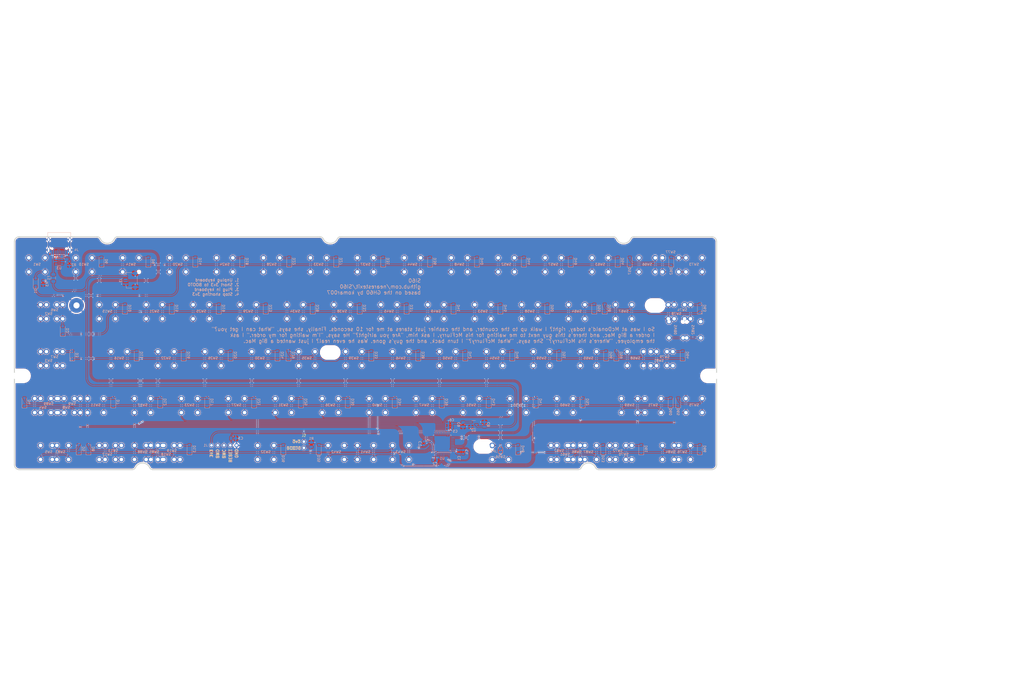
<source format=kicad_pcb>
(kicad_pcb (version 20240108) (generator "pcbnew") (generator_version "8.0")
  (layers (0 "F.Cu" signal) (31 "B.Cu" signal) (34 "B.Paste" user) (35 "F.Paste" user) (36 "B.SilkS" user "B.Silkscreen") (37 "F.SilkS" user "F.Silkscreen") (38 "B.Mask" user) (39 "F.Mask" user) (44 "Edge.Cuts" user))
  (net 0 "")
  (net 1 "GND")
  (net 2 "+3V3")
  (net 3 "NRST")
  (net 4 "+5V")
  (net 5 "ROW0")
  (net 6 "ROW3")
  (net 7 "Net-(D15-A)")
  (net 8 "Net-(D16-A)")
  (net 9 "ROW1")
  (net 10 "Net-(D17-A)")
  (net 11 "ROW2")
  (net 12 "Net-(D18-A)")
  (net 13 "Net-(D19-A)")
  (net 14 "ROW4")
  (net 15 "Net-(D21-A)")
  (net 16 "Net-(D22-A)")
  (net 17 "Net-(D23-A)")
  (net 18 "Net-(D24-A)")
  (net 19 "Net-(D26-A)")
  (net 20 "Net-(D27-A)")
  (net 21 "Net-(D28-A)")
  (net 22 "Net-(D29-A)")
  (net 23 "Net-(D31-A)")
  (net 24 "Net-(D32-A)")
  (net 25 "Net-(D33-A)")
  (net 26 "Net-(D34-A)")
  (net 27 "Net-(D37-A)")
  (net 28 "Net-(D38-A)")
  (net 29 "Net-(D39-A)")
  (net 30 "Net-(D40-A)")
  (net 31 "Net-(D43-A)")
  (net 32 "Net-(D44-A)")
  (net 33 "Net-(D45-A)")
  (net 34 "Net-(D48-A)")
  (net 35 "Net-(D49-A)")
  (net 36 "Net-(D50-A)")
  (net 37 "Net-(D51-A)")
  (net 38 "Net-(D53-A)")
  (net 39 "Net-(D54-A)")
  (net 40 "Net-(D55-A)")
  (net 41 "Net-(D56-A)")
  (net 42 "Net-(D58-A)")
  (net 43 "Net-(D59-A)")
  (net 44 "Net-(D60-A)")
  (net 45 "Net-(D61-A)")
  (net 46 "Net-(D62-A)")
  (net 47 "Net-(D63-A)")
  (net 48 "Net-(D64-A)")
  (net 49 "Net-(D65-A)")
  (net 50 "Net-(D46-A)")
  (net 51 "D+")
  (net 52 "D-")
  (net 53 "COL0")
  (net 54 "COL13")
  (net 55 "COL1")
  (net 56 "COL2")
  (net 57 "COL3")
  (net 58 "COL4")
  (net 59 "COL5")
  (net 60 "COL6")
  (net 61 "COL7")
  (net 62 "COL8")
  (net 63 "COL9")
  (net 64 "COL10")
  (net 65 "COL11")
  (net 66 "COL12")
  (net 67 "BOOT0")
  (net 74 "SWC")
  (net 76 "SWD")
  (net 77 "Net-(D3-A)")
  (net 78 "Net-(D4-A)")
  (net 79 "Net-(D5-A)")
  (net 80 "Net-(D6-A)")
  (net 81 "Net-(D9-A)")
  (net 82 "Net-(D10-A)")
  (net 83 "Net-(D11-A)")
  (net 84 "Net-(D12-A)")
  (net 85 "Net-(D13-A)")
  (net 86 "Net-(D14-A)")
  (net 87 "Net-(D1-A)")
  (net 88 "Net-(D2-A)")
  (net 89 "Net-(D41-A)")
  (net 90 "Net-(D35-A)")
  (net 91 "Net-(D36-A)")
  (net 92 "COL14")
  (net 93 "COL21")
  (net 94 "Net-(D7-A)")
  (net 95 "Net-(D8-A)")
  (net 96 "Net-(D20-A)")
  (net 97 "Net-(D25-A)")
  (net 98 "Net-(D30-A)")
  (net 99 "Net-(D42-A)")
  (net 100 "Net-(D47-A)")
  (net 101 "Net-(D52-A)")
  (net 102 "Net-(D57-A)")
  (net 103 "Net-(D66-A)")
  (net 109 "Net-(JP1-B)")
  (net 110 "VBUS")
  (net 113 "Net-(J4-CC1)")
  (net 114 "Net-(J4-CC2)")
  (footprint "SI60:SW_HiTek725_1u_OvalLeft" (layer "F.Cu") (at 257.175 0)
    (property "Reference" "SW77")
    (property "Value" "MX_SW_solder")
  )
  (footprint "SI60:SW_HiTek725_1u" (layer "F.Cu") (at 261.9375 19.05)
    (property "Reference" "SW74")
    (property "Value" "MX_SW_solder")
  )
  (footprint "SI60:SW_HiTek725_1u" (layer "F.Cu") (at 7.14375 19.05)
    (property "Reference" "SW6")
    (property "Value" "MX_SW_solder")
  )
  (footprint "SI60:SW_HiTek725_1u" (layer "F.Cu") (at 85.725 19.05)
    (property "Reference" "SW29")
    (property "Value" "MX_SW_solder")
  )
  (footprint "SI60:SW_HiTek725_1u" (layer "F.Cu") (at 138.1125 57.15)
    (property "Reference" "SW40")
    (property "Value" "MX_SW_solder")
  )
  (footprint "SI60:SW_HiTek725_1u" (layer "F.Cu") (at 238.125 76.2)
    (property "Reference" "SW70")
    (property "Value" "MX_SW_solder")
  )
  (footprint "SI60:SW_HiTek725_1u" (layer "F.Cu") (at 185.7375 38.1)
    (property "Reference" "SW54")
    (property "Value" "MX_SW_solder")
  )
  (footprint "SI60:SW_HiTek725_1u" (layer "F.Cu") (at 123.825 19.05)
    (property "Reference" "SW38")
    (property "Value" "MX_SW_solder")
  )
  (footprint "SI60:SW_HiTek725_1u_OvalRight" (layer "F.Cu") (at 214.3125 76.2)
    (property "Reference" "SW61")
    (property "Value" "MX_SW_solder")
  )
  (footprint "SI60:SW_HiTek725_1u_OvalRight" (layer "F.Cu") (at 242.8875 38.1)
    (property "Reference" "SW68")
    (property "Value" "MX_SW_solder")
  )
  (footprint "SI60:SW_HiTek725_1u" (layer "F.Cu") (at 152.4 0)
    (property "Reference" "SW44")
    (property "Value" "MX_SW_solder")
  )
  (footprint "SI60:SW_HiTek725_1u" (layer "F.Cu") (at 92.86875 76.2)
    (property "Reference" "SW32")
    (property "Value" "MX_SW_solder")
  )
  (footprint "SI60:SW_HiTek725_1u" (layer "F.Cu") (at 52.3875 38.1)
    (property "Reference" "SW22")
    (property "Value" "MX_SW_solder")
  )
  (footprint "SI60:SW_HiTek725_1u" (layer "F.Cu") (at 54.76875 76.2)
    (property "Reference" "SW19")
    (property "Value" "MX_SW_solder")
  )
  (footprint "SI60:GH60_Standoff_Slot_Edge" (layer "F.Cu") (at -7.68987 47.30118)
    (property "Reference" "H5" (hide yes))
    (property "Value" "MountingHole")
  )
  (footprint "SI60:SW_HiTek725_1u_OvalLeft" (layer "F.Cu") (at 23.8125 57.15)
    (property "Reference" "SW11")
    (property "Value" "MX_SW_solder")
  )
  (footprint "SI60:SW_HiTek725_1u" (layer "F.Cu") (at 71.4375 38.1)
    (property "Reference" "SW26")
    (property "Value" "MX_SW_solder")
  )
  (footprint "SI60:SW_HiTek725_1u" (layer "F.Cu") (at 61.9125 57.15)
    (property "Reference" "SW23")
    (property "Value" "MX_SW_solder")
  )
  (footprint "SI60:SW_HiTek725_1u" (layer "F.Cu") (at 9.525 76.2)
    (property "Reference" "SW83")
    (property "Value" "MX_SW_solder")
  )
  (footprint "SI60:SW_HiTek725_1u" (layer "F.Cu") (at 188.11875 76.2)
    (property "Reference" "SW56")
    (property "Value" "MX_SW_solder")
  )
  (footprint "SI60:SW_HiTek725_1u" (layer "F.Cu") (at 235.74375 76.2)
    (property "Reference" "SW72")
    (property "Value" "MX_SW_solder")
  )
  (footprint "SI60:SW_HiTek725_1u_JST" (layer "F.Cu") (at 38.1 0)
    (property "Reference" "SW14")
    (property "Value" "MX_SW_solder")
  )
  (footprint "SI60:SW_HiTek725_1u_OvalRight" (layer "F.Cu") (at 42.8625 76.2)
    (property "Reference" "SW88")
    (property "Value" "MX_SW_solder")
  )
  (footprint "SI60:SW_HiTek725_1u" (layer "F.Cu") (at 80.9625 57.15)
    (property "Reference" "SW27")
    (property "Value" "MX_SW_solder")
  )
  (footprint "SI60:SW_HiTek725_1u" (layer "F.Cu") (at 209.55 0)
    (property "Reference" "SW57")
    (property "Value" "MX_SW_solder")
  )
  (footprint "SI60:SW_HiTek725_1u" (layer "F.Cu") (at 11.90625 57.15)
    (property "Reference" "SW8")
    (property "Value" "MX_SW_solder")
  )
  (footprint "SI60:SW_HiTek725_1u" (layer "F.Cu") (at 4.7625 19.05)
    (property "Reference" "SW2")
    (property "Value" "MX_SW_solder")
  )
  (footprint "SI60:SW_HiTek725_1u" (layer "F.Cu") (at 261.9375 76.2)
    (property "Reference" "SW76")
    (property "Value" "MX_SW_solder")
  )
  (footprint "SI60:SW_HiTek725_1u" (layer "F.Cu") (at 119.0625 57.15)
    (property "Reference" "SW36")
    (property "Value" "MX_SW_solder")
  )
  (footprint "SI60:SW_HiTek725_1u_OvalLeft" (layer "F.Cu") (at 223.8375 76.2)
    (property "Reference" "SW87")
    (property "Value" "MX_SW_solder")
  )
  (footprint "SI60:GH60_Standoff_Slot" (layer "F.Cu") (at 119.0525 37.79998)
    (property "Reference" "H2" (hide yes))
    (property "Value" "MountingHole")
  )
  (footprint "SI60:PinHeader_1x05_P2.54mm_DEBUG" (layer "F.Cu") (at 70.84 75.53 90)
    (property "Reference" "J1")
    (property "Value" "Conn_01x05")
  )
  (footprint "SI60:SW_HiTek725_1u" (layer "F.Cu") (at 142.875 19.05)
    (property "Reference" "SW45")
    (property "Value" "MX_SW_solder")
  )
  (footprint "SI60:SW_HiTek725_1u" (layer "F.Cu") (at 176.2125 57.15)
    (property "Reference" "SW51")
    (property "Value" "MX_SW_solder")
  )
  (footprint "SI60:SW_HiTek725_1u" (layer "F.Cu") (at 28.575 76.2)
    (property "Reference" "SW12")
    (property "Value" "MX_SW_solder")
  )
  (footprint "SI60:SW_HiTek725_1u" (layer "F.Cu") (at 47.625 76.2)
    (property "Reference" "SW85")
    (property "Value" "MX_SW_solder")
  )
  (footprint "SI60:SW_HiTek725_1u" (layer "F.Cu") (at 259.55625 19.05)
    (property "Reference" "SW78")
    (property "Value" "MX_SW_solder")
  )
  (footprint "SI60:SW_HiTek725_1u" (layer "F.Cu") (at 238.125 19.05)
    (property "Reference" "SW67")
    (property "Value" "MX_SW_solder")
  )
  (footprint "SI60:SW_HiTek725_1u" (layer "F.Cu") (at 195.2625 57.15)
    (property "Reference" "SW55")
    (property "Value" "MX_SW_solder")
  )
  (footprint "SI60:SW_HiTek725_1u_OvalLeft" (layer "F.Cu") (at 52.3875 76.2)
    (property "Reference" "SW18")
    (property "Value" "MX_SW_solder")
  )
  (footprint "SI60:SW_HiTek725_1u" (layer "F.Cu") (at 47.625 19.05)
    (property "Reference" "SW21")
    (property "Value" "MX_SW_solder")
  )
  (footprint "SI60:SW_HiTek725_1u" (layer "F.Cu") (at 104.775 19.05)
    (property "Reference" "SW34")
    (property "Value" "MX_SW_solder")
  )
  (footprint "SI60:SW_HiTek725_1u" (layer "F.Cu") (at 147.6375 76.2)
    (property "Reference" "SW43")
    (property "Value" "MX_SW_solder")
  )
  (footprint "SI60:SW_HiTek725_1u" (layer "F.Cu") (at 133.35 0)
    (property "Reference" "SW37")
    (property "Value" "MX_SW_solder")
  )
  (footprint "SI60:PinHeader_1x02_P2.54mm_BOOT" (layer "F.Cu") (at 108.34 74.005)
    (property "Reference" "J2")
    (property "Value" "Conn_01x02")
  )
  (footprint "SI60:SW_HiTek725_1u_OvalRight" (layer "F.Cu") (at 14.2875 57.15)
    (property "Reference" "SW9")
    (property "Value" "MX_SW_solder")
  )
  (footprint "SI60:SW_HiTek725_1u" (layer "F.Cu") (at 250.03125 57.15)
    (property "Reference" "SW71")
    (property "Value" "MX_SW_solder")
  )
  (footprint "SI60:SW_HiTek725_1u" (layer "F.Cu") (at 7.14375 38.1)
    (property "Reference" "SW7")
    (property "Value" "MX_SW_solder")
  )
  (footprint "SI60:SW_HiTek725_1u" (layer "F.Cu") (at 90.4875 38.1)
    (property "Reference" "SW30")
    (property "Value" "MX_SW_solder")
  )
  (footprint "SI60:SW_HiTek725_1u" (layer "F.Cu") (at 28.575 19.05)
    (property "Reference" "SW15")
    (property "Value" "MX_SW_solder")
  )
  (footprint "SI60:SW_HiTek725_1u" (layer "F.Cu") (at 171.45 0)
    (property "Reference" "SW48")
    (property "Value" "MX_SW_solder")
  )
  (footprint "SI60:SW_HiTek725_1u" (layer "F.Cu") (at 240.50625 57.15)
    (property "Reference" "SW69")
    (property "Value" "MX_SW_solder")
  )
  (footprint "SI60:SW_HiTek725_1u" (layer "F.Cu") (at 219.075 76.2)
    (property "Reference" "SW86")
    (property "Value" "MX_SW_solder")
  )
  (footprint "SI60:GH60_Standoff_Hole" (layer "F.Cu") (at 16.0518 18.70078)
    (property "Reference" "H1" (hide yes))
    (property "Value" "MountingHole")
  )
  (footprint "SI60:SW_HiTek725_1u" (layer "F.Cu") (at 166.6875 38.1)
    (property "Reference" "SW50")
    (property "Value" "MX_SW_solder")
  )
  (footprint "SI60:SW_HiTek725_1u_OvalRight" (layer "F.Cu") (at 247.65 0)
    (property "Reference" "SW66")
    (property "Value" "MX_SW_solder")
  )
  (footprint "SI60:SW_HiTek725_1u" (layer "F.Cu") (at 190.5 0)
    (property "Reference" "SW52")
    (property "Value" "MX_SW_solder")
  )
  (footprint "SI60:SW_HiTek725_1u" (layer "F.Cu") (at 42.8625 57.15)
    (property "Reference" "SW17")
    (property "Value" "MX_SW_solder")
  )
  (footprint "SI60:SW_HiTek725_1u" (layer "F.Cu") (at 0 0)
    (property "Reference" "SW1")
    (property "Value" "MX_SW_solder")
  )
  (footprint "SI60:SW_HiTek725_1u" (layer "F.Cu") (at 30.95625 76.2)
    (property "Reference" "SW13")
    (property "Value" "MX_SW_solder")
  )
  (footprint "SI60:SW_HiTek725_1u" (layer "F.Cu") (at 214.3125 57.15)
    (property "Reference" "SW60")
    (property "Value" "MX_SW_solder")
  )
  (footprint "SI60:SW_HiTek725_1u" (layer "F.Cu") (at 133.35 76.2)
    (property "Reference" "SW41")
    (property "Value" "MX_SW_solder")
  )
  (footprint "SI60:SW_HiTek725_1u" (layer "F.Cu") (at 76.2 0)
    (property "Reference" "SW24")
    (property "Value" "MX_SW_solder")
  )
  (footprint "SI60:SW_HiTek725_1u" (layer "F.Cu") (at 4.7625 76.2)
    (property "Reference" "SW5")
    (property "Value" "MX_SW_solder")
  )
  (footprint "SI60:SW_HiTek725_1u" (layer "F.Cu") (at 223.8375 38.1)
    (property "Reference" "SW65")
    (property "Value" "MX_SW_solder")
  )
  (footprint "SI60:SW_HiTek725_1u" (layer "F.Cu") (at 121.44375 76.2)
    (property "Reference" "SW42")
    (property "Value" "MX_SW_solder")
  )
  (footprint "SI60:SW_HiTek725_1u" (layer "F.Cu") (at 228.6 0)
    (property "Reference" "SW63")
    (property "Value" "MX_SW_solder")
  )
  (footprint "SI60:SW_HiTek725_1u_OvalLeft" (layer "F.Cu") (at 252.4125 38.1)
    (property "Reference" "SW81")
    (property "Value" "MX_SW_solder")
  )
  (footprint "SI60:SW_HiTek725_1u" (layer "F.Cu") (at 4.76252 57.149922)
    (property "Reference" "SW89")
    (property "Value" "MX_SW_solder")
  )
  (footprint "SI60:SW_HiTek725_1u" (layer "F.Cu") (at 128.5875 38.1)
    (property "Reference" "SW39")
    (property "Value" "MX_SW_solder")
  )
  (footprint "SI60:SW_HiTek725_BAE" (layer "F.Cu") (at 257.175 28.575 90)
    (property "Reference" "SW80")
    (property "Value" "MX_SW_solder")
  )
  (footprint "SI60:GH60_Standoff_Slot_Edge" (layer "F.Cu") (at 274.3937 47.30118)
    (property "Reference" "H6" (hide yes))
    (property "Value" "MountingHole")
  )
  (footprint "SI60:SW_HiTek725_1u" (layer "F.Cu") (at 19.05 0)
    (property "Reference" "SW10")
    (property "Value" "MX_SW_solder")
  )
  (footprint "SI60:SW_HiTek725_1u" (layer "F.Cu") (at 157.1625 57.15)
    (property "Reference" "SW47")
    (property "Value" "MX_SW_solder")
  )
  (footprint "SI60:SW_HiTek725_ISO" (layer "F.Cu") (at 264.31875 28.575 90)
    (property "Reference" "SW82")
    (property "Value" "MX_SW_solder")
  )
  (footprint "SI60:SW_HiTek725_1u" (layer "F.Cu") (at 33.3375 38.1)
    (property "Reference" "SW16")
    (property "Value" "MX_SW_solder")
  )
  (footprint "SI60:SW_HiTek725_1u" (layer "F.Cu") (at 200.025 19.05)
    (property "Reference" "SW58")
    (property "Value" "MX_SW_solder")
  )
  (footprint "SI60:SW_HiTek725_1u" (layer "F.Cu") (at 266.7 0)
    (property "Reference" "SW73")
    (property "Value" "MX_SW_solder")
  )
  (footprint "SI60:SW_HiTek725_1u" (layer "F.Cu") (at 95.25 0)
    (property "Reference" "SW28")
    (property "Value" "MX_SW_solder")
  )
  (footprint "SI60:SW_HiTek725_1u" (layer "F.Cu") (at 266.7 57.15)
    (property "Reference" "SW75")
    (property "Value" "MX_SW_solder")
  )
  (footprint "SI60:SW_HiTek725_1u" (layer "F.Cu") (at 109.5375 38.1)
    (property "Reference" "SW35")
    (property "Value" "MX_SW_solder")
  )
  (footprint "SI60:SW_HiTek725_1u" (layer "F.Cu") (at 66.675 19.05)
    (property "Reference" "SW25")
    (property "Value" "MX_SW_solder")
  )
  (footprint "SI60:SW_HiTek725_1u" (layer "F.Cu") (at 57.15 0)
    (property "Reference" "SW20")
    (property "Value" "MX_SW_solder")
  )
  (footprint "SI60:SW_HiTek725_1u" (layer "F.Cu") (at 4.7625 38.1)
    (property "Reference" "SW3")
    (property "Value" "MX_SW_solder")
  )
  (footprint "SI60:SW_HiTek725_1u" (layer "F.Cu") (at 257.175 76.2)
    (property "Reference" "SW84")
    (property "Value" "MX_SW_solder")
  )
  (footprint "SI60:SW_HiTek725_1u" (layer "F.Cu") (at 147.6375 38.1)
    (property "Reference" "SW46")
    (property "Value" "MX_SW_solder")
  )
  (footprint "SI60:GH60_Standoff_Slot" (layer "F.Cu") (at 181.3519 76.00068)
    (property "Reference" "H3" (hide yes))
    (property "Value" "MountingHole")
  )
  (footprint "SI60:SW_HiTek725_1u" (layer "F.Cu") (at 114.3 0)
    (property "Reference" "SW33")
    (property "Value" "MX_SW_solder")
  )
  (footprint "SI60:SW_HiTek725_1u" (layer "F.Cu") (at 254.79375 38.1)
    (property "Reference" "SW79")
    (property "Value" "MX_SW_solder")
  )
  (footprint "SI60:SW_HiTek725_1u" (layer "F.Cu") (at 100.0125 57.15)
    (property "Reference" "SW31")
    (property "Value" "MX_SW_solder")
  )
  (footprint "SI60:SW_HiTek725_1u" (layer "F.Cu") (at 211.93125 76.2)
    (property "Reference" "SW62")
    (property "Value" "MX_SW_solder")
  )
  (footprint "SI60:GH60_Standoff_Slot" (layer "F.Cu") (at 250.90242 18.700702)
    (property "Reference" "H4" (hide yes))
    (property "Value" "MountingHole")
  )
  (footprint "SI60:SW_HiTek725_1u" (layer "F.Cu") (at 161.925 19.05)
    (property "Reference" "SW49")
    (property "Value" "MX_SW_solder")
  )
  (footprint "SI60:SW_HiTek725_1u" (layer "F.Cu") (at 2.38125 57.15)
    (property "Reference" "SW4")
    (property "Value" "MX_SW_solder")
  )
  (footprint "SI60:SW_HiTek725_1u" (layer "F.Cu") (at 180.975 19.05)
    (property "Reference" "SW53")
    (property "Value" "MX_SW_solder")
  )
  (footprint "SI60:SW_HiTek725_1u" (layer "F.Cu") (at 219.075 19.05)
    (property "Reference" "SW64")
    (property "Value" "MX_SW_solder")
  )
  (footprint "SI60:SW_HiTek725_1u" (layer "F.Cu") (at 204.7875 38.1)
    (property "Reference" "SW59")
    (property "Value" "MX_SW_solder")
  )
  (footprint "Diode_SMD:D_SOD-123" (layer "B.Cu") (at 240.6 0.79375 90)
    (property "Reference" "D57")
    (property "Value" "D_Small")
  )
  (footprint "Diode_SMD:D_SOD-123" (layer "B.Cu") (at 216.69375 0.79375 90)
    (property "Reference" "D49")
    (property "Value" "D_Small")
  )
  (footprint "Capacitor_SMD:C_0805_2012Metric" (layer "B.Cu") (at 79.71 72.67)
    (property "Reference" "C3")
    (property "Value" "1u")
  )
  (footprint "Diode_SMD:D_SOD-123" (layer "B.Cu") (at 150.01875 19.84375 90)
    (property "Reference" "D37")
    (property "Value" "D_Small")
  )
  (footprint "PCM_marbastlib-various:SOT-23-6-routable" (layer "B.Cu") (at 8.9775 0.97 180)
    (property "Reference" "U3")
    (property "Value" "SRV05-4")
  )
  (footprint "Diode_SMD:D_SOD-123" (layer "B.Cu") (at 130.96875 19.84375 90)
    (property "Reference" "D32")
    (property "Value" "D_Small")
  )
  (footprint "Connector_JST:JST_SH_SM04B-SRSS-TB_1x04-1MP_P1.00mm_Horizontal" (layer "B.Cu") (at 38.00002 8.499922 -90)
    (property "Reference" "J3")
    (property "Value" "Conn_01x04_MountingPin")
  )
  (footprint "Capacitor_SMD:C_0603_1608Metric" (layer "B.Cu") (at 171.35125 78.23 90)
    (property "Reference" "C1")
    (property "Value" "100n")
  )
  (footprint "Diode_SMD:D_SOD-123" (layer "B.Cu") (at 257.44375 0.79375 90)
    (property "Reference" "D62")
    (property "Value" "D_Small")
  )
  (footprint "Diode_SMD:D_SOD-123" (layer "B.Cu") (at 45.24375 0.79375 90)
    (property "Reference" "D9")
    (property "Value" "D_Small")
  )
  (footprint "Diode_SMD:D_SOD-123" (layer "B.Cu") (at 245.26875 76.99375 90)
    (property "Reference" "D61")
    (property "Value" "D_Small")
  )
  (footprint "Diode_SMD:D_SOD-123" (layer "B.Cu") (at 20.9 76.99375 90)
    (property "Reference" "D8")
    (property "Value" "D_Small")
  )
  (footprint "Diode_SMD:D_SOD-123" (layer "B.Cu") (at 64.29375 0.79375 90)
    (property "Reference" "D14")
    (property "Value" "D_Small")
  )
  (footprint "Diode_SMD:D_SOD-123" (layer "B.Cu") (at 126.20625 57.94375 90)
    (property "Reference" "D30")
    (property "Value" "D_Small")
  )
  (footprint "Diode_SMD:D_SOD-123" (layer "B.Cu") (at 30.95625 57.94375 90)
    (property "Reference" "D7")
    (property "Value" "D_Small")
  )
  (footprint "Diode_SMD:D_SOD-123" (layer "B.Cu") (at 102.39375 0.79375 90)
    (property "Reference" "D22")
    (property "Value" "D_Small")
  )
  (footprint "Resistor_SMD:R_0805_2012Metric" (layer "B.Cu") (at 111.36 75.27 90)
    (property "Reference" "R1")
    (property "Value" "10k")
  )
  (footprint "Diode_SMD:D_SOD-123" (layer "B.Cu") (at 226.21875 19.84375 90)
    (property "Reference" "D55")
    (property "Value" "D_Small")
  )
  (footprint "Diode_SMD:D_SOD-123" (layer "B.Cu") (at 61.9125 76.99375 90)
    (property "Reference" "D13")
    (property "Value" "D_Small")
  )
  (footprint "Diode_SMD:D_SOD-123" (layer "B.Cu") (at 262.07 38.89375 90)
    (property "Reference" "D64")
    (property "Value" "D_Small")
  )
  (footprint "Diode_SMD:D_SOD-123" (layer "B.Cu") (at 257.175 57.94375 90)
    (property "Reference" "D60")
    (property "Value" "D_Small")
  )
  (footprint "Diode_SMD:D_SOD-123" (layer "B.Cu") (at 178.59375 0.79375 90)
    (property "Reference" "D40")
    (property "Value" "D_Small")
  )
  (footprint "Diode_SMD:D_SOD-123" (layer "B.Cu") (at 10.46 28.86 90)
    (property "Reference" "D2")
    (property "Value" "D_Small")
  )
  (footprint "Diode_SMD:D_SOD-123" (layer "B.Cu") (at 100.0125 76.99375 90)
    (property "Reference" "D26")
    (property "Value" "D_Small")
  )
  (footprint "Capacitor_SMD:C_0603_1608Metric" (layer "B.Cu") (at 156.95125 74.73 -90)
    (property "Reference" "C7")
    (property "Value" "100n")
  )
  (footprint "Diode_SMD:D_SOD-123" (layer "B.Cu") (at 202.40625 57.94375 90)
    (property "Reference" "D47")
    (property "Value" "D_Small")
  )
  (footprint "Diode_SMD:D_SOD-123" (layer "B.Cu") (at 235.74375 0.79375 90)
    (property "Reference" "D54")
    (property "Value" "D_Small")
  )
  (footprint "Diode_SMD:D_SOD-123" (layer "B.Cu") (at 54.76875 19.84375 90)
    (property "Reference" "D15")
    (property "Value" "D_Small")
  )
  (footprint "Diode_SMD:D_SOD-123" (layer "B.Cu") (at 195.2625 76.99375 90)
    (property "Reference" "D48")
    (property "Value" "D_Small")
  )
  (footprint "Diode_SMD:D_SOD-123" (layer "B.Cu") (at 230.98125 38.89375 90)
    (property "Reference" "D56")
    (property "Value" "D_Small")
  )
  (footprint "Capacitor_SMD:C_0603_1608Metric" (layer "B.Cu") (at 167.75125 66.63 180)
    (property "Reference" "C6")
    (property "Value" "4.7u")
  )
  (footprint "Diode_SMD:D_SOD-123" (layer "B.Cu") (at 50.00625 57.94375 90)
    (property "Reference" "D12")
    (property "Value" "D_Small")
  )
  (footprint "Diode_SMD:D_SOD-123" (layer "B.Cu") (at 173.83125 38.89375 90)
    (property "Reference" "D42")
    (property "Value" "D_Small")
  )
  (footprint "Diode_SMD:D_SOD-123" (layer "B.Cu") (at 121.44375 0.79375 90)
    (property "Reference" "D27")
    (property "Value" "D_Small")
  )
  (footprint "Capacitor_SMD:C_0805_2012Metric" (layer "B.Cu") (at 181.63 67.0525 90)
    (property "Reference" "C8")
    (property "Value" "1u")
  )
  (footprint "Diode_SMD:D_SOD-123" (layer "B.Cu") (at 69.05625 57.94375 90)
    (property "Reference" "D17")
    (property "Value" "D_Small")
  )
  (footprint "Resistor_SMD:R_0603_1608Metric" (layer "B.Cu") (at 2.5 9.46 -90)
    (property "Reference" "R3")
    (property "Value" "5.1k")
  )
  (footprint "Diode_SMD:D_SOD-123" (layer "B.Cu") (at 107.15625 57.94375 90)
    (property "Reference" "D25")
    (property "Value" "D_Small")
  )
  (footprint "Diode_SMD:D_SOD-123" (layer "B.Cu") (at 188.11875 19.84375 90)
    (property "Reference" "D45")
    (property "Value" "D_Small")
  )
  (footprint "Diode_SMD:D_SOD-123" (layer "B.Cu") (at 145.25625 57.94375 90)
    (property "Reference" "D34")
    (property "Value" "D_Small")
  )
  (footprint "Diode_SMD:D_SOD-123" (layer "B.Cu") (at 164.30625 57.94375 90)
    (property "Reference" "D39")
    (property "Value" "D_Small")
  )
  (footprint "Diode_SMD:D_SOD-123" (layer "B.Cu") (at 102.09 38.89375 90)
    (property "Reference" "D29")
    (property "Value" "D_Small")
  )
  (footprint "Diode_SMD:D_SOD-123" (layer "B.Cu") (at 207.16875 19.84375 90)
    (property "Reference" "D50")
    (property "Value" "D_Small")
  )
  (footprint "Diode_SMD:D_SOD-123" (layer "B.Cu") (at 154.78125 38.89375 90)
    (property "Reference" "D38")
    (property "Value" "D_Small")
  )
  (footprint "Diode_SMD:D_SOD-123" (layer "B.Cu") (at 169.06875 19.84375 90)
    (property "Reference" "D41")
    (property "Value" "D_Small")
  )
  (footprint "Capacitor_SMD:C_0603_1608Metric" (layer "B.Cu") (at 167.75125 68.33 180)
    (property "Reference" "C5")
    (property "Value" "100n")
  )
  (footprint "Package_TO_SOT_SMD:SOT-23-3" (layer "B.Cu") (at 177.23 67.0525)
    (property "Reference" "U2")
    (property "Value" "XC6206PxxxMR")
  )
  (footprint "Diode_SMD:D_SOD-123" (layer "B.Cu") (at 73.81875 19.84375 90)
    (property "Reference" "D19")
    (property "Value" "D_Small")
  )
  (footprint "Diode_SMD:D_SOD-123" (layer "B.Cu") (at 235.17 38.89375 90)
    (property "Reference" "D59")
    (property "Value" "D_Small")
  )
  (footprint "Diode_SMD:D_SOD-123" (layer "B.Cu") (at 269.08125 76.99375 90)
    (property "Reference" "D66")
    (property "Value" "D_Small")
  )
  (footprint "Connector_USB:USB_C_Receptacle_HRO_TYPE-C-31-M-12" (layer "B.Cu") (at 9.0525 -6.98)
    (property "Reference" "J4")
    (property "Value" "USB_C_Receptacle_USB2.0")
  )
  (footprint "Package_QFP:LQFP-48_7x7mm_P0.5mm" (layer "B.Cu") (at 164.47 74.93)
    (property "Reference" "U1")
    (property "Value" "STM32F072CBTx")
  )
  (footprint "Capacitor_SMD:C_0603_1608Metric" (layer "B.Cu") (at 173.05125 78.23 90)
    (property "Reference" "C4")
    (property "Value" "4.7u")
  )
  (footprint "Diode_SMD:D_SOD-123" (layer "B.Cu") (at -5.08 57.94375 90)
    (property "Reference" "D4")
    (property "Value" "D_Small")
  )
  (footprint "Diode_SMD:D_SOD-123" (layer "B.Cu") (at 197.64375 0.79375 90)
    (property "Reference" "D44")
    (property "Value" "D_Small")
  )
  (footprint "Diode_SMD:D_SOD-123" (layer "B.Cu") (at 135.73125 38.89375 90)
    (property "Reference" "D33")
    (property "Value" "D_Small")
  )
  (footprint "Capacitor_SMD:C_0603_1608Metric" (layer "B.Cu") (at 161.57125 81.63)
    (property "Reference" "C2")
    (property "Value" "100n")
  )
  (footprint "Diode_SMD:D_SOD-123" (layer "B.Cu") (at 59.53125 38.89375 90)
    (property "Reference" "D16")
    (property "Value" "D_Small")
  )
  (footprint "Diode_SMD:D_SOD-123" (layer "B.Cu") (at 40.48125 38.89375 90)
    (property "Reference" "D11")
    (property "Value" "D_Small")
  )
  (footprint "Diode_SMD:D_SOD-123" (layer "B.Cu") (at 111.91875 19.84375 90)
    (property "Reference" "D28")
    (property "Value" "D_Small")
  )
  (footprint "Diode_SMD:D_SOD-123" (layer "B.Cu") (at 211.93125 38.89375 90)
    (property "Reference" "D51")
    (property "Value" "D_Small")
  )
  (footprint "Diode_SMD:D_SOD-123" (layer "B.Cu") (at 183.35625 57.94375 90)
    (property "Reference" "D43")
    (property "Value" "D_Small")
  )
  (footprint "Diode_SMD:D_SOD-123" (layer "B.Cu") (at 221.45625 57.94375 90)
    (property "Reference" "D52")
    (property "Value" "D_Small")
  )
  (footprint "Jumper:SolderJumper-2_P1.3mm_Open_RoundedPad1.0x1.5mm" (layer "B.Cu") (at 188.11875 77.55 -90)
    (property "Reference" "JP1")
    (property "Value" "Jumper_2_Small_Open")
  )
  (footprint "Diode_SMD:D_SOD-123" (layer "B.Cu") (at 14.2875 38.89375 90)
    (property "Reference" "D3")
    (property "Value" "D_Small")
  )
  (footprint "Diode_SMD:D_SOD-123" (layer "B.Cu") (at 26.19375 0.79375 90)
    (property "Reference" "D6")
    (property "Value" "D_Small")
  )
  (footprint "Diode_SMD:D_SOD-123" (layer "B.Cu") (at 192.88125 38.89375 90)
    (property "Reference" "D46")
    (property "Value" "D_Small")
  )
  (footprint "Diode_SMD:D_SOD-123" (layer "B.Cu") (at 78.58125 38.89375 90)
    (property "Reference" "D20")
    (property "Value" "D_Small")
  )
  (footprint "Diode_SMD:D_SOD-123" (layer "B.Cu") (at 97.63125 38.89375 90)
    (property "Reference" "D24")
    (property "Value" "D_Small")
  )
  (footprint "Resistor_SMD:R_0603_1608Metric" (layer "B.Cu") (at 13.17 1.68 -90)
    (property "Reference" "R2")
    (property "Value" "5.1k")
  )
  (footprint "Diode_SMD:D_SOD-123" (layer "B.Cu") (at -0.52 9.3775 90)
    (property "Reference" "D1")
    (property "Value" "D_Small")
  )
  (footprint "Capacitor_SMD:C_0805_2012Metric" (layer "B.Cu") (at 172.93 67.0525 -90)
    (property "Reference" "C9")
    (property "Value" "1u")
  )
  (footprint "Diode_SMD:D_SOD-123" (layer "B.Cu") (at 88.10625 57.94375 90)
    (property "Reference" "D21")
    (property "Value" "D_Small")
  )
  (footprint "Diode_SMD:D_SOD-123" (layer "B.Cu") (at 159.54375 0.79375 90)
    (property "Reference" "D36")
    (property "Value" "D_Small")
  )
  (footprint "Diode_SMD:D_SOD-123" (layer "B.Cu") (at 229.83 77.01 90)
    (property "Reference" "D53")
    (property "Value" "D_Small")
  )
  (footprint "Fuse:Fuse_1206_3216Metric" (layer "B.Cu") (at 6.62 7.54 -90)
    (property "Reference" "F1")
    (property "Value" "500mA")
  )
  (footprint "Diode_SMD:D_SOD-123" (layer "B.Cu") (at 140.49375 0.79375 90)
    (property "Reference" "D31")
    (property "Value" "D_Small")
  )
  (footprint "Diode_SMD:D_SOD-123" (layer "B.Cu") (at 83.34375 0.79375 90)
    (property "Reference" "D18")
    (property "Value" "D_Small")
  )
  (footprint "Diode_SMD:D_SOD-123" (layer "B.Cu") (at 230.4075 19.84375 90)
    (property "Reference" "D58")
    (property "Value" "D_Small")
  )
  (footprint "Diode_SMD:D_SOD-123" (layer "B.Cu") (at 114.41 76.99375 90)
    (property "Reference" "D35")
    (property "Value" "D_Small")
  )
  (footprint "Diode_SMD:D_SOD-123" (layer "B.Cu") (at 16.93 76.99375 90)
    (property "Reference" "D5")
    (property "Value" "D_Small")
  )
  (footprint "Diode_SMD:D_SOD-123" (layer "B.Cu") (at 269.08125 19.84375 90)
    (property "Reference" "D63")
    (property "Value" "D_Small")
  )
  (footprint "Diode_SMD:D_SOD-123" (layer "B.Cu") (at 35.71875 19.84375 90)
    (property "Reference" "D10")
    (property "Value" "D_Small")
  )
  (footprint "Diode_SMD:D_SOD-123" (layer "B.Cu") (at 260.29 57.94375 90)
    (property "Reference" "D65")
    (property "Value" "D_Small")
  )
  (footprint "Diode_SMD:D_SOD-123" (layer "B.Cu") (at 92.86875 19.84375 90)
    (property "Reference" "D23")
    (property "Value" "D_Small")
  )
  (gr_arc (start 24.353659 -9.200098) (mid 25.161879 -8.963732) (end 25.715374 -8.329124) (stroke (width 0.4)) (layer "Edge.Cuts"))
  (gr_line (start 275.85252 -7.191172) (end 275.85252 83.401184) (stroke (width 0.4)) (layer "Edge.Cuts"))
  (gr_line (start 47.084459 85.401172) (end 219.622487 85.401172) (stroke (width 0.4)) (layer "Edge.Cuts"))
  (gr_arc (start 121.922667 -8.329124) (mid 119.06302 -6.500077) (end 116.203374 -8.329124) (stroke (width 0.4)) (layer "Edge.Cuts"))
  (gr_arc (start 40.002489 84.529801) (mid 42.862521 82.699922) (end 45.722552 84.529801) (stroke (width 0.4)) (layer "Edge.Cuts"))
  (gr_line (start -7.14748 -9.200098) (end 24.353659 -9.200098) (stroke (width 0.4)) (layer "Edge.Cuts"))
  (gr_line (start -9.14748 -7.200116) (end -9.14748 83.41494) (stroke (width 0.4)) (layer "Edge.Cuts"))
  (gr_arc (start 31.434667 -8.329124) (mid 28.57502 -6.500077) (end 25.715374 -8.329124) (stroke (width 0.4)) (layer "Edge.Cuts"))
  (gr_arc (start -9.14748 -7.200116) (mid -8.56169 -8.614308) (end -7.14748 -9.200098) (stroke (width 0.4)) (layer "Edge.Cuts"))
  (gr_line (start 242.346459 -9.200098) (end 273.852559 -9.200098) (stroke (width 0.4)) (layer "Edge.Cuts"))
  (gr_arc (start 220.977489 84.529801) (mid 220.426894 85.162829) (end 219.622487 85.401172) (stroke (width 0.4)) (layer "Edge.Cuts"))
  (gr_arc (start 121.922667 -8.329124) (mid 122.476208 -8.963735) (end 123.284459 -9.200098) (stroke (width 0.4)) (layer "Edge.Cuts"))
  (gr_arc (start 233.903659 -9.200098) (mid 234.711879 -8.963732) (end 235.265374 -8.329124) (stroke (width 0.4)) (layer "Edge.Cuts"))
  (gr_arc (start 47.084459 85.401172) (mid 46.276052 85.164688) (end 45.722552 84.529801) (stroke (width 0.4)) (layer "Edge.Cuts"))
  (gr_arc (start -7.147441 85.401172) (mid -8.55678 84.820221) (end -9.14748 83.41494) (stroke (width 0.4)) (layer "Edge.Cuts"))
  (gr_arc (start 240.984667 -8.329124) (mid 238.125021 -6.500078) (end 235.265374 -8.329124) (stroke (width 0.4)) (layer "Edge.Cuts"))
  (gr_arc (start 220.977489 84.529801) (mid 223.837521 82.699922) (end 226.697552 84.529801) (stroke (width 0.4)) (layer "Edge.Cuts"))
  (gr_line (start -7.147441 85.401172) (end 38.647487 85.401172) (stroke (width 0.4)) (layer "Edge.Cuts"))
  (gr_arc (start 273.852559 -9.200098) (mid 275.269918 -8.611151) (end 275.85252 -7.191172) (stroke (width 0.4)) (layer "Edge.Cuts"))
  (gr_arc (start 40.002489 84.529801) (mid 39.451894 85.162829) (end 38.647487 85.401172) (stroke (width 0.4)) (layer "Edge.Cuts"))
  (gr_arc (start 228.059459 85.401172) (mid 227.251052 85.164688) (end 226.697552 84.529801) (stroke (width 0.4)) (layer "Edge.Cuts"))
  (gr_arc (start 31.434667 -8.329124) (mid 31.988208 -8.963735) (end 32.796459 -9.200098) (stroke (width 0.4)) (layer "Edge.Cuts"))
  (gr_arc (start 240.984667 -8.329124) (mid 241.538208 -8.963735) (end 242.346459 -9.200098) (stroke (width 0.4)) (layer "Edge.Cuts"))
  (gr_line (start 32.796459 -9.200098) (end 114.841659 -9.200098) (stroke (width 0.4)) (layer "Edge.Cuts"))
  (gr_arc (start 114.841659 -9.200098) (mid 115.649879 -8.963732) (end 116.203374 -8.329124) (stroke (width 0.4)) (layer "Edge.Cuts"))
  (gr_line (start 228.059459 85.401172) (end 273.85252 85.401172) (stroke (width 0.4)) (layer "Edge.Cuts"))
  (gr_arc (start 275.85252 83.401184) (mid 275.266731 84.815384) (end 273.85252 85.401172) (stroke (width 0.4)) (layer "Edge.Cuts"))
  (gr_line (start 123.284459 -9.200098) (end 233.903659 -9.200098) (stroke (width 0.4)) (layer "Edge.Cuts"))
  (gr_text "BOOT0" (at 107.21 77.4 -0) (layer "B.SilkS") (effects (font (size 1.2 1.2) (thickness 0.2) (bold yes)) (justify left bottom mirror)))
  (gr_text "So I was at McDonald's today, right? I walk up to the counter, and the cashier just stares at me for 10 seconds. Finally, she says, {dblquote}What can I get you?{dblquote}\nI order a Big Mac, and there's this guy next to me waiting for his McFlurry. I ask him, {dblquote}Are you alright?{dblquote} He says, {dblquote}I'm waiting for my order.{dblquote} I ask \nthe employee, {dblquote}Where's his McFlurry?{dblquote} She says, {dblquote}What McFlurry?{dblquote} I turn back, and the guy's gone. Was he even real? I just wanted a Big Mac." (at 250.87 34.04 0) (layer "B.SilkS") (effects (font (size 1.5 1.5) (thickness 0.2)) (justify left bottom mirror)))
  (gr_text "SI60\ngithub.com/nearestexit/SI60\nbased on the GH60 by komar007" (at 155.91 14.36 0) (layer "B.SilkS") (effects (font (size 1.5 1.5) (thickness 0.2)) (justify left bottom mirror)))
  (gr_text "GND" (at 80.26 80.83 -90) (layer "B.SilkS") (effects (font (size 1.2 1.2) (thickness 0.2) (bold yes)) (justify left bottom mirror)))
  (gr_text "SWD" (at 72.56 80.93 -90) (layer "B.SilkS") (effects (font (size 1.2 1.2) (thickness 0.2) (bold yes)) (justify left bottom mirror)))
  (gr_text "SWC" (at 75.16 80.98 -90) (layer "B.SilkS") (effects (font (size 1.2 1.2) (thickness 0.2) (bold yes)) (justify left bottom mirror)))
  (gr_text "3v3" (at 69.96 80.53 -90) (layer "B.SilkS") (effects (font (size 1.2 1.2) (thickness 0.2) (bold yes)) (justify left bottom mirror)))
  (gr_text "3v3" (at 107.01 74.65 -0) (layer "B.SilkS") (effects (font (size 1.2 1.2) (thickness 0.2) (bold yes)) (justify left bottom mirror)))
  (gr_text "RESET" (at 77.76 82.63 -90) (layer "B.SilkS") (effects (font (size 1.2 1.2) (thickness 0.2) (bold yes)) (justify left bottom mirror)))
  (gr_text "1. Unplug keyboard\n2. Short 3v3 to BOOT0\n3. Plug in keyboard\n4. Stop shorting 3v3" (at 82.17 14.86 0) (layer "B.SilkS") (effects (font (size 1.2 1.2) (thickness 0.2) (bold yes)) (justify left bottom mirror)))
  (gr_text "SWC" (at 76.66 80.98 90) (layer "F.SilkS") (effects (font (size 1.2 1.2) (thickness 0.2) (bold yes)) (justify left bottom)))
  (gr_text "RESET" (at 79.26 82.63 90) (layer "F.SilkS") (effects (font (size 1.2 1.2) (thickness 0.2) (bold yes)) (justify left bottom)))
  (gr_text "SWD" (at 74.06 80.93 90) (layer "F.SilkS") (effects (font (size 1.2 1.2) (thickness 0.2) (bold yes)) (justify left bottom)))
  (gr_text "3v3" (at 71.51 80.48 90) (layer "F.SilkS") (effects (font (size 1.2 1.2) (thickness 0.2) (bold yes)) (justify left bottom)))
  (gr_text "GND" (at 81.76 80.83 90) (layer "F.SilkS") (effects (font (size 1.2 1.2) (thickness 0.2) (bold yes)) (justify left bottom)))
  (gr_text "3v3" (at 103.66 74.65 0) (layer "F.SilkS") (effects (font (size 1.2 1.2) (thickness 0.2) (bold yes)) (justify left bottom)))
  (gr_text "BOOT0" (at 101.21 77.4 0) (layer "F.SilkS") (effects (font (size 1.2 1.2) (thickness 0.2) (bold yes)) (justify left bottom)))
  (gr_text "" (at 133.35252 101.175172 0) (layer "Edge.Cuts") (effects (font (size 3.047999 2.7432) (thickness 0.380999)) (justify top)))
  (segment (start 45.092489 9.380511) (end 45.073 9.4) (width 0.5) (layer "F.Cu") (net 1))
  (segment (start 21.08 29.57) (end 21.08 15.48) (width 0.5) (layer "F.Cu") (net 1))
  (segment (start 26.023 7.81949) (end 26.042489 7.800001) (width 0.5) (layer "F.Cu") (net 1))
  (segment (start 16.498 8.40234) (end 16.516254 8.420594) (width 0.5) (layer "F.Cu") (net 1))
  (segment (start 50.074304 5.832349) (end 50.075326 5.831327) (width 0.5) (layer "F.Cu") (net 1))
  (via (at 29.2855 48.5) (size 0.6) (drill 0.3) (layers "F.Cu" "B.Cu") (net 1))
  (via (at 26.042489 7.800001) (size 0.6) (drill 0.3) (layers "F.Cu" "B.Cu") (net 1))
  (via (at 162.6355 50.11) (size 0.6) (drill 0.3) (layers "F.Cu" "B.Cu") (net 1))
  (via (at 24.538638 7.749922) (size 0.6) (drill 0.3) (layers "F.Cu" "B.Cu") (net 1))
  (via (at 166.95125 69.33) (size 0.6) (drill 0.3) (layers "F.Cu" "B.Cu") (net 1))
  (via (at 12.3 -1.68) (size 0.6) (drill 0.3) (layers "F.Cu" "B.Cu") (net 1))
  (via (at 124.5355 50.11) (size 0.6) (drill 0.3) (layers "F.Cu" "B.Cu") (net 1))
  (via (at 143.5855 48.5) (size 0.6) (drill 0.3) (layers "F.Cu" "B.Cu") (net 1))
  (via (at 106.9855 50.11) (size 0.6) (drill 0.3) (layers "F.Cu" "B.Cu") (net 1))
  (via (at 167.05125 65.53) (size 0.6) (drill 0.3) (layers "F.Cu" "B.Cu") (net 1))
  (via (at 21.08 31.07) (size 0.6) (drill 0.3) (layers "F.Cu" "B.Cu") (net 1))
  (via (at 21.08 13.98) (size 0.6) (drill 0.3) (layers "F.Cu" "B.Cu") (net 1))
  (via (at 143.5855 50.11) (size 0.6) (drill 0.3) (layers "F.Cu" "B.Cu") (net 1))
  (via (at 41 50.11) (size 0.6) (drill 0.3) (layers "F.Cu" "B.Cu") (net 1))
  (via (at 188.86875 71.4) (size 0.6) (drill 0.3) (layers "F.Cu" "B.Cu") (net 1))
  (via (at 105.4855 48.5) (size 0.6) (drill 0.3) (layers "F.Cu" "B.Cu") (net 1))
  (via (at 161.95125 82.43) (size 0.6) (drill 0.3) (layers "F.Cu" "B.Cu") (net 1))
  (via (at 180.0675 66.0525) (size 0.6) (drill 0.3) (layers "F.Cu" "B.Cu") (net 1))
  (via (at 14.998 8.47) (size 0.6) (drill 0.3) (layers "F.Cu" "B.Cu") (net 1))
  (via (at 48.3355 50.11) (size 0.6) (drill 0.3) (layers "F.Cu" "B.Cu") (net 1))
  (via (at 45.073 9.4) (size 0.6) (drill 0.3) (layers "F.Cu" "B.Cu") (net 1))
  (via (at 195.28 60.09375) (size 0.6) (drill 0.3) (layers "F.Cu" "B.Cu") (net 1))
  (via (at 82.01 72.66) (size 0.6) (drill 0.3) (layers "F.Cu" "B.Cu") (net 1))
  (via (at 50.08 1.44375) (size 0.6) (drill 0.3) (layers "F.Cu" "B.Cu") (net 1))
  (via (at 45.092489 7.800001) (size 0.6) (drill 0.3) (layers "F.Cu" "B.Cu") (net 1))
  (via (at 174.15125 77.43) (size 0.6) (drill 0.3) (layers "F.Cu" "B.Cu") (net 1))
  (via (at 170.35125 77.13) (size 0.6) (drill 0.3) (layers "F.Cu" "B.Cu") (net 1))
  (via (at 50.08 4.33) (size 0.6) (drill 0.3) (layers "F.Cu" "B.Cu") (net 1))
  (via (at 174.4675 67.9525) (size 0.6) (drill 0.3) (layers "F.Cu" "B.Cu") (net 1))
  (via (at 126.0355 48.5) (size 0.6) (drill 0.3) (layers "F.Cu" "B.Cu") (net 1))
  (via (at 112.8 74.35) (size 0.6) (drill 0.3) (layers "F.Cu" "B.Cu") (net 1))
  (via (at 48.48 4.33) (size 0.6) (drill 0.3) (layers "F.Cu" "B.Cu") (net 1))
  (via (at 187.36875 69.62) (size 0.6) (drill 0.3) (layers "F.Cu" "B.Cu") (net 1))
  (via (at 48.3355 48.5) (size 0.6) (drill 0.3) (layers "F.Cu" "B.Cu") (net 1))
  (via (at 145.0855 48.5) (size 0.6) (drill 0.3) (layers "F.Cu" "B.Cu") (net 1))
  (via (at 30.7855 50.11) (size 0.6) (drill 0.3) (layers "F.Cu" "B.Cu") (net 1))
  (via (at 175.242902 71.58) (size 0.6) (drill 0.3) (layers "F.Cu" "B.Cu") (net 1))
  (via (at 162.34625 80.63) (size 0.6) (drill 0.3) (layers "F.Cu" "B.Cu") (net 1))
  (via (at 164.1355 48.5) (size 0.6) (drill 0.3) (layers "F.Cu" "B.Cu") (net 1))
  (via (at 87.9355 48.5) (size 0.6) (drill 0.3) (layers "F.Cu" "B.Cu") (net 1))
  (via (at 16.516254 8.420594) (size 0.6) (drill 0.3) (layers "F.Cu" "B.Cu") (net 1))
  (via (at 41 48.5) (size 0.6) (drill 0.3) (layers "F.Cu" "B.Cu") (net 1))
  (via (at 145.0855 50.11) (size 0.6) (drill 0.3) (layers "F.Cu" "B.Cu") (net 1))
  (via (at 181.6855 50.11) (size 0.6) (drill 0.3) (layers "F.Cu" "B.Cu") (net 1))
  (via (at 124.5355 48.5) (size 0.6) (drill 0.3) (layers "F.Cu" "B.Cu") (net 1))
  (via (at 43.584923 7.782898) (size 0.6) (drill 0.3) (layers "F.Cu" "B.Cu") (net 1))
  (via (at 39.88 6.83) (size 0.6) (drill 0.3) (layers "F.Cu" "B.Cu") (net 1))
  (via (at 187.36875 73.18) (size 0.6) (drill 0.3) (layers "F.Cu" "B.Cu") (net 1))
  (via (at 183.1855 50.11) (size 0.6) (drill 0.3) (layers "F.Cu" "B.Cu") (net 1))
  (via (at 67.3855 48.5) (size 0.6) (drill 0.3) (layers "F.Cu" "B.Cu") (net 1))
  (via (at 43.573 9.4) (size 0.6) (drill 0.3) (layers "F.Cu" "B.Cu") (net 1))
  (via (at 197.02 58.59375) (size 0.6) (drill 0.3) (layers "F.Cu" "B.Cu") (net 1))
  (via (at 183.1855 48.5) (size 0.6) (drill 0.3) (layers "F.Cu" "B.Cu") (net 1))
  (via (at 68.8855 48.5) (size 0.6) (drill 0.3) (layers "F.Cu" "B.Cu") (net 1))
  (via (at 87.9355 50.11) (size 0.6) (drill 0.3) (layers "F.Cu" "B.Cu") (net 1))
  (via (at 155.95125 75.53) (size 0.6) (drill 0.3) (layers "F.Cu" "B.Cu") (net 1))
  (via (at 173.419976 71.58) (size 0.6) (drill 0.3) (layers "F.Cu" "B.Cu") (net 1))
  (via (at 188.86875 73.18) (size 0.6) (drill 0.3) (layers "F.Cu" "B.Cu") (net 1))
  (via (at 164.1355 50.11) (size 0.6) (drill 0.3) (layers "F.Cu" "B.Cu") (net 1))
  (via (at 187.36875 67.2525) (size 0.6) (drill 0.3) (layers "F.Cu" "B.Cu") (net 1))
  (via (at 21.08 41.07) (size 0.6) (drill 0.3) (layers "F.Cu" "B.Cu") (net 1))
  (via (at 43 50.11) (size 0.6) (drill 0.3) (layers "F.Cu" "B.Cu") (net 1))
  (via (at 48.465465 5.832349) (size 0.6) (drill 0.3) (layers "F.Cu" "B.Cu") (net 1))
  (via (at 86.4355 48.5) (size 0.6) (drill 0.3) (layers "F.Cu" "B.Cu") (net 1))
  (via (at 22.68 39.57) (size 0.6) (drill 0.3) (layers "F.Cu" "B.Cu") (net 1))
  (via (at 11.51 0.97) (size 0.6) (drill 0.3) (layers "F.Cu" "B.Cu") (net 1))
  (via (at 48.48 1.44375) (size 0.6) (drill 0.3) (layers "F.Cu" "B.Cu") (net 1))
  (via (at 181.6855 48.5) (size 0.6) (drill 0.3) (layers "F.Cu" "B.Cu") (net 1))
  (via (at 86.4355 50.11) (size 0.6) (drill 0.3) (layers "F.Cu" "B.Cu") (net 1))
  (via (at 43 48.5) (size 0.6) (drill 0.3) (layers "F.Cu" "B.Cu") (net 1))
  (via (at 173.3 73.18) (size 0.6) (drill 0.3) (layers "F.Cu" "B.Cu") (net 1))
  (via (at 187.36875 71.4) (size 0.6) (drill 0.3) (layers "F.Cu" "B.Cu") (net 1))
  (via (at 16.498 6.783446) (size 0.6) (drill 0.3) (layers "F.Cu" "B.Cu") (net 1))
  (via (at 34.31 10.01) (size 0.6) (drill 0.3) (layers "F.Cu" "B.Cu") (net 1))
  (via (at 21.08 15.48) (size 0.6) (drill 0.3) (layers "F.Cu" "B.Cu") (net 1))
  (via (at 50.075326 5.831327) (size 0.6) (drill 0.3) (layers "F.Cu" "B.Cu") (net 1))
  (via (at 67.3855 50.11) (size 0.6) (drill 0.3) (layers "F.Cu" "B.Cu") (net 1))
  (via (at 22.68 41.07) (size 0.6) (drill 0.3) (layers "F.Cu" "B.Cu") (net 1))
  (via (at 105.4855 50.11) (size 0.6) (drill 0.3) (layers "F.Cu" "B.Cu") (net 1))
  (via (at 126.0355 50.11) (size 0.6) (drill 0.3) (layers "F.Cu" "B.Cu") (net 1))
  (via (at 158.25125 74.73) (size 0.6) (drill 0.3) (layers "F.Cu" "B.Cu") (net 1))
  (via (at 14.998 6.87) (size 0.6) (drill 0.3) (layers "F.Cu" "B.Cu") (net 1))
  (via (at 195.28 58.59375) (size 0.6) (drill 0.3) (layers "F.Cu" "B.Cu") (net 1))
  (via (at 5.802479 -1.672962) (size 0.6) (drill 0.3) (layers "F.Cu" "B.Cu") (net 1))
  (via (at 106.9855 48.5) (size 0.6) (drill 0.3) (layers "F.Cu" "B.Cu") (net 1))
  (via (at 21.08 39.57) (size 0.6) (drill 0.3) (layers "F.Cu" "B.Cu") (net 1))
  (via (at 162.6355 48.5) (size 0.6) (drill 0.3) (layers "F.Cu" "B.Cu") (net 1))
  (via (at 197.02 60.09375) (size 0.6) (drill 0.3) (layers "F.Cu" "B.Cu") (net 1))
  (via (at 22.68 15.48) (size 0.6) (drill 0.3) (layers "F.Cu" "B.Cu") (net 1))
  (via (at 30.7855 48.5) (size 0.6) (drill 0.3) (layers "F.Cu" "B.Cu") (net 1))
  (via (at 22.68 31.07) (size 0.6) (drill 0.3) (layers "F.Cu" "B.Cu") (net 1))
  (via (at 68.8855 50.11) (size 0.6) (drill 0.3) (layers "F.Cu" "B.Cu") (net 1))
  (via (at 29.2855 50.11) (size 0.6) (drill 0.3) (layers "F.Cu" "B.Cu") (net 1))
  (via (at 24.523001 9.429671) (size 0.6) (drill 0.3) (layers "F.Cu" "B.Cu") (net 1))
  (via (at 22.68 29.57) (size 0.6) (drill 0.3) (layers "F.Cu" "B.Cu") (net 1))
  (via (at 49.8355 48.5) (size 0.6) (drill 0.3) (layers "F.Cu" "B.Cu") (net 1))
  (via (at 22.68 13.98) (size 0.6) (drill 0.3) (layers "F.Cu" "B.Cu") (net 1))
  (via (at 26.023 9.4) (size 0.6) (drill 0.3) (layers "F.Cu" "B.Cu") (net 1))
  (via (at 49.8355 50.11) (size 0.6) (drill 0.3) (layers "F.Cu" "B.Cu") (net 1))
  (via (at 39.88 10.09) (size 0.6) (drill 0.3) (layers "F.Cu" "B.Cu") (net 1))
  (via (at 188.86875 67.2525) (size 0.6) (drill 0.3) (layers "F.Cu" "B.Cu") (net 1))
  (via (at 174.9 73.18) (size 0.6) (drill 0.3) (layers "F.Cu" "B.Cu") (net 1))
  (via (at 188.86875 69.62) (size 0.6) (drill 0.3) (layers "F.Cu" "B.Cu") (net 1))
  (via (at 21.08 29.57) (size 0.6) (drill 0.3) (layers "F.Cu" "B.Cu") (net 1))
  (segment (start 170.67625 77.455) (end 170.35125 77.13) (width 0.5) (layer "B.Cu") (net 1))
  (segment (start 166.72 70.7675) (end 166.72 69.56125) (width 0.2) (layer "B.Cu") (net 1))
  (segment (start 12.3025 -1.6825) (end 12.3 -1.68) (width 0.5) (layer "B.Cu") (net 1))
  (segment (start 162.27 80.28) (end 162.22 80.23) (width 0.5) (layer "B.Cu") (net 1))
  (segment (start 39.87502 6.82502) (end 39.88 6.83) (width 0.5) (layer "B.Cu") (net 1))
  (segment (start 4.8875 -3.85) (end 5.8025 -2.935) (width 0.5) (layer "B.Cu") (net 1))
  (segment (start 166.97625 69.305) (end 166.95125 69.33) (width 0.5) (layer "B.Cu") (net 1))
  (segment (start 12.3025 -2.935) (end 12.4575 -2.935) (width 0.5) (layer "B.Cu") (net 1))
  (segment (start 162.34625 81.63) (end 162.34625 82.035) (width 0.5) (layer "B.Cu") (net 1))
  (segment (start 10.1525 0.97) (end 11.51 0.97) (width 0.5) (layer "B.Cu") (net 1))
  (segment (start 36.00002 9.999922) (end 34.320078 9.999922) (width 0.5) (layer "B.Cu") (net 1))
  (segment (start 4.7325 -3.85) (end 4.8875 -3.85) (width 0.5) (layer "B.Cu") (net 1))
  (segment (start 155.97625 75.505) (end 155.95125 75.53) (width 0.5) (layer "B.Cu") (net 1))
  (segment (start 162.22 80.23) (end 162.22 79.0925) (width 0.2) (layer "B.Cu") (net 1))
  (segment (start 166.97625 65.53) (end 167.05125 65.53) (width 0.5) (layer "B.Cu") (net 1))
  (segment (start 157.47625 75.505) (end 158.25125 74.73) (width 0.5) (layer "B.Cu") (net 1))
  (segment (start 162.34625 81.63) (end 162.34625 80.63) (width 0.5) (layer "B.Cu") (net 1))
  (segment (start 162.34625 80.63) (end 162.85125 80.63) (width 0.5) (layer "B.Cu") (net 1))
  (segment (start 168.6325 77.18) (end 170.35125 77.18) (width 0.2) (layer "B.Cu") (net 1))
  (segment (start 170.35125 77.18) (end 170.35125 77.13) (width 0.2) (layer "B.Cu") (net 1))
  (segment (start 176.0925 68.0025) (end 174.4675 68.0025) (width 0.5) (layer "B.Cu") (net 1))
  (segment (start 39.87502 11.299922) (end 39.87502 10.09498) (width 0.5) (layer "B.Cu") (net 1))
  (segment (start 24.538638 7.951321) (end 24.538638 7.749922) (width 0.2) (layer "B.Cu") (net 1))
  (segment (start 15.047406 8.420594) (end 14.998 8.47) (width 0.5) (layer "B.Cu") (net 1))
  (segment (start 180.0675 66.1025) (end 180.0675 66.0525) (width 0.5) (layer "B.Cu") (net 1))
  (segment (start 162.85125 80.63) (end 162.65125 80.43) (width 0.5) (layer "B.Cu") (net 1))
  (segment (start 50.075326 4.334674) (end 50.08 4.33) (width 0.5) (layer "B.Cu") (net 1))
  (segment (start 39.87502 5.699922) (end 39.87502 6.82502) (width 0.5) (layer "B.Cu") (net 1))
  (segment (start 156.95125 75.505) (end 157.47625 75.505) (width 0.5) (layer "B.Cu") (net 1))
  (segment (start 80.66 72.67) (end 82 72.67) (width 0.5) (layer "B.Cu") (net 1))
  (segment (start 162.65125 80.43) (end 162.65125 80.28) (width 0.5) (layer "B.Cu") (net 1))
  (segment (start 160.3075 74.18) (end 158.37625 74.18) (width 0.2) (layer "B.Cu") (net 1))
  (segment (start 156.95125 75.505) (end 155.97625 75.505) (width 0.5) (layer "B.Cu") (net 1))
  (segment (start 174.12625 77.455) (end 174.15125 77.43) (width 0.5) (layer "B.Cu") (net 1))
  (segment (start 181.63 66.1025) (end 180.0675 66.1025) (width 0.5) (layer "B.Cu") (net 1))
  (segment (start 5.8025 -1.672983) (end 5.802479 -1.672962) (width 0.5) (layer "B.Cu") (net 1))
  (segment (start 12.4575 -2.935) (end 13.3725 -3.85) (width 0.5) (layer "B.Cu") (net 1))
  (segment (start 166.72 69.56125) (end 166.95125 69.33) (width 0.2) (layer "B.Cu") (net 1))
  (segment (start 112.7925 74.3575) (end 112.8 74.35) (width 0.5) (layer "B.Cu") (net 1))
  (segment (start 5.8025 -2.935) (end 5.8025 -1.672983) (width 0.5) (layer "B.Cu") (net 1))
  (segment (start 166.97625 66.63) (end 166.97625 65.53) (width 0.5) (layer "B.Cu") (net 1))
  (segment (start 171.35125 77.455) (end 174.12625 77.455) (width 0.5) (layer "B.Cu") (net 1))
  (segment (start 82 72.67) (end 82.01 72.66) (width 0.5) (layer "B.Cu") (net 1))
  (segment (start 166.97625 68.33) (end 166.97625 69.305) (width 0.5) (layer "B.Cu") (net 1))
  (segment (start 4.7325 -3.85) (end 4.7325 -8.03) (width 0.5) (layer "B.Cu") (net 1))
  (segment (start 171.35125 77.455) (end 170.67625 77.455) (width 0.5) (layer "B.Cu") (net 1))
  (segment (start 172.93 68.0025) (end 174.4675 68.0025) (width 0.5) (layer "B.Cu") (net 1))
  (segment (start 13.3725 -3.85) (end 13.3725 -8.03) (width 0.5) (layer "B.Cu") (net 1))
  (segment (start 12.3025 -2.935) (end 12.3025 -1.6825) (width 0.5) (layer "B.Cu") (net 1))
  (segment (start 174.4675 68.0025) (end 174.4675 67.9525) (width 0.5) (layer "B.Cu") (net 1))
  (segment (start 162.65125 80.28) (end 162.27 80.28) (width 0.5) (layer "B.Cu") (net 1))
  (segment (start 34.320078 9.999922) (end 34.31 10.01) (width 0.5) (layer "B.Cu") (net 1))
  (segment (start 166.97625 66.63) (end 166.97625 68.33) (width 0.5) (layer "B.Cu") (net 1))
  (segment (start 39.87502 10.09498) (end 39.88 10.09) (width 0.5) (layer "B.Cu") (net 1))
  (segment (start 111.36 74.3575) (end 112.7925 74.3575) (width 0.5) (layer "B.Cu") (net 1))
  (segment (start 45.075386 7.782898) (end 45.092489 7.800001) (width 0.5) (layer "B.Cu") (net 1))
  (segment (start 162.34625 82.035) (end 161.95125 82.43) (width 0.5) (layer "B.Cu") (net 1))
  (segment (start 166.05125 70.08) (end 167.35125 70.08) (width 0.5) (layer "F.Cu") (net 2))
  (segment (start 138.518674 70.08) (end 160.35125 70.08) (width 0.5) (layer "F.Cu") (net 2))
  (segment (start 166.05125 70.08) (end 160.35125 70.08) (width 0.5) (layer "F.Cu") (net 2))
  (segment (start 167.95125 69.48) (end 167.95125 69.33) (width 0.5) (layer "F.Cu") (net 2))
  (segment (start 157.95125 73.68) (end 157.95125 73.68) (width 0.5) (layer "F.Cu") (net 2))
  (segment (start 158.45125 73.68) (end 157.95125 73.68) (width 0.5) (layer "F.Cu") (net 2))
  (segment (start 157.95125 72.48) (end 157.95125 73.68) (width 0.5) (layer "F.Cu") (net 2))
  (segment (start 163.25125 78.03) (end 170.05125 78.03) (width 0.5) (layer "F.Cu") (net 2))
  (segment (start 138.518674 70.030282) (end 138.518674 70.08) (width 0.5) (layer "F.Cu") (net 2))
  (segment (start 108.34 74.005) (end 108.34 70.03) (width 0.5) (layer "F.Cu") (net 2))
  (segment (start 160.85125 80.53) (end 160.85125 80.43) (width 0.5) (layer "F.Cu") (net 2))
  (segment (start 160.85125 80.53) (end 160.85125 76.08) (width 0.5) (layer "F.Cu") (net 2))
  (via (at 160.85125 80.53) (size 0.6) (drill 0.3) (layers "F.Cu" "B.Cu") (net 2))
  (via (at 167.95125 69.33) (size 0.6) (drill 0.3) (layers "F.Cu" "B.Cu") (net 2))
  (via (at 157.95125 73.68) (size 0.6) (drill 0.3) (layers "F.Cu" "B.Cu") (net 2))
  (via (at 108.34 70.03) (size 0.6) (drill 0.3) (layers "F.Cu" "B.Cu") (net 2))
  (via (at 170.05125 78.03) (size 0.6) (drill 0.3) (layers "F.Cu" "B.Cu") (net 2))
  (via (at 138.518674 70.030282) (size 0.6) (drill 0.3) (layers "F.Cu" "B.Cu") (net 2))
  (arc (start 158.45125 73.68) (mid 160.148306 74.382944) (end 160.85125 76.08) (width 0.5) (layer "F.Cu") (net 2))
  (arc (start 157.95125 72.48) (mid 158.654194 70.782944) (end 160.35125 70.08) (width 0.5) (layer "F.Cu") (net 2))
  (arc (start 163.25125 78.03) (mid 161.554194 78.732944) (end 160.85125 80.43) (width 0.5) (layer "F.Cu") (net 2))
  (arc (start 167.95125 69.48) (mid 167.775514 69.904264) (end 167.35125 70.08) (width 0.5) (layer "F.Cu") (net 2))
  (segment (start 168.52625 68.755) (end 167.95125 69.33) (width 0.5) (layer "B.Cu") (net 2))
  (segment (start 161.67 79.1425) (end 161.67 80.342036) (width 0.2) (layer "B.Cu") (net 2))
  (segment (start 173.05125 79.005) (end 171.35125 79.005) (width 0.5) (layer "B.Cu") (net 2))
  (segment (start 172.93 66.63) (end 172.93 66.1025) (width 0.5) (layer "B.Cu") (net 2))
  (segment (start 161.10125 77.68) (end 160.3075 77.68) (width 0.2) (layer "B.Cu") (net 2))
  (segment (start 138.52 70.08) (end 73.84 70.08) (width 0.5) (layer "B.Cu") (net 2))
  (segment (start 157.95125 73.68) (end 156.95125 73.68) (width 0.5) (layer "B.Cu") (net 2))
  (segment (start 156.95125 73.68) (end 156.95125 73.955) (width 0.5) (layer "B.Cu") (net 2))
  (segment (start 173.05125 79.03) (end 173.05125 79.005) (width 0.5) (layer "B.Cu") (net 2))
  (segment (start 160.3075 73.68) (end 157.32625 73.68) (width 0.2) (layer "B.Cu") (net 2))
  (segment (start 170.85125 79.005) (end 171.35125 79.005) (width 0.5) (layer "B.Cu") (net 2))
  (segment (start 168.52625 66.63) (end 168.52625 68.33) (width 0.5) (layer "B.Cu") (net 2))
  (segment (start 168.719577 77.631617) (end 169.652867 77.631617) (width 0.2) (layer "B.Cu") (net 2))
  (segment (start 161.72 79.0925) (end 161.67 79.1425) (width 0.2) (layer "B.Cu") (net 2))
  (segment (start 168.52625 66.63) (end 172.93 66.63) (width 0.5) (layer "B.Cu") (net 2))
  (segment (start 161.72 78.29875) (end 161.10125 77.68) (width 0.2) (layer "B.Cu") (net 2))
  (segment (start 70.84 73.08) (end 70.84 75.53) (width 0.5) (layer "B.Cu") (net 2))
  (segment (start 160.79625 81.63) (end 160.79625 80.53) (width 0.5) (layer "B.Cu") (net 2))
  (segment (start 161.377107 81.049143) (end 160.79625 81.63) (width 0.2) (layer "B.Cu") (net 2))
  (segment (start 157.32625 73.68) (end 157.05125 73.955) (width 0.2) (layer "B.Cu") (net 2))
  (segment (start 167.22 70.7675) (end 167.22 70.06125) (width 0.2) (layer "B.Cu") (net 2))
  (segment (start 168.52625 68.33) (end 168.52625 68.755) (width 0.5) (layer "B.Cu") (net 2))
  (segment (start 168.6325 77.68) (end 168.657437 77.657372) (width 0.2) (layer "B.Cu") (net 2))
  (segment (start 170.05125 78.03) (end 170.05125 78.205) (width 0.5) (layer "B.Cu") (net 2))
  (segment (start 160.79625 80.53) (end 160.85125 80.53) (width 0.5) (layer "B.Cu") (net 2))
  (segment (start 168.657437 77.657372) (end 168.719577 77.631617) (width 0.2) (layer "B.Cu") (net 2))
  (segment (start 161.72 79.0925) (end 161.72 78.29875) (width 0.2) (layer "B.Cu") (net 2))
  (segment (start 172.93 66.1025) (end 176.0925 66.1025) (width 0.5) (layer "B.Cu") (net 2))
  (segment (start 171.35125 79.03) (end 171.35125 79.005) (width 0.5) (layer "B.Cu") (net 2))
  (segment (start 167.22 70.06125) (end 167.95125 69.33) (width 0.2) (layer "B.Cu") (net 2))
  (arc (start 161.377107 81.049143) (mid 161.59388 80.72472) (end 161.67 80.342036) (width 0.2) (layer "B.Cu") (net 2))
  (arc (start 170.05125 78.205) (mid 170.285565 78.770685) (end 170.85125 79.005) (width 0.5) (layer "B.Cu") (net 2))
  (arc (start 73.84 70.08) (mid 71.71868 70.95868) (end 70.84 73.08) (width 0.5) (layer "B.Cu") (net 2))
  (arc (start 169.652867 77.631617) (mid 169.934566 77.748301) (end 170.05125 78.03) (width 0.2) (layer "B.Cu") (net 2))
  (segment (start 155.01 73.63) (end 155.01 76.41) (width 0.2) (layer "F.Cu") (net 3))
  (segment (start 138.54 70.83) (end 138.54 70.63) (width 0.2) (layer "F.Cu") (net 3))
  (segment (start 138.54 70.63) (end 152.01 70.63) (width 0.2) (layer "F.Cu") (net 3))
  (via (at 138.54 70.83) (size 0.6) (drill 0.3) (layers "F.Cu" "B.Cu") (net 3))
  (via (at 155.01 76.41) (size 0.6) (drill 0.3) (layers "F.Cu" "B.Cu") (net 3))
  (arc (start 152.01 70.63) (mid 154.13132 71.50868) (end 155.01 73.63) (width 0.2) (layer "F.Cu") (net 3))
  (segment (start 138.54 70.83) (end 138.34 70.63) (width 0.2) (layer "B.Cu") (net 3))
  (segment (start 156.651153 76.40958) (end 155.01 76.40958) (width 0.2) (layer "B.Cu") (net 3))
  (segment (start 78.76 75.53) (end 78.76 72.67) (width 0.2) (layer "B.Cu") (net 3))
  (segment (start 78.87 72.67) (end 78.76 72.67) (width 0.2) (layer "B.Cu") (net 3))
  (segment (start 155.01 76.40958) (end 155.01 76.41) (width 0.2) (layer "B.Cu") (net 3))
  (segment (start 78.76 71.83) (end 78.76 72.67) (width 0.2) (layer "B.Cu") (net 3))
  (segment (start 138.34 70.63) (end 79.96 70.63) (width 0.2) (layer "B.Cu") (net 3))
  (segment (start 78.46 75.53) (end 78.76 75.53) (width 0.2) (layer "B.Cu") (net 3))
  (segment (start 158.065367 75.823793) (end 158.857688 75.031472) (width 0.2) (layer "B.Cu") (net 3))
  (segment (start 160.3075 74.68) (end 159.706216 74.68) (width 0.2) (layer "B.Cu") (net 3))
  (segment (start 78.86 75.53) (end 78.46 75.53) (width 0.2) (layer "B.Cu") (net 3))
  (arc (start 158.857688 75.031472) (mid 159.246996 74.771345) (end 159.706216 74.68) (width 0.2) (layer "B.Cu") (net 3))
  (arc (start 79.96 70.63) (mid 79.111472 70.981472) (end 78.76 71.83) (width 0.2) (layer "B.Cu") (net 3))
  (arc (start 156.651153 76.40958) (mid 157.41652 76.257339) (end 158.065367 75.823793) (width 0.2) (layer "B.Cu") (net 3))
  (segment (start 194.4 54.24) (end 194.4 65.0025) (width 0.5) (layer "B.Cu") (net 4))
  (segment (start 23.22 51.24) (end 26.75 51.24) (width 0.5) (layer "B.Cu") (net 4))
  (segment (start 36.00002 6.999922) (end 22.82 6.999922) (width 0.5) (layer "B.Cu") (net 4))
  (segment (start 186.77 51.24) (end 191.4 51.24) (width 0.5) (layer "B.Cu") (net 4))
  (segment (start 20.22 9.599922) (end 20.22 10.14) (width 0.5) (layer "B.Cu") (net 4))
  (segment (start 191.4 68.0025) (end 181.63 68.0025) (width 0.5) (layer "B.Cu") (net 4))
  (segment (start 6.62 8.94) (end 6.62 10.14) (width 0.5) (layer "B.Cu") (net 4))
  (segment (start 26.75 51.24) (end 186.77 51.24) (width 0.5) (layer "B.Cu") (net 4))
  (segment (start 17.62 12.74) (end 9.22 12.74) (width 0.5) (layer "B.Cu") (net 4))
  (segment (start 179.1675 68.0025) (end 181.63 68.0025) (width 0.5) (layer "B.Cu") (net 4))
  (segment (start 178.3675 67.0525) (end 178.3675 67.2025) (width 0.5) (layer "B.Cu") (net 4))
  (segment (start 20.22 10.14) (end 20.22 48.24) (width 0.5) (layer "B.Cu") (net 4))
  (arc (start 178.3675 67.2025) (mid 178.601815 67.768185) (end 179.1675 68.0025) (width 0.5) (layer "B.Cu") (net 4))
  (arc (start 20.22 9.599922) (mid 20.981522 7.761444) (end 22.82 6.999922) (width 0.5) (layer "B.Cu") (net 4))
  (arc (start 191.4 51.24) (mid 193.52132 52.11868) (end 194.4 54.24) (width 0.5) (layer "B.Cu") (net 4))
  (arc (start 191.4 68.0025) (mid 193.52132 67.12382) (end 194.4 65.0025) (width 0.5) (layer "B.Cu") (net 4))
  (arc (start 20.22 48.24) (mid 21.09868 50.36132) (end 23.22 51.24) (width 0.5) (layer "B.Cu") (net 4))
  (arc (start 6.62 10.14) (mid 7.381522 11.978478) (end 9.22 12.74) (width 0.5) (layer "B.Cu") (net 4))
  (arc (start 20.22 10.14) (mid 19.458478 11.978478) (end 17.62 12.74) (width 0.5) (layer "B.Cu") (net 4))
  (segment (start 47.79 2.19375) (end 51.81 2.19375) (width 0.5) (layer "F.Cu") (net 5))
  (segment (start 41.6 65.95) (end 41.6 66.679) (width 0.2) (layer "F.Cu") (net 5))
  (segment (start 41.6 66.679) (end 41.506603 66.679) (width 0.2) (layer "F.Cu") (net 5))
  (segment (start 10.53 14.73) (end 10.53 14.78) (width 0.5) (layer "F.Cu") (net 5))
  (segment (start 41.6 65.95) (end 41.6 14.74) (width 0.2) (layer "F.Cu") (net 5))
  (segment (start 21.573 14.73) (end 24.523 14.73) (width 0.5) (layer "F.Cu") (net 5))
  (segment (start 41.6 65.95) (end 41.6 66.68) (width 0.2) (layer "F.Cu") (net 5))
  (segment (start 21.573 14.73) (end 10.53 14.73) (width 0.5) (layer "F.Cu") (net 5))
  (via (at 47.79 2.19375) (size 0.6) (drill 0.3) (layers "F.Cu" "B.Cu") (net 5))
  (via (at 51.81 2.19375) (size 0.6) (drill 0.3) (layers "F.Cu" "B.Cu") (net 5))
  (via (at 24.523 14.73) (size 0.6) (drill 0.3) (layers "F.Cu" "B.Cu") (net 5))
  (via (at 10.53 14.78) (size 0.6) (drill 0.3) (layers "F.Cu" "B.Cu") (net 5))
  (via (at 41.506603 66.679) (size 0.6) (drill 0.3) (layers "F.Cu" "B.Cu") (net 5))
  (via (at 41.6 14.74) (size 0.6) (drill 0.3) (layers "F.Cu" "B.Cu") (net 5))
  (segment (start 42.52 14.73) (end 41.6 14.73) (width 0.5) (layer "B.Cu") (net 5))
  (segment (start 41.6 14.73) (end 41.6 14.74) (width 0.5) (layer "B.Cu") (net 5))
  (segment (start 153.31 66.88) (end 42.12 66.88) (width 0.2) (layer "B.Cu") (net 5))
  (segment (start 26.19375 2.19375) (end 47.79 2.19375) (width 0.5) (layer "B.Cu") (net 5))
  (segment (start 51.81 2.19375) (end 64.29375 2.19375) (width 0.5) (layer "B.Cu") (net 5))
  (segment (start 57 5.19375) (end 57 11.47) (width 0.5) (layer "B.Cu") (net 5))
  (segment (start -0.52 11.78) (end -0.52 10.7775) (width 0.5) (layer "B.Cu") (net 5))
  (segment (start 24.523 14.73) (end 42.52 14.73) (width 0.5) (layer "B.Cu") (net 5))
  (segment (start 10.53 14.78) (end 2.48 14.78) (width 0.5) (layer "B.Cu") (net 5))
  (segment (start 57 11.73) (end 57 11.47) (width 0.5) (layer "B.Cu") (net 5))
  (segment (start 42.52 14.73) (end 54 14.73) (width 0.5) (layer "B.Cu") (net 5))
  (segment (start 155.71 70.28) (end 155.71 69.28) (width 0.2) (layer "B.Cu") (net 5))
  (segment (start 41.707603 66.88) (end 41.506603 66.679) (width 0.2) (layer "B.Cu") (net 5))
  (segment (start 160.3075 72.68) (end 158.11 72.68) (width 0.2) (layer "B.Cu") (net 5))
  (segment (start 42.12 66.88) (end 41.707603 66.88) (width 0.2) (layer "B.Cu") (net 5))
  (segment (start 257.44375 2.19375) (end 60 2.19375) (width 0.5) (layer "B.Cu") (net 5))
  (arc (start 54 14.73) (mid 56.12132 13.85132) (end 57 11.73) (width 0.5) (layer "B.Cu") (net 5))
  (arc (start 2.48 14.78) (mid 0.35868 13.90132) (end -0.52 11.78) (width 0.5) (layer "B.Cu") (net 5))
  (arc (start 158.11 72.68) (mid 156.412944 71.977056) (end 155.71 70.28) (width 0.2) (layer "B.Cu") (net 5))
  (arc (start 155.71 69.28) (mid 155.007056 67.582944) (end 153.31 66.88) (width 0.2) (layer "B.Cu") (net 5))
  (arc (start 60 2.19375) (mid 57.87868 3.07243) (end 57 5.19375) (width 0.5) (layer "B.Cu") (net 5))
  (segment (start 138.28 59.34375) (end 138.28 68.68) (width 0.2) (layer "F.Cu") (net 6))
  (segment (start 192.7105 59.34375) (end 192.7105 59.36) (width 0.5) (layer "F.Cu") (net 6))
  (segment (start 197.8145 59.34375) (end 192.7105 59.34375) (width 0.5) (layer "F.Cu") (net 6))
  (via (at 192.7105 59.34375) (size 0.6) (drill 0.3) (layers "F.Cu" "B.Cu") (net 6))
  (via (at 138.28 59.34375) (size 0.6) (drill 0.3) (layers "F.Cu" "B.Cu") (net 6))
  (via (at 197.8145 59.34375) (size 0.6) (drill 0.3) (layers "F.Cu" "B.Cu") (net 6))
  (via (at 138.28 68.68) (size 0.6) (drill 0.3) (layers "F.Cu" "B.Cu") (net 6))
  (segment (start 202.40625 59.34375) (end 197.8145 59.34375) (width 0.5) (layer "B.Cu") (net 6))
  (segment (start 197.8145 59.34375) (end 197.8145 59.33) (width 0.5) (layer "B.Cu") (net 6))
  (segment (start 159.479012 77.238578) (end 159.163791 77.553799) (width 0.2) (layer "B.Cu") (net 6))
  (segment (start 32.11 59.34375) (end -5.08 59.34375) (width 0.5) (layer "B.Cu") (net 6))
  (segment (start 30.95625 59.34375) (end 32.11 59.34375) (width 0.5) (layer "B.Cu") (net 6))
  (segment (start 147.37 74.9739) (end 147.37 71.08) (width 0.2) (layer "B.Cu") (net 6))
  (segment (start 138.48 68.48) (end 138.28 68.68) (width 0.2) (layer "B.Cu") (net 6))
  (segment (start 32.11 59.34375) (end 192.7105 59.34375) (width 0.5) (layer "B.Cu") (net 6))
  (segment (start 160.3075 77.18) (end 159.620433 77.18) (width 0.2) (layer "B.Cu") (net 6))
  (segment (start 144.77 68.48) (end 138.48 68.48) (width 0.2) (layer "B.Cu") (net 6))
  (segment (start 157.183892 78.3739) (end 150.77 78.3739) (width 0.2) (layer "B.Cu") (net 6))
  (segment (start 202.40625 59.34375) (end 260.29 59.34375) (width 0.5) (layer "B.Cu") (net 6))
  (arc (start 147.37 71.08) (mid 146.608478 69.241522) (end 144.77 68.48) (width 0.2) (layer "B.Cu") (net 6))
  (arc (start 159.620433 77.18) (mid 159.543897 77.195224) (end 159.479012 77.238578) (width 0.2) (layer "B.Cu") (net 6))
  (arc (start 157.183892 78.3739) (mid 158.255406 78.160763) (end 159.163791 77.553799) (width 0.2) (layer "B.Cu") (net 6))
  (arc (start 147.37 74.9739) (mid 148.365837 77.378063) (end 150.77 78.3739) (width 0.2) (layer "B.Cu") (net 6))
  (segment (start 50.927 24.13) (end 50.927 18.415) (width 0.5) (layer "F.Cu") (net 7))
  (segment (start 54.76875 18.44375) (end 50.927 18.44375) (width 0.5) (layer "B.Cu") (net 7))
  (segment (start 50.927 18.44375) (end 50.927 18.415) (width 0.5) (layer "B.Cu") (net 7))
  (segment (start 55.6895 43.18) (end 55.6895 37.465) (width 0.5) (layer "F.Cu") (net 8))
  (segment (start 59.53125 37.49375) (end 55.6895 37.49375) (width 0.5) (layer "B.Cu") (net 8))
  (segment (start 55.6895 37.49375) (end 55.6895 37.465) (width 0.5) (layer "B.Cu") (net 8))
  (segment (start 42 21.24375) (end 42.31 21.24375) (width 0.2) (layer "F.Cu") (net 9))
  (segment (start 42 64.42) (end 42 21.24375) (width 0.2) (layer "F.Cu") (net 9))
  (segment (start 42 66.28) (end 42.2 66.28) (width 0.2) (layer "F.Cu") (net 9))
  (segment (start 17.93 30.32) (end 23.14 30.32) (width 0.5) (layer "F.Cu") (net 9))
  (segment (start 42 64.42) (end 42 64.71) (width 0.2) (layer "F.Cu") (net 9))
  (segment (start 42 64.71) (end 42 66.28) (width 0.2) (layer "F.Cu") (net 9))
  (via (at 23.14 30.32) (size 0.6) (drill 0.3) (layers "F.Cu" "B.Cu") (net 9))
  (via (at 42.2 66.28) (size 0.6) (drill 0.3) (layers "F.Cu" "B.Cu") (net 9))
  (via (at 17.93 30.32) (size 0.6) (drill 0.3) (layers "F.Cu" "B.Cu") (net 9))
  (via (at 42.31 21.24375) (size 0.6) (drill 0.3) (layers "F.Cu" "B.Cu") (net 9))
  (segment (start 42.2 66.48) (end 42.2 66.28) (width 0.2) (layer "B.Cu") (net 9))
  (segment (start 10.46 30.32) (end 10.46 30.26) (width 0.5) (layer "B.Cu") (net 9))
  (segment (start 262.62 21.950382) (end 267.960404 21.950382) (width 0.5) (layer "B.Cu") (net 9))
  (segment (start 153.31 66.48) (end 43.16 66.48) (width 0.2) (layer "B.Cu") (net 9))
  (segment (start 268.667511 21.657489) (end 269.08125 21.24375) (width 0.5) (layer "B.Cu") (net 9))
  (segment (start 42.31 21.24375) (end 245.26875 21.24375) (width 0.5) (layer "B.Cu") (net 9))
  (segment (start 42.45 66.48) (end 43.16 66.48) (width 0.2) (layer "B.Cu") (net 9))
  (segment (start 159.35125 72.18) (end 159.25125 72.28) (width 0.2) (layer "B.Cu") (net 9))
  (segment (start 160.3075 72.18) (end 159.35125 72.18) (width 0.2) (layer "B.Cu") (net 9))
  (segment (start 247.891669 21.536643) (end 248.012515 21.657489) (width 0.5) (layer "B.Cu") (net 9))
  (segment (start 156.11 70.28) (end 156.11 69.28) (width 0.2) (layer "B.Cu") (net 9))
  (segment (start 35.71875 21.24375) (end 31.61 21.24375) (width 0.5) (layer "B.Cu") (net 9))
  (segment (start 35.71875 21.24375) (end 42.31 21.24375) (width 0.5) (layer "B.Cu") (net 9))
  (segment (start 43.16 66.48) (end 42.2 66.48) (width 0.2) (layer "B.Cu") (net 9))
  (segment (start 11.69 30.32) (end 10.46 30.32) (width 0.5) (layer "B.Cu") (net 9))
  (segment (start 25.61 30.32) (end 23.14 30.32) (width 0.5) (layer "B.Cu") (net 9))
  (segment (start 159.25125 72.28) (end 158.11 72.28) (width 0.2) (layer "B.Cu") (net 9))
  (segment (start 245.26875 21.24375) (end 247.184562 21.24375) (width 0.5) (layer "B.Cu") (net 9))
  (segment (start 248.719622 21.950382) (end 262.62 21.950382) (width 0.5) (layer "B.Cu") (net 9))
  (segment (start 28.61 24.24375) (end 28.61 27.32) (width 0.5) (layer "B.Cu") (net 9))
  (segment (start 11.69 30.32) (end 17.93 30.32) (width 0.5) (layer "B.Cu") (net 9))
  (arc (start 247.184562 21.24375) (mid 247.567245 21.31987) (end 247.891669 21.536643) (width 0.5) (layer "B.Cu") (net 9))
  (arc (start 267.960404 21.950382) (mid 268.343087 21.874262) (end 268.667511 21.657489) (width 0.5) (layer "B.Cu") (net 9))
  (arc (start 28.61 24.24375) (mid 29.48868 22.12243) (end 31.61 21.24375) (width 0.5) (layer "B.Cu") (net 9))
  (arc (start 28.61 27.32) (mid 27.73132 29.44132) (end 25.61 30.32) (width 0.5) (layer "B.Cu") (net 9))
  (arc (start 158.11 72.28) (mid 156.695786 71.694214) (end 156.11 70.28) (width 0.2) (layer "B.Cu") (net 9))
  (arc (start 248.012515 21.657489) (mid 248.336938 21.874262) (end 248.719622 21.950382) (width 0.5) (layer "B.Cu") (net 9))
  (arc (start 156.11 69.28) (mid 155.289899 67.300101) (end 153.31 66.48) (width 0.2) (layer "B.Cu") (net 9))
  (segment (start 65.2145 62.23) (end 65.2145 56.515) (width 0.5) (layer "F.Cu") (net 10))
  (segment (start 69.05625 56.54375) (end 65.2145 56.54375) (width 0.5) (layer "B.Cu") (net 10))
  (segment (start 65.2145 56.54375) (end 65.2145 56.515) (width 0.5) (layer "B.Cu") (net 10))
  (segment (start 42.4 65.360605) (end 42.919395 65.88) (width 0.2) (layer "F.Cu") (net 11))
  (segment (start 42.4 62.78) (end 42.4 41.29) (width 0.2) (layer "F.Cu") (net 11))
  (segment (start 23.14 40.32) (end 17.93 40.32) (width 0.5) (layer "F.Cu") (net 11))
  (segment (start 42.4 40.29375) (end 42.6 40.29375) (width 0.2) (layer "F.Cu") (net 11))
  (segment (start 42.4 62.78) (end 42.4 64.39) (width 0.2) (layer "F.Cu") (net 11))
  (segment (start 23.14 40.29375) (end 23.14 40.32) (width 0.5) (layer "F.Cu") (net 11))
  (segment (start 42.4 41.29) (end 42.4 40.29375) (width 0.2) (layer "F.Cu") (net 11))
  (segment (start 42.4 64.39) (end 42.4 65.360605) (width 0.2) (layer "F.Cu") (net 11))
  (via (at 42.919395 65.88) (size 0.6) (drill 0.3) (layers "F.Cu" "B.Cu") (net 11))
  (via (at 17.93 40.32) (size 0.6) (drill 0.3) (layers "F.Cu" "B.Cu") (net 11))
  (via (at 42.6 40.29375) (size 0.6) (drill 0.3) (layers "F.Cu" "B.Cu") (net 11))
  (via (at 23.14 40.29375) (size 0.6) (drill 0.3) (layers "F.Cu" "B.Cu") (net 11))
  (segment (start 235.17 40.29375) (end 262.07 40.29375) (width 0.5) (layer "B.Cu") (net 11))
  (segment (start 43.119395 66.08) (end 42.919395 65.88) (width 0.2) (layer "B.Cu") (net 11))
  (segment (start 17.93 40.29375) (end 17.93 40.32) (width 0.5) (layer "B.Cu") (net 11))
  (segment (start 17.93 40.32) (end 14.2875 40.32) (width 0.5) (layer "B.Cu") (net 11))
  (segment (start 161.12 66.08) (end 43.83 66.08) (width 0.2) (layer "B.Cu") (net 11))
  (segment (start 40.48125 40.29375) (end 23.14 40.29375) (width 0.5) (layer "B.Cu") (net 11))
  (segment (start 40.48125 40.29375) (end 97.63125 40.29375) (width 0.5) (layer "B.Cu") (net 11))
  (segment (start 122.112529 40.586643) (end 121.942405 40.756767) (width 0.5) (layer "B.Cu") (net 11))
  (segment (start 135.73125 40.29375) (end 122.819636 40.29375) (width 0.5) (layer "B.Cu") (net 11))
  (segment (start 161.72 70.7675) (end 161.72 69.800532) (width 0.2) (layer "B.Cu") (net 11))
  (segment (start 14.2875 40.32) (end 14.2875 40.29375) (width 0.5) (layer "B.Cu") (net 11))
  (segment (start 121.235298 41.04966) (end 116.869702 41.04966) (width 0.5) (layer "B.Cu") (net 11))
  (segment (start 230.98125 40.29375) (end 135.73125 40.29375) (width 0.5) (layer "B.Cu") (net 11))
  (segment (start 115.285364 40.29375) (end 97.63125 40.29375) (width 0.5) (layer "B.Cu") (net 11))
  (segment (start 43.83 66.08) (end 43.119395 66.08) (width 0.2) (layer "B.Cu") (net 11))
  (segment (start 230.98125 40.29375) (end 235.17 40.29375) (width 0.5) (layer "B.Cu") (net 11))
  (segment (start 116.162595 40.756767) (end 115.992471 40.586643) (width 0.5) (layer "B.Cu") (net 11))
  (segment (start 162.12 69.400532) (end 162.12 67.08) (width 0.2) (layer "B.Cu") (net 11))
  (segment (start 161.72 69.800532) (end 162.12 69.400532) (width 0.2) (layer "B.Cu") (net 11))
  (arc (start 116.869702 41.04966) (mid 116.487019 40.97354) (end 116.162595 40.756767) (width 0.5) (layer "B.Cu") (net 11))
  (arc (start 162.12 67.08) (mid 161.827107 66.372893) (end 161.12 66.08) (width 0.2) (layer "B.Cu") (net 11))
  (arc (start 115.285364 40.29375) (mid 115.668047 40.36987) (end 115.992471 40.586643) (width 0.5) (layer "B.Cu") (net 11))
  (arc (start 121.942405 40.756767) (mid 121.617982 40.97354) (end 121.235298 41.04966) (width 0.5) (layer "B.Cu") (net 11))
  (arc (start 122.819636 40.29375) (mid 122.436953 40.36987) (end 122.112529 40.586643) (width 0.5) (layer "B.Cu") (net 11))
  (segment (start 79.502 5.08) (end 79.502 -0.635) (width 0.5) (layer "F.Cu") (net 12))
  (segment (start 83.34375 -0.60625) (end 79.502 -0.60625) (width 0.5) (layer "B.Cu") (net 12))
  (segment (start 79.502 -0.60625) (end 79.502 -0.635) (width 0.5) (layer "B.Cu") (net 12))
  (segment (start 69.977 24.13) (end 69.977 18.415) (width 0.5) (layer "F.Cu") (net 13))
  (segment (start 69.977 18.44375) (end 69.977 18.415) (width 0.5) (layer "B.Cu") (net 13))
  (segment (start 73.81875 18.44375) (end 69.977 18.44375) (width 0.5) (layer "B.Cu") (net 13))
  (segment (start 196.34 78.39375) (end 206.06 78.39375) (width 0.2) (layer "F.Cu") (net 14))
  (via (at 196.34 78.39375) (size 0.6) (drill 0.3) (layers "F.Cu" "B.Cu") (net 14))
  (via (at 206.06 78.39375) (size 0.6) (drill 0.3) (layers "F.Cu" "B.Cu") (net 14))
  (segment (start 149.56 84.03) (end 161.22 84.03) (width 0.2) (layer "B.Cu") (net 14))
  (segment (start 164.22 80.63) (end 164.22 81.03) (width 0.2) (layer "B.Cu") (net 14))
  (segment (start 147.56 80.39375) (end 147.56 82.03) (width 0.2) (layer "B.Cu") (net 14))
  (segment (start 114.41 78.39375) (end 145.56 78.39375) (width 0.2) (layer "B.Cu") (net 14))
  (segment (start 61.9125 78.39375) (end 18.46 78.39375) (width 0.5) (layer "B.Cu") (net 14))
  (segment (start 206.06 78.39375) (end 203.8855 78.39375) (width 0.2) (layer "B.Cu") (net 14))
  (segment (start 201.8855 80.39375) (end 201.8855 80.63) (width 0.2) (layer "B.Cu") (net 14))
  (segment (start 98.91 78.39375) (end 100.0125 78.39375) (width 0.5) (layer "B.Cu") (net 14))
  (segment (start 98.91 78.39375) (end 114.41 78.39375) (width 0.5) (layer "B.Cu") (net 14))
  (segment (start 18.46 78.39375) (end 16.93 78.39375) (width 0.5) (layer "B.Cu") (net 14))
  (segment (start 269.08125 78.39375) (end 206.06 78.39375) (width 0.5) (layer "B.Cu") (net 14))
  (segment (start 61.9125 78.39375) (end 98.91 78.39375) (width 0.5) (layer "B.Cu") (net 14))
  (segment (start 164.22 79.0925) (end 164.22 80.63) (width 0.2) (layer "B.Cu") (net 14))
  (segment (start 195.2625 78.39375) (end 196.34 78.39375) (width 0.5) (layer "B.Cu") (net 14))
  (segment (start 164.22 80.63) (end 164.22 81.03) (width 0.2) (layer "B.Cu") (net 14))
  (segment (start 198.4855 84.03) (end 167.22 84.03) (width 0.2) (layer "B.Cu") (net 14))
  (arc (start 201.8855 80.63) (mid 200.889663 83.034163) (end 198.4855 84.03) (width 0.2) (layer "B.Cu") (net 14))
  (arc (start 145.56 78.39375) (mid 146.974214 78.979536) (end 147.56 80.39375) (width 0.2) (layer "B.Cu") (net 14))
  (arc (start 161.22 84.03) (mid 163.34132 83.15132) (end 164.22 81.03) (width 0.2) (layer "B.Cu") (net 14))
  (arc (start 167.22 84.03) (mid 165.09868 83.15132) (end 164.22 81.03) (width 0.2) (layer "B.Cu") (net 14))
  (arc (start 149.56 84.03) (mid 148.145786 83.444214) (end 147.56 82.03) (width 0.2) (layer "B.Cu") (net 14))
  (arc (start 203.8855 78.39375) (mid 202.471286 78.979536) (end 201.8855 80.39375) (width 0.2) (layer "B.Cu") (net 14))
  (segment (start 84.2645 62.23) (end 84.2645 56.515) (width 0.5) (layer "F.Cu") (net 15))
  (segment (start 84.2645 56.54375) (end 84.2645 56.515) (width 0.5) (layer "B.Cu") (net 15))
  (segment (start 88.10625 56.54375) (end 84.2645 56.54375) (width 0.5) (layer "B.Cu") (net 15))
  (segment (start 98.552 5.08) (end 98.552 -0.635) (width 0.5) (layer "F.Cu") (net 16))
  (segment (start 98.552 -0.60625) (end 98.552 -0.635) (width 0.5) (layer "B.Cu") (net 16))
  (segment (start 102.39375 -0.60625) (end 98.552 -0.60625) (width 0.5) (layer "B.Cu") (net 16))
  (segment (start 89.027 24.13) (end 89.027 18.415) (width 0.5) (layer "F.Cu") (net 17))
  (segment (start 92.86875 18.44375) (end 89.027 18.44375) (width 0.5) (layer "B.Cu") (net 17))
  (segment (start 89.027 18.44375) (end 89.027 18.415) (width 0.5) (layer "B.Cu") (net 17))
  (segment (start 93.7895 43.18) (end 93.7895 37.465) (width 0.5) (layer "F.Cu") (net 18))
  (segment (start 93.7895 37.49375) (end 93.7895 37.465) (width 0.5) (layer "B.Cu") (net 18))
  (segment (start 97.63125 37.49375) (end 93.7895 37.49375) (width 0.5) (layer "B.Cu") (net 18))
  (segment (start 96.17075 81.28) (end 96.17075 75.565) (width 0.5) (layer "F.Cu") (net 19))
  (segment (start 100.0125 75.59375) (end 96.17075 75.59375) (width 0.5) (layer "B.Cu") (net 19))
  (segment (start 96.17075 75.59375) (end 96.17075 75.565) (width 0.5) (layer "B.Cu") (net 19))
  (segment (start 117.602 5.08) (end 117.602 -0.635) (width 0.5) (layer "F.Cu") (net 20))
  (segment (start 117.602 -0.60625) (end 117.602 -0.635) (width 0.5) (layer "B.Cu") (net 20))
  (segment (start 121.44375 -0.60625) (end 117.602 -0.60625) (width 0.5) (layer "B.Cu") (net 20))
  (segment (start 108.077 24.13) (end 108.077 18.415) (width 0.5) (layer "F.Cu") (net 21))
  (segment (start 108.077 18.44375) (end 108.077 18.415) (width 0.5) (layer "B.Cu") (net 21))
  (segment (start 111.91875 18.44375) (end 108.077 18.44375) (width 0.5) (layer "B.Cu") (net 21))
  (segment (start 112.8395 43.18) (end 112.8395 37.465) (width 0.5) (layer "F.Cu") (net 22))
  (segment (start 112.8395 37.59) (end 112.8395 37.465) (width 0.5) (layer "B.Cu") (net 22))
  (segment (start 104.1 39.59) (end 110.33 39.59) (width 0.5) (layer "B.Cu") (net 22))
  (segment (start 110.33 39.59) (end 110.8395 39.59) (width 0.5) (layer "B.Cu") (net 22))
  (arc (start 102.1 37.59) (mid 102.685786 39.004214) (end 104.1 39.59) (width 0.5) (layer "B.Cu") (net 22))
  (arc (start 110.8395 39.59) (mid 112.253714 39.004214) (end 112.8395 37.59) (width 0.5) (layer "B.Cu") (net 22))
  (segment (start 136.652 5.08) (end 136.652 -0.635) (width 0.5) (layer "F.Cu") (net 23))
  (segment (start 136.652 -0.60625) (end 136.652 -0.635) (width 0.5) (layer "B.Cu") (net 23))
  (segment (start 140.49375 -0.60625) (end 136.652 -0.60625) (width 0.5) (layer "B.Cu") (net 23))
  (segment (start 127.127 24.13) (end 127.127 18.415) (width 0.5) (layer "F.Cu") (net 24))
  (segment (start 130.96875 18.44375) (end 127.127 18.44375) (width 0.5) (layer "B.Cu") (net 24))
  (segment (start 127.127 18.44375) (end 127.127 18.415) (width 0.5) (layer "B.Cu") (net 24))
  (segment (start 131.8895 43.18) (end 131.8895 37.465) (width 0.5) (layer "F.Cu") (net 25))
  (segment (start 131.8895 37.49375) (end 131.8895 37.465) (width 0.5) (layer "B.Cu") (net 25))
  (segment (start 135.73125 37.49375) (end 131.8895 37.49375) (width 0.5) (layer "B.Cu") (net 25))
  (segment (start 141.4145 62.23) (end 141.4145 56.515) (width 0.5) (layer "F.Cu") (net 26))
  (segment (start 141.4145 56.54375) (end 141.4145 56.515) (width 0.5) (layer "B.Cu") (net 26))
  (segment (start 145.25625 56.54375) (end 141.4145 56.54375) (width 0.5) (layer "B.Cu") (net 26))
  (segment (start 146.177 24.13) (end 146.177 18.415) (width 0.5) (layer "F.Cu") (net 27))
  (segment (start 146.177 18.44375) (end 146.177 18.415) (width 0.5) (layer "B.Cu") (net 27))
  (segment (start 150.01875 18.44375) (end 146.177 18.44375) (width 0.5) (layer "B.Cu") (net 27))
  (segment (start 150.9395 43.18) (end 150.9395 37.465) (width 0.5) (layer "F.Cu") (net 28))
  (segment (start 154.78125 37.49375) (end 150.9395 37.49375) (width 0.5) (layer "B.Cu") (net 28))
  (segment (start 150.9395 37.49375) (end 150.9395 37.465) (width 0.5) (layer "B.Cu") (net 28))
  (segment (start 160.4645 62.23) (end 160.4645 56.515) (width 0.5) (layer "F.Cu") (net 29))
  (segment (start 164.30625 56.54375) (end 160.4645 56.54375) (width 0.5) (layer "B.Cu") (net 29))
  (segment (start 160.4645 56.54375) (end 160.4645 56.515) (width 0.5) (layer "B.Cu") (net 29))
  (segment (start 174.752 5.08) (end 174.752 -0.635) (width 0.5) (layer "F.Cu") (net 30))
  (segment (start 178.59375 -0.60625) (end 174.752 -0.60625) (width 0.5) (layer "B.Cu") (net 30))
  (segment (start 174.752 -0.60625) (end 174.752 -0.635) (width 0.5) (layer "B.Cu") (net 30))
  (segment (start 179.5145 62.23) (end 179.5145 56.515) (width 0.5) (layer "F.Cu") (net 31))
  (segment (start 183.35625 56.54375) (end 179.5145 56.54375) (width 0.5) (layer "B.Cu") (net 31))
  (segment (start 179.5145 56.54375) (end 179.5145 56.515) (width 0.5) (layer "B.Cu") (net 31))
  (segment (start 193.802 5.08) (end 193.802 -0.635) (width 0.5) (layer "F.Cu") (net 32))
  (segment (start 197.64375 -0.60625) (end 193.802 -0.60625) (width 0.5) (layer "B.Cu") (net 32))
  (segment (start 193.802 -0.60625) (end 193.802 -0.635) (width 0.5) (layer "B.Cu") (net 32))
  (segment (start 184.277 24.13) (end 184.277 18.415) (width 0.5) (layer "F.Cu") (net 33))
  (segment (start 184.277 18.44375) (end 184.277 18.415) (width 0.5) (layer "B.Cu") (net 33))
  (segment (start 188.11875 18.44375) (end 184.277 18.44375) (width 0.5) (layer "B.Cu") (net 33))
  (segment (start 191.42075 81.28) (end 191.42075 75.565) (width 0.5) (layer "F.Cu") (net 34))
  (segment (start 191.42075 75.59375) (end 191.42075 75.565) (width 0.5) (layer "B.Cu") (net 34))
  (segment (start 195.2625 75.59375) (end 191.42075 75.59375) (width 0.5) (layer "B.Cu") (net 34))
  (segment (start 212.852 5.08) (end 212.852 -0.635) (width 0.5) (layer "F.Cu") (net 35))
  (segment (start 216.69375 -0.60625) (end 212.852 -0.60625) (width 0.5) (layer "B.Cu") (net 35))
  (segment (start 212.852 -0.60625) (end 212.852 -0.635) (width 0.5) (layer "B.Cu") (net 35))
  (segment (start 203.327 24.13) (end 203.327 18.415) (width 0.5) (layer "F.Cu") (net 36))
  (segment (start 203.327 18.44375) (end 203.327 18.415) (width 0.5) (layer "B.Cu") (net 36))
  (segment (start 207.16875 18.44375) (end 203.327 18.44375) (width 0.5) (layer "B.Cu") (net 36))
  (segment (start 208.0895 43.18) (end 208.0895 37.465) (width 0.5) (layer "F.Cu") (net 37))
  (segment (start 211.93125 37.49375) (end 208.0895 37.49375) (width 0.5) (layer "B.Cu") (net 37))
  (segment (start 208.0895 37.49375) (end 208.0895 37.465) (width 0.5) (layer "B.Cu") (net 37))
  (segment (start 215.23325 81.28) (end 215.23325 75.565) (width 0.5) (layer "F.Cu") (net 38))
  (segment (start 227.1395 81.28) (end 227.1395 75.565) (width 0.5) (layer "F.Cu") (net 38))
  (segment (start 229.83 75.61) (end 227.1395 75.61) (width 0.5) (layer "B.Cu") (net 38))
  (segment (start 217.6145 81.093822) (end 217.6145 81.28) (width 0.5) (layer "B.Cu") (net 38))
  (segment (start 227.1395 81.28) (end 227.1395 81.093822) (width 0.5) (layer "B.Cu") (net 38))
  (segment (start 227.1395 75.61) (end 227.1395 75.565) (width 0.5) (layer "B.Cu") (net 38))
  (segment (start 225.1395 79.093822) (end 219.6145 79.093822) (width 0.5) (layer "B.Cu") (net 38))
  (arc (start 227.1395 81.093822) (mid 226.553714 79.679608) (end 225.1395 79.093822) (width 0.5) (layer "B.Cu") (net 38))
  (arc (start 219.6145 79.093822) (mid 218.200286 79.679608) (end 217.6145 81.093822) (width 0.5) (layer "B.Cu") (net 38))
  (segment (start 231.902 5.08) (end 231.902 -0.635) (width 0.5) (layer "F.Cu") (net 39))
  (segment (start 235.74375 -0.60625) (end 231.902 -0.60625) (width 0.5) (layer "B.Cu") (net 39))
  (segment (start 231.902 -0.60625) (end 231.902 -0.635) (width 0.5) (layer "B.Cu") (net 39))
  (segment (start 222.377 24.13) (end 222.377 18.415) (width 0.5) (layer "F.Cu") (net 40))
  (segment (start 226.21875 18.44375) (end 222.377 18.44375) (width 0.5) (layer "B.Cu") (net 40))
  (segment (start 222.377 18.44375) (end 222.377 18.415) (width 0.5) (layer "B.Cu") (net 40))
  (segment (start 227.1395 43.18) (end 227.1395 37.465) (width 0.5) (layer "F.Cu") (net 41))
  (segment (start 227.1395 37.49375) (end 227.1395 37.465) (width 0.5) (layer "B.Cu") (net 41))
  (segment (start 230.98125 37.49375) (end 227.1395 37.49375) (width 0.5) (layer "B.Cu") (net 41))
  (segment (start 241.427 24.13) (end 241.427 18.415) (width 0.5) (layer "F.Cu") (net 42))
  (segment (start 241.427 18.44375) (end 241.427 18.415) (width 0.5) (layer "B.Cu") (net 42))
  (segment (start 241.427 18.54) (end 241.427 18.415) (width 0.5) (layer "B.Cu") (net 42))
  (segment (start 232.31 20.54) (end 239.427 20.54) (width 0.5) (layer "B.Cu") (net 42))
  (arc (start 230.31 18.54) (mid 230.895786 19.954214) (end 232.31 20.54) (width 0.5) (layer "B.Cu") (net 42))
  (arc (start 239.427 20.54) (mid 240.841214 19.954214) (end 241.427 18.54) (width 0.5) (layer "B.Cu") (net 42))
  (segment (start 246.1895 43.18) (end 246.1895 37.465) (width 0.5) (layer "F.Cu") (net 43))
  (segment (start 246.1895 37.59) (end 246.1895 37.465) (width 0.5) (layer "B.Cu") (net 43))
  (segment (start 243.38 39.59) (end 244.1895 39.59) (width 0.5) (layer "B.Cu") (net 43))
  (segment (start 237.33 39.59) (end 243.38 39.59) (width 0.5) (layer "B.Cu") (net 43))
  (arc (start 244.1895 39.59) (mid 245.603714 39.004214) (end 246.1895 37.59) (width 0.5) (layer "B.Cu") (net 43))
  (arc (start 235.33 37.59) (mid 235.915786 39.004214) (end 237.33 39.59) (width 0.5) (layer "B.Cu") (net 43))
  (segment (start 237.20425 62.23) (end 237.20425 56.515) (width 0.5) (layer "F.Cu") (net 44))
  (segment (start 253.33325 62.23) (end 253.33325 56.515) (width 0.5) (layer "F.Cu") (net 44))
  (segment (start 253.33325 62.23) (end 253.33325 62.043391) (width 0.5) (layer "B.Cu") (net 44))
  (segment (start 257.175 56.54375) (end 253.362 56.54375) (width 0.5) (layer "B.Cu") (net 44))
  (segment (start 239.204259 60.043337) (end 251.333259 60.043391) (width 0.5) (layer "B.Cu") (net 44))
  (segment (start 253.362 56.54375) (end 253.33325 56.515) (width 0.5) (layer "B.Cu") (net 44))
  (segment (start 237.20425 62.23) (end 237.20425 62.043337) (width 0.5) (layer "B.Cu") (net 44))
  (arc (start 239.204259 60.043337) (mid 237.79004 60.62912) (end 237.20425 62.043337) (width 0.5) (layer "B.Cu") (net 44))
  (arc (start 251.333259 60.043391) (mid 252.747467 60.629181) (end 253.33325 62.043391) (width 0.5) (layer "B.Cu") (net 44))
  (segment (start 239.04575 81.28) (end 239.04575 75.565) (width 0.5) (layer "F.Cu") (net 45))
  (segment (start 241.427 75.565) (end 239.04575 75.565) (width 0.5) (layer "F.Cu") (net 45))
  (segment (start 239.04575 81.28) (end 241.427 81.28) (width 0.5) (layer "F.Cu") (net 45))
  (segment (start 241.427 75.59375) (end 241.427 75.565) (width 0.5) (layer "B.Cu") (net 45))
  (segment (start 245.26875 75.59375) (end 241.427 75.59375) (width 0.5) (layer "B.Cu") (net 45))
  (segment (start 260.477 -0.635) (end 263.398 -0.635) (width 0.5) (layer "F.Cu") (net 46))
  (segment (start 260.477 5.08) (end 263.398 5.08) (width 0.5) (layer "F.Cu") (net 46))
  (segment (start 260.477 5.08) (end 260.477 -0.635) (width 0.5) (layer "F.Cu") (net 46))
  (segment (start 260.477 -0.60625) (end 260.477 -0.635) (width 0.5) (layer "B.Cu") (net 46))
  (segment (start 263.398 -0.60625) (end 263.398 -0.635) (width 0.5) (layer "B.Cu") (net 46))
  (segment (start 257.44375 -0.60625) (end 260.477 -0.60625) (width 0.5) (layer "B.Cu") (net 46))
  (segment (start 268.2395 31.877) (end 269.39875 31.877) (width 0.5) (layer "F.Cu") (net 47))
  (segment (start 265.2395 24.13) (end 265.2395 28.877) (width 0.5) (layer "F.Cu") (net 47))
  (segment (start 265.2395 18.415) (end 265.2395 24.13) (width 0.5) (layer "F.Cu") (net 47))
  (arc (start 268.2395 31.877) (mid 266.11818 30.99832) (end 265.2395 28.877) (width 0.5) (layer "F.Cu") (net 47))
  (segment (start 269.08125 18.44375) (end 265.2395 18.44375) (width 0.5) (layer "B.Cu") (net 47))
  (segment (start 268.2395 31.877) (end 269.39875 31.877) (width 0.5) (layer "B.Cu") (net 47))
  (segment (start 262.85825 18.415) (end 265.2395 18.415) (width 0.5) (layer "B.Cu") (net 47))
  (segment (start 265.2395 18.44375) (end 265.2395 18.415) (width 0.5) (layer "B.Cu") (net 47))
  (segment (start 256.54 31.877) (end 269.39875 31.877) (width 0.5) (layer "B.Cu") (net 47))
  (segment (start 262.849375 24.13) (end 265.230625 24.13) (width 0.5) (layer "B.Cu") (net 47))
  (segment (start 255.7145 37.465) (end 255.7145 43.18) (width 0.5) (layer "F.Cu") (net 48))
  (segment (start 255.7145 43.18) (end 258.09575 43.18) (width 0.5) (layer "B.Cu") (net 48))
  (segment (start 262.07 37.49375) (end 255.7145 37.49375) (width 0.5) (layer "B.Cu") (net 48))
  (segment (start 255.7145 37.49375) (end 255.7145 37.465) (width 0.5) (layer "B.Cu") (net 48))
  (segment (start 270.002 62.23) (end 270.002 56.515) (width 0.5) (layer "F.Cu") (net 49))
  (segment (start 270.002 56.515) (end 270.002 56.641037) (width 0.5) (layer "B.Cu") (net 49))
  (segment (start 270.002 56.54375) (end 270.002 56.515) (width 0.5) (layer "B.Cu") (net 49))
  (segment (start 262.32 58.641037) (end 268.002 58.641037) (width 0.5) (layer "B.Cu") (net 49))
  (arc (start 268.002 58.641037) (mid 269.416214 58.055251) (end 270.002 56.641037) (width 0.5) (layer "B.Cu") (net 49))
  (arc (start 262.32 58.641037) (mid 260.905786 58.055251) (end 260.32 56.641037) (width 0.5) (layer "B.Cu") (net 49))
  (segment (start 189.0395 43.18) (end 189.0395 37.465) (width 0.5) (layer "F.Cu") (net 50))
  (segment (start 192.88125 37.49375) (end 189.0395 37.49375) (width 0.5) (layer "B.Cu") (net 50))
  (segment (start 189.0395 37.49375) (end 189.0395 37.465) (width 0.5) (layer "B.Cu") (net 50))
  (segment (start 9.1775 0.02) (end 9.1775 0.19) (width 0.2) (layer "B.Cu") (net 51))
  (segment (start 8.8025 -1.8575) (end 8.8025 -2.935) (width 0.2) (layer "B.Cu") (net 51))
  (segment (start 11.9775 7.47) (end 15.89 7.47) (width 0.2) (layer "B.Cu") (net 51))
  (segment (start 18.69 -0.32) (end 18.69 4.67) (width 0.2) (layer "B.Cu") (net 51))
  (segment (start 169.55125 76.13) (end 172.1 76.13) (width 0.2) (layer "B.Cu") (net 51))
  (segment (start 46.28 8.8) (end 34.53 8.8) (width 0.2) (layer "B.Cu") (net 51))
  (segment (start 169.50125 76.18) (end 169.55125 76.13) (width 0.2) (layer "B.Cu") (net 51))
  (segment (start 9.8025 -2.0825) (end 9.8025 -2.935) (width 0.2) (layer "B.Cu") (net 51))
  (segment (start 36.00002 8.8) (end 36.00002 8.999922) (width 0.2) (layer "B.Cu") (net 51))
  (segment (start 9.1775 -0.1) (end 9.1775 0.19) (width 0.2) (layer "B.Cu") (net 51))
  (segment (start 9.1775 -0.08) (end 9.1775 -0.1) (width 0.2) (layer "B.Cu") (net 51))
  (segment (start 9.1775 -0.1) (end 9.1775 -1.4575) (width 0.2) (layer "B.Cu") (net 51))
  (segment (start 176.1 70.62) (end 193.22 70.62) (width 0.2) (layer "B.Cu") (net 51))
  (segment (start 9.1775 -1.4575) (end 9.8025 -2.0825) (width 0.2) (layer "B.Cu") (net 51))
  (segment (start 9.1775 -1.4575) (end 9.1775 -1.4825) (width 0.2) (layer "B.Cu") (net 51))
  (segment (start 24.88 8.8) (end 34.53 8.8) (width 0.2) (layer "B.Cu") (net 51))
  (segment (start 34.53 8.8) (end 36.00002 8.8) (width 0.2) (layer "B.Cu") (net 51))
  (segment (start 168.6325 76.18) (end 169.50125 76.18) (width 0.2) (layer "B.Cu") (net 51))
  (segment (start 9.1775 0.19) (end 9.1775 4.67) (width 0.2) (layer "B.Cu") (net 51))
  (segment (start 196.42 67.42) (end 196.42 52.3) (width 0.2) (layer "B.Cu") (net 51))
  (segment (start 168.6325 76.18) (end 169.40241 76.18) (width 0.2) (layer "B.Cu") (net 51))
  (segment (start 8.76 -2.935) (end 8.8025 -2.935) (width 0.2) (layer "B.Cu") (net 51))
  (segment (start 21.89 -3.52) (end 46.28 -3.52) (width 0.2) (layer "B.Cu") (net 51))
  (segment (start 174.3 73.93) (end 174.3 72.42) (width 0.2) (layer "B.Cu") (net 51))
  (segment (start 193.22 49.1) (end 24.88 49.1) (width 0.2) (layer "B.Cu") (net 51))
  (segment (start 49.48 -0.32) (end 49.48 5.6) (width 0.2) (layer "B.Cu") (net 51))
  (segment (start 22.08 46.3) (end 22.08 11.6) (width 0.2) (layer "B.Cu") (net 51))
  (segment (start 9.1775 -1.4825) (end 8.8025 -1.8575) (width 0.2) (layer "B.Cu") (net 51))
  (segment (start 10.1525 0.02) (end 9.1775 0.02) (width 0.2) (layer "B.Cu") (net 51))
  (arc (start 193.22 70.62) (mid 195.482742 69.682742) (end 196.42 67.42) (width 0.2) (layer "B.Cu") (net 51))
  (arc (start 174.3 72.42) (mid 174.827208 71.147208) (end 176.1 70.62) (width 0.2) (layer "B.Cu") (net 51))
  (arc (start 49.48 5.6) (mid 48.542742 7.862742) (end 46.28 8.8) (width 0.2) (layer "B.Cu") (net 51))
  (arc (start 22.08 11.6) (mid 22.900101 9.620101) (end 24.88 8.8) (width 0.2) (layer "B.Cu") (net 51))
  (arc (start 15.89 7.47) (mid 17.869899 6.649899) (end 18.69 4.67) (width 0.2) (layer "B.Cu") (net 51))
  (arc (start 18.69 -0.32) (mid 19.627258 -2.582742) (end 21.89 -3.52) (width 0.2) (layer "B.Cu") (net 51))
  (arc (start 196.42 52.3) (mid 195.482742 50.037258) (end 193.22 49.1) (width 0.2) (layer "B.Cu") (net 51))
  (arc (start 172.1 76.13) (mid 173.655635 75.485635) (end 174.3 73.93) (width 0.2) (layer "B.Cu") (net 51))
  (arc (start 24.88 49.1) (mid 22.900101 48.279899) (end 22.08 46.3) (width 0.2) (layer "B.Cu") (net 51))
  (arc (start 46.28 -3.52) (mid 48.542742 -2.582742) (end 49.48 -0.32) (width 0.2) (layer "B.Cu") (net 51))
  (arc (start 9.1775 4.67) (mid 9.997601 6.649899) (end 11.9775 7.47) (width 0.2) (layer "B.Cu") (net 51))
  (segment (start 24.88 8.4) (end 34.55 8.4) (width 0.2) (layer "B.Cu") (net 52))
  (segment (start 8.3025 -1.791814) (end 8.3025 -2.935) (width 0.2) (layer "B.Cu") (net 52))
  (segment (start 8.7775 -0.08) (end 8.7775 -1.316814) (width 0.2) (layer "B.Cu") (net 52))
  (segment (start 21.89 -3.12) (end 46.28 -3.12) (width 0.2) (layer "B.Cu") (net 52))
  (segment (start 8.3025 -3.66) (end 8.3025 -2.935) (width 0.2) (layer "B.Cu") (net 52))
  (segment (start 8.7775 -0.08) (end 8.7775 0.3) (width 0.2) (layer "B.Cu") (net 52))
  (segment (start 193.22 49.51) (end 24.88 49.51) (width 0.2) (layer "B.Cu") (net 52))
  (segment (start 15.89 7.87) (end 11.9775 7.87) (width 0.2) (layer "B.Cu") (net 52))
  (segment (start 7.8025 0.02) (end 8.7775 0.02) (width 0.2) (layer "B.Cu") (net 52))
  (segment (start 176.1 70.22) (end 193.22 70.22) (width 0.2) (layer "B.Cu") (net 52))
  (segment (start 9.0025 -3.96) (end 8.6025 -3.96) (width 0.2) (layer "B.Cu") (net 52))
  (segment (start 49.08 -0.32) (end 49.08 5.6) (width 0.2) (layer "B.Cu") (net 52))
  (segment (start 168.6325 75.68) (end 169.40241 75.68) (width 0.2) (layer "B.Cu") (net 52))
  (segment (start 169.40241 75.68) (end 169.45241 75.73) (width 0.2) (layer "B.Cu") (net 52))
  (segment (start 19.09 -0.32) (end 19.09 4.67) (width 0.2) (layer "B.Cu") (net 52))
  (segment (start 9.28 -2.935) (end 9.3025 -2.935) (width 0.2) (layer "B.Cu") (net 52))
  (segment (start 8.7775 4.67) (end 8.7775 0.3) (width 0.2) (layer "B.Cu") (net 52))
  (segment (start 34.55 8.4) (end 36.00002 8.4) (width 0.2) (layer "B.Cu") (net 52))
  (segment (start 21.68 46.31) (end 21.68 11.6) (width 0.2) (layer "B.Cu") (net 52))
  (segment (start 173.9 73.93) (end 173.9 72.42) (width 0.2) (layer "B.Cu") (net 52))
  (segment (start 36.00002 8.4) (end 36.00002 7.999922) (width 0.2) (layer "B.Cu") (net 52))
  (segment (start 169.45241 75.73) (end 172.1 75.73) (width 0.2) (layer "B.Cu") (net 52))
  (segment (start 8.7775 -1.316814) (end 8.3025 -1.791814) (width 0.2) (layer "B.Cu") (net 52))
  (segment (start 196.02 67.42) (end 196.02 52.31) (width 0.2) (layer "B.Cu") (net 52))
  (segment (start 34.55 8.4) (end 46.28 8.4) (width 0.2) (layer "B.Cu") (net 52))
  (segment (start 9.3025 -2.935) (end 9.3025 -3.66) (width 0.2) (layer "B.Cu") (net 52))
  (segment (start 8.7775 0.02) (end 8.7775 0.3) (width 0.2) (layer "B.Cu") (net 52))
  (arc (start 46.28 8.4) (mid 48.259899 7.579899) (end 49.08 5.6) (width 0.2) (layer "B.Cu") (net 52))
  (arc (start 21.89 -3.12) (mid 19.910101 -2.299899) (end 19.09 -0.32) (width 0.2) (layer "B.Cu") (net 52))
  (arc (start 19.09 4.67) (mid 18.152742 6.932742) (end 15.89 7.87) (width 0.2) (layer "B.Cu") (net 52))
  (arc (start 9.3025 -3.66) (mid 9.214632 -3.872132) (end 9.0025 -3.96) (width 0.2) (layer "B.Cu") (net 52))
  (arc (start 196.02 52.31) (mid 195.199899 50.330101) (end 193.22 49.51) (width 0.2) (layer "B.Cu") (net 52))
  (arc (start 172.1 75.73) (mid 173.372792 75.202792) (end 173.9 73.93) (width 0.2) (layer "B.Cu") (net 52))
  (arc (start 193.22 70.22) (mid 195.199899 69.399899) (end 196.02 67.42) (width 0.2) (layer "B.Cu") (net 52))
  (arc (start 8.6025 -3.96) (mid 8.390368 -3.872132) (end 8.3025 -3.66) (width 0.2) (layer "B.Cu") (net 52))
  (arc (start 21.68 11.6) (mid 22.617258 9.337258) (end 24.88 8.4) (width 0.2) (layer "B.Cu") (net 52))
  (arc (start 24.88 49.51) (mid 22.617258 48.572742) (end 21.68 46.31) (width 0.2) (layer "B.Cu") (net 52))
  (arc (start 49.08 -0.32) (mid 48.259899 -2.299899) (end 46.28 -3.12) (width 0.2) (layer "B.Cu") (net 52))
  (arc (start 11.9775 7.87) (mid 9.714758 6.932742) (end 8.7775 4.67) (width 0.2) (layer "B.Cu") (net 52))
  (arc (start 173.9 72.42) (mid 174.544365 70.864365) (end 176.1 70.22) (width 0.2) (layer "B.Cu") (net 52))
  (segment (start 17.5895 62.23) (end 17.5895 72.565) (width 0.5) (layer "F.Cu") (net 53))
  (segment (start 12.827 75.565) (end 12.827 81.28) (width 0.5) (layer "F.Cu") (net 53))
  (segment (start 1.46052 43.18) (end 1.4605 43.18) (width 0.5) (layer "F.Cu") (net 53))
  (segment (start 1.4605 24.13) (end 3.84175 24.13) (width 0.5) (layer "F.Cu") (net 53))
  (segment (start -0.302 18.415) (end 1.4605 18.415) (width 0.5) (layer "F.Cu") (net 53))
  (segment (start 12.827 75.565) (end 12.827 75.52) (width 0.5) (layer "F.Cu") (net 53))
  (segment (start 12.827 75.52) (end 13.127 75.52) (width 0.5) (layer "F.Cu") (net 53))
  (segment (start 1.4605 24.13) (end 1.4605 37.465) (width 0.5) (layer "F.Cu") (net 53))
  (segment (start 1.46052 62.23) (end 1.46052 62.229922) (width 0.5) (layer "F.Cu") (net 53))
  (segment (start 1.4605 43.18) (end 3.84175 43.18) (width 0.5) (layer "F.Cu") (net 53))
  (segment (start -3.302 5.08) (end -3.302 15.415) (width 0.5) (layer "F.Cu") (net 53))
  (segment (start 1.4605 24.13) (end 1.4605 18.415) (width 0.5) (layer "F.Cu") (net 53))
  (segment (start 15.20825 56.515) (end 17.5895 56.515) (width 0.5) (layer "F.Cu") (net 53))
  (segment (start 14.5895 75.565) (end 12.827 75.565) (width 0.5) (layer "F.Cu") (net 53))
  (segment (start 15.20825 62.23) (end 17.5895 62.23) (width 0.5) (layer "F.Cu") (net 53))
  (segment (start 1.4605 18.415) (end 3.84175 18.415) (width 0.5) (layer "F.Cu") (net 53))
  (segment (start 1.46052 56.515) (end 1.46052 56.514922) (width 0.5) (layer "F.Cu") (net 53))
  (segment (start -0.92075 56.515) (end -0.92075 62.23) (width 0.5) (layer "F.Cu") (net 53))
  (segment (start 1.4605 37.465) (end 1.4605 43.18) (width 0.5) (layer "F.Cu") (net 53))
  (segment (start 17.5895 62.23) (end 17.5895 56.515) (width 0.5) (layer "F.Cu") (net 53))
  (segment (start -0.92075 56.515) (end 1.46052 56.515) (width 0.5) (layer "F.Cu") (net 53))
  (segment (start 3.84175 37.465) (end 1.4605 37.465) (width 0.5) (layer "F.Cu") (net 53))
  (segment (start 1.4605 75.565) (end 1.4605 81.28) (width 0.5) (layer "F.Cu") (net 53))
  (segment (start 1.46052 56.514922) (end 1.46052 43.18) (width 0.5) (layer "F.Cu") (net 53))
  (segment (start -0.92075 62.23) (end 1.46052 62.23) (width 0.5) (layer "F.Cu") (net 53))
  (segment (start -3.302 -0.635) (end -3.302 5.08) (width 0.5) (layer "F.Cu") (net 53))
  (via (at 17.59 68.08) (size 0.6) (drill 0.3) (layers "F.Cu" "B.Cu") (net 53))
  (arc (start -3.302 15.415) (mid -2.42332 17.53632) (end -0.302 18.415) (width 0.5) (layer "F.Cu") (net 53))
  (arc (start 17.5895 72.565) (mid 16.71082 74.68632) (end 14.5895 75.565) (width 0.5) (layer "F.Cu") (net 53))
  (segment (start 3.46052 60.04402) (end 13.20825 60.04402) (width 0.5) (layer "B.Cu") (net 53))
  (segment (start 15.20825 62.04402) (end 15.20825 62.23) (width 0.5) (layer "B.Cu") (net 53))
  (segment (start 147.77 74.9739) (end 147.77 71.08) (width 0.2) (layer "B.Cu") (net 53))
  (segment (start 160.3075 76.68) (end 159.637589 76.68) (width 0.2) (layer "B.Cu") (net 53))
  (segment (start 159.354746 76.797158) (end 158.880948 77.270956) (width 0.2) (layer "B.Cu") (net 53))
  (segment (start 144.77 68.08) (end 17.59 68.08) (width 0.2) (layer "B.Cu") (net 53))
  (segment (start 157.183891 77.9739) (end 150.77 77.9739) (width 0.2) (layer "B.Cu") (net 53))
  (segment (start 1.4605 81.1) (end 1.4605 81.28) (width 0.5) (layer "B.Cu") (net 53))
  (segment (start 12.827 81.28) (end 12.827 81.1) (width 0.5) (layer "B.Cu") (net 53))
  (segment (start 10.827 79.1) (end 3.4605 79.1) (width 0.5) (layer "B.Cu") (net 53))
  (segment (start 1.46052 62.229922) (end 1.46052 62.04402) (width 0.5) (layer "B.Cu") (net 53))
  (arc (start 147.77 71.08) (mid 146.89132 68.95868) (end 144.77 68.08) (width 0.2) (layer "B.Cu") (net 53))
  (arc (start 12.827 81.1) (mid 12.241214 79.685786) (end 10.827 79.1) (width 0.5) (layer "B.Cu") (net 53))
  (arc (start 150.77 77.9739) (mid 148.64868 77.09522) (end 147.77 74.9739) (width 0.2) (layer "B.Cu") (net 53))
  (arc (start 3.4605 79.1) (mid 2.046286 79.685786) (end 1.4605 81.1) (width 0.5) (layer "B.Cu") (net 53))
  (arc (start 158.880948 77.270956) (mid 158.102332 77.791211) (end 157.183891 77.9739) (width 0.2) (layer "B.Cu") (net 53))
  (arc (start 1.46052 62.04402) (mid 2.046306 60.629806) (end 3.46052 60.04402) (width 0.5) (layer "B.Cu") (net 53))
  (arc (start 159.637589 76.68) (mid 159.484515 76.710448) (end 159.354746 76.797158) (width 0.2) (layer "B.Cu") (net 53))
  (arc (start 15.20825 62.04402) (mid 14.622464 60.629806) (end 13.20825 60.04402) (width 0.5) (layer "B.Cu") (net 53))
  (segment (start 179.38 72.58) (end 172.4 72.58) (width 0.2) (layer "F.Cu") (net 54))
  (segment (start 242.5855 56.515) (end 243.80825 56.515) (width 0.5) (layer "F.Cu") (net 54))
  (segment (start 179.38 72.78) (end 179.38 72.58) (width 0.2) (layer "F.Cu") (net 54))
  (segment (start 237.823 5.08) (end 244.348 5.08) (width 0.5) (layer "F.Cu") (net 54))
  (segment (start 237.823 37.465) (end 239.5855 37.465) (width 0.5) (layer "F.Cu") (net 54))
  (segment (start 232.44175 81.28) (end 234.823 81.28) (width 0.5) (layer "F.Cu") (net 54))
  (segment (start 243.80825 62.23) (end 246.72925 62.23) (width 0.5) (layer "F.Cu") (net 54))
  (segment (start 239.5855 43.18) (end 239.5855 53.515) (width 0.5) (layer "F.Cu") (net 54))
  (segment (start 232.44175 75.565) (end 232.44175 81.28) (width 0.5) (layer "F.Cu") (net 54))
  (segment (start 234.823 24.13) (end 234.823 18.415) (width 0.5) (layer "F.Cu") (net 54))
  (segment (start 234.823 18.415) (end 234.823 8.08) (width 0.5) (layer "F.Cu") (net 54))
  (segment (start 232.44175 75.565) (end 234.823 75.565) (width 0.5) (layer "F.Cu") (net 54))
  (segment (start 172.4 72.58) (end 172.4 72.780003) (width 0.2) (layer "F.Cu") (net 54))
  (segment (start 234.823 24.13) (end 234.823 34.465) (width 0.5) (layer "F.Cu") (net 54))
  (segment (start 240.80825 68.65) (end 239.5 68.65) (width 0.5) (layer "F.Cu") (net 54))
  (segment (start 235.44175 68.65) (end 239.5 68.65) (width 0.5) (layer "F.Cu") (net 54))
  (segment (start 243.80825 56.515) (end 243.80825 62.23) (width 0.5) (layer "F.Cu") (net 54))
  (segment (start 232.44175 75.565) (end 232.44175 71.65) (width 0.5) (layer "F.Cu") (net 54))
  (segment (start 243.80825 62.23) (end 243.80825 65.65) (width 0.5) (layer "F.Cu") (net 54))
  (segment (start 244.348 5.08) (end 244.348 -0.635) (width 0.5) (layer "F.Cu") (net 54))
  (segment (start 239.5855 37.465) (end 239.5855 43.18) (width 0.5) (layer "F.Cu") (net 54))
  (segment (start 243.80825 56.515) (end 246.72925 56.515) (width 0.5) (layer "F.Cu") (net 54))
  (via (at 179.38 72.78) (size 0.6) (drill 0.3) (layers "F.Cu" "B.Cu") (net 54))
  (via (at 243.80825 65.65) (size 0.6) (drill 0.3) (layers "F.Cu" "B.Cu") (net 54))
  (via (at 172.4 72.780003) (size 0.6) (drill 0.3) (layers "F.Cu" "B.Cu") (net 54))
  (arc (start 232.44175 71.65) (mid 233.32043 69.52868) (end 235.44175 68.65) (width 0.5) (layer "F.Cu") (net 54))
  (arc (start 237.823 5.08) (mid 235.70168 5.95868) (end 234.823 8.08) (width 0.5) (layer "F.Cu") (net 54))
  (arc (start 239.5855 53.515) (mid 240.46418 55.63632) (end 242.5855 56.515) (width 0.5) (layer "F.Cu") (net 54))
  (arc (start 237.823 37.465) (mid 235.70168 36.58632) (end 234.823 34.465) (width 0.5) (layer "F.Cu") (net 54))
  (arc (start 240.80825 68.65) (mid 242.92957 67.77132) (end 243.80825 65.65) (width 0.5) (layer "F.Cu") (net 54))
  (segment (start 200.68 68.85) (end 200.68 69.58) (width 0.2) (layer "B.Cu") (net 54))
  (segment (start 171.89 72.58) (end 172.4 72.58) (width 0.2) (layer "B.Cu") (net 54))
  (segment (start 169.55 72.58) (end 169.45 72.68) (width 0.2) (layer "B.Cu") (net 54))
  (segment (start 172.4 72.58) (end 172.4 72.780003) (width 0.2) (layer "B.Cu") (net 54))
  (segment (start 197.68 72.58) (end 179.9 72.58) (width 0.2) (layer "B.Cu") (net 54))
  (segment (start 179.38 72.58) (end 179.38 72.78) (width 0.2) (layer "B.Cu") (net 54))
  (segment (start 243.80825 65.85) (end 203.68 65.85) (width 0.2) (layer "B.Cu") (net 54))
  (segment (start 171.89 72.58) (end 169.55 72.58) (width 0.2) (layer "B.Cu") (net 54))
  (segment (start 179.9 72.58) (end 179.38 72.58) (width 0.2) (layer "B.Cu") (net 54))
  (segment (start 169.45 72.68) (end 168.6325 72.68) (width 0.2) (layer "B.Cu") (net 54))
  (segment (start 243.80825 65.65) (end 243.80825 65.85) (width 0.2) (layer "B.Cu") (net 54))
  (arc (start 200.68 69.58) (mid 199.80132 71.70132) (end 197.68 72.58) (width 0.2) (layer "B.Cu") (net 54))
  (arc (start 203.68 65.85) (mid 201.55868 66.72868) (end 200.68 68.85) (width 0.2) (layer "B.Cu") (net 54))
  (segment (start 27.65425 75.565) (end 27.65425 81.28) (width 0.5) (layer "F.Cu") (net 55))
  (segment (start 8.97 14.03) (end 12.748 14.03) (width 0.5) (layer "F.Cu") (net 55))
  (segment (start 23.5105 75.565) (end 25.273 75.565) (width 0.5) (layer "F.Cu") (net 55))
  (segment (start 20.5105 62.23) (end 20.5105 56.515) (width 0.5) (layer "F.Cu") (net 55))
  (segment (start 5.97 25.88) (end 5.97 17.03) (width 0.5) (layer "F.Cu") (net 55))
  (segment (start 15.748 5.08) (end 15.748 -0.635) (width 0.5) (layer "F.Cu") (net 55))
  (segment (start 20.5105 55.21) (end 20.5105 56.515) (width 0.5) (layer "F.Cu") (net 55))
  (segment (start 8.97 28.88) (end 11 28.88) (width 0.5) (layer "F.Cu") (net 55))
  (segment (start 17 52.21) (end 17.5105 52.21) (width 0.5) (layer "F.Cu") (net 55))
  (segment (start 27.65425 81.28) (end 25.273 81.28) (width 0.5) (layer "F.Cu") (net 55))
  (segment (start 27.65425 75.565) (end 25.273 75.565) (width 0.5) (layer "F.Cu") (net 55))
  (segment (start 20.5105 62.23) (end 20.5105 72.565) (width 0.5) (layer "F.Cu") (net 55))
  (segment (start 14 31.88) (end 14 49.21) (width 0.5) (layer "F.Cu") (net 55))
  (segment (start 15.748 11.03) (end 15.748 5.08) (width 0.5) (layer "F.Cu") (net 55))
  (via (at 20.5105 67.48) (size 0.6) (drill 0.3) (layers "F.Cu" "B.Cu") (net 55))
  (arc (start 17.5105 52.21) (mid 19.63182 53.08868) (end 20.5105 55.21) (width 0.5) (layer "F.Cu") (net 55))
  (arc (start 5.97 25.88) (mid 6.84868 28.00132) (end 8.97 28.88) (width 0.5) (layer "F.Cu") (net 55))
  (arc (start 12.748 14.03) (mid 14.86932 13.15132) (end 15.748 11.03) (width 0.5) (layer "F.Cu") (net 55))
  (arc (start 14 31.88) (mid 13.12132 29.75868) (end 11 28.88) (width 0.5) (layer "F.Cu") (net 55))
  (arc (start 8.97 14.03) (mid 6.84868 14.90868) (end 5.97 17.03) (width 0.5) (layer "F.Cu") (net 55))
  (arc (start 20.5105 72.565) (mid 21.38918 74.68632) (end 23.5105 75.565) (width 0.5) (layer "F.Cu") (net 55))
  (arc (start 17 52.21) (mid 14.87868 51.33132) (end 14 49.21) (width 0.5) (layer "F.Cu") (net 55))
  (segment (start 150.77 77.5739) (end 157.183891 77.5739) (width 0.2) (layer "B.Cu") (net 55))
  (segment (start 20.5105 67.68) (end 20.5105 67.48) (width 0.2) (layer "B.Cu") (net 55))
  (segment (start 158.598105 76.988113) (end 159.230482 76.355736) (width 0.2) (layer "B.Cu") (net 55))
  (segment (start 23.67 67.68) (end 144.77 67.68) (width 0.2) (layer "B.Cu") (net 55))
  (segment (start 148.17 71.08) (end 148.17 74.9739) (width 0.2) (layer "B.Cu") (net 55))
  (segment (start 23.67 67.68) (end 20.5105 67.68) (width 0.2) (layer "B.Cu") (net 55))
  (segment (start 159.654746 76.18) (end 160.3075 76.18) (width 0.2) (layer "B.Cu") (net 55))
  (segment (start 20.5105 56.515) (end 20.5105 55.57) (width 0.5) (layer "B.Cu") (net 55))
  (arc (start 144.77 67.68) (mid 147.174163 68.675837) (end 148.17 71.08) (width 0.2) (layer "B.Cu") (net 55))
  (arc (start 159.230482 76.355736) (mid 159.425136 76.225672) (end 159.654746 76.18) (width 0.2) (layer "B.Cu") (net 55))
  (arc (start 150.77 77.5739) (mid 148.931522 76.812378) (end 148.17 74.9739) (width 0.2) (layer "B.Cu") (net 55))
  (arc (start 157.183891 77.5739) (mid 157.949258 77.421659) (end 158.598105 76.988113) (width 0.2) (layer "B.Cu") (net 55))
  (segment (start 25.273 18.415) (end 25.273 8.08) (width 0.5) (layer "F.Cu") (net 56))
  (segment (start 30.0355 43.18) (end 30.0355 37.465) (width 0.5) (layer "F.Cu") (net 56))
  (segment (start 39.5605 62.23) (end 39.5605 56.515) (width 0.5) (layer "F.Cu") (net 56))
  (segment (start 28.273 37.465) (end 30.0355 37.465) (width 0.5) (layer "F.Cu") (net 56))
  (segment (start 49.0855 75.565) (end 49.0855 81.28) (width 0.5) (layer "F.Cu") (net 56))
  (segment (start 30.0355 43.18) (end 30.0355 53.515) (width 0.5) (layer "F.Cu") (net 56))
  (segment (start 39.5605 62.23) (end 39.5605 75.565) (width 0.5) (layer "F.Cu") (net 56))
  (segment (start 28.273 5.08) (end 34.798 5.08) (width 0.5) (layer "F.Cu") (net 56))
  (segment (start 25.273 24.13) (end 25.273 18.415) (width 0.5) (layer "F.Cu") (net 56))
  (segment (start 33.0355 56.515) (end 39.5605 56.515) (width 0.5) (layer "F.Cu") (net 56))
  (segment (start 39.5605 75.565) (end 39.5605 81.28) (width 0.5) (layer "F.Cu") (net 56))
  (segment (start 34.798 5.08) (end 34.798 -0.635) (width 0.5) (layer "F.Cu") (net 56))
  (segment (start 25.273 24.13) (end 25.273 34.465) (width 0.5) (layer "F.Cu") (net 56))
  (via (at 39.5605 67.08) (size 0.6) (drill 0.3) (layers "F.Cu" "B.Cu") (net 56))
  (arc (start 28.273 5.08) (mid 26.15168 5.95868) (end 25.273 8.08) (width 0.5) (layer "F.Cu") (net 56))
  (arc (start 30.0355 53.515) (mid 30.91418 55.63632) (end 33.0355 56.515) (width 0.5) (layer "F.Cu") (net 56))
  (arc (start 25.273 34.465) (mid 26.15168 36.58632) (end 28.273 37.465) (width 0.5) (layer "F.Cu") (net 56))
  (segment (start 159.40125 73.08) (end 158.11 73.08) (width 0.2) (layer "B.Cu") (net 56))
  (segment (start 39.5605 67.28) (end 39.5605 67.08) (width 0.2) (layer "B.Cu") (net 56))
  (segment (start 153.31 67.28) (end 41.66 67.28) (width 0.2) (layer "B.Cu") (net 56))
  (segment (start 41.66 67.28) (end 39.5605 67.28) (width 0.2) (layer "B.Cu") (net 56))
  (segment (start 49.0855 75.69) (end 49.0855 75.565) (width 0.5) (layer "B.Cu") (net 56))
  (segment (start 160.3075 73.18) (end 159.50125 73.18) (width 0.2) (layer "B.Cu") (net 56))
  (segment (start 159.50125 73.18) (end 159.40125 73.08) (width 0.2) (layer "B.Cu") (net 56))
  (segment (start 41.5605 77.69) (end 47.0855 77.69) (width 0.5) (layer "B.Cu") (net 56))
  (segment (start 155.31 70.28) (end 155.31 69.28) (width 0.2) (layer "B.Cu") (net 56))
  (segment (start 39.5605 75.565) (end 39.5605 75.69) (width 0.5) (layer "B.Cu") (net 56))
  (arc (start 155.31 69.28) (mid 154.724214 67.865786) (end 153.31 67.28) (width 0.2) (layer "B.Cu") (net 56))
  (arc (start 49.0855 75.69) (mid 48.499714 77.104214) (end 47.0855 77.69) (width 0.5) (layer "B.Cu") (net 56))
  (arc (start 39.5605 75.69) (mid 40.146286 77.104214) (end 41.5605 77.69) (width 0.5) (layer "B.Cu") (net 56))
  (arc (start 155.31 70.28) (mid 156.130101 72.259899) (end 158.11 73.08) (width 0.2) (layer "B.Cu") (net 56))
  (segment (start 52.0855 56.515) (end 58.6105 56.515) (width 0.5) (layer "F.Cu") (net 57))
  (segment (start 47.323 37.465) (end 49.0855 37.465) (width 0.5) (layer "F.Cu") (net 57))
  (segment (start 53.848 5.08) (end 53.848 -0.635) (width 0.5) (layer "F.Cu") (net 57))
  (segment (start 49.0855 43.18) (end 49.0855 53.515) (width 0.5) (layer "F.Cu") (net 57))
  (segment (start 44.323 24.13) (end 44.323 34.465) (width 0.5) (layer "F.Cu") (net 57))
  (segment (start 44.323 18.415) (end 44.323 8.08) (width 0.5) (layer "F.Cu") (net 57))
  (segment (start 47.323 5.08) (end 53.848 5.08) (width 0.5) (layer "F.Cu") (net 57))
  (segment (start 58.6105 62.23) (end 58.6105 56.515) (width 0.5) (layer "F.Cu") (net 57))
  (segment (start 44.323 24.13) (end 44.323 18.415) (width 0.5) (layer "F.Cu") (net 57))
  (segment (start 49.0855 43.18) (end 49.0855 37.465) (width 0.5) (layer "F.Cu") (net 57))
  (arc (start 44.323 34.465) (mid 45.20168 36.58632) (end 47.323 37.465) (width 0.5) (layer "F.Cu") (net 57))
  (arc (start 52.0855 56.515) (mid 49.96418 55.63632) (end 49.0855 53.515) (width 0.5) (layer "F.Cu") (net 57))
  (arc (start 47.323 5.08) (mid 45.20168 5.95868) (end 44.323 8.08) (width 0.5) (layer "F.Cu") (net 57))
  (segment (start 162.52 67.08) (end 162.52 69.566218) (width 0.2) (layer "B.Cu") (net 57))
  (segment (start 162.22 69.866218) (end 162.22 70.7675) (width 0.2) (layer "B.Cu") (net 57))
  (segment (start 58.6105 62.23) (end 58.6105 63.08) (width 0.2) (layer "B.Cu") (net 57))
  (segment (start 61.2105 65.68) (end 161.12 65.68) (width 0.2) (layer "B.Cu") (net 57))
  (segment (start 162.52 69.566218) (end 162.22 69.866218) (width 0.2) (layer "B.Cu") (net 57))
  (arc (start 58.6105 63.08) (mid 59.372022 64.918478) (end 61.2105 65.68) (width 0.2) (layer "B.Cu") (net 57))
  (arc (start 162.52 67.08) (mid 162.109949 66.090051) (end 161.12 65.68) (width 0.2) (layer "B.Cu") (net 57))
  (segment (start 68.1355 43.18) (end 68.1355 37.465) (width 0.5) (layer "F.Cu") (net 58))
  (segment (start 72.898 5.08) (end 72.898 -0.635) (width 0.5) (layer "F.Cu") (net 58))
  (segment (start 66.373 5.08) (end 72.898 5.08) (width 0.5) (layer "F.Cu") (net 58))
  (segment (start 63.373 24.13) (end 63.373 34.465) (width 0.5) (layer "F.Cu") (net 58))
  (segment (start 68.1355 43.18) (end 68.1355 53.515) (width 0.5) (layer "F.Cu") (net 58))
  (segment (start 63.373 24.13) (end 63.373 18.415) (width 0.5) (layer "F.Cu") (net 58))
  (segment (start 66.373 37.465) (end 68.1355 37.465) (width 0.5) (layer "F.Cu") (net 58))
  (segment (start 71.1355 56.515) (end 77.6605 56.515) (width 0.5) (layer "F.Cu") (net 58))
  (segment (start 77.6605 62.23) (end 77.6605 56.515) (width 0.5) (layer "F.Cu") (net 58))
  (segment (start 63.373 18.415) (end 63.373 8.08) (width 0.5) (layer "F.Cu") (net 58))
  (arc (start 68.1355 53.515) (mid 69.01418 55.63632) (end 71.1355 56.515) (width 0.5) (layer "F.Cu") (net 58))
  (arc (start 63.373 8.08) (mid 64.25168 5.95868) (end 66.373 5.08) (width 0.5) (layer "F.Cu") (net 58))
  (arc (start 63.373 34.465) (mid 64.25168 36.58632) (end 66.373 37.465) (width 0.5) (layer "F.Cu") (net 58))
  (segment (start 162.72 69.931904) (end 162.72 70.7675) (width 0.2) (layer "B.Cu") (net 58))
  (segment (start 162.92 67.08) (end 162.92 69.731904) (width 0.2) (layer "B.Cu") (net 58))
  (segment (start 79.8605 65.28) (end 161.12 65.28) (width 0.2) (layer "B.Cu") (net 58))
  (segment (start 162.92 69.731904) (end 162.72 69.931904) (width 0.2) (layer "B.Cu") (net 58))
  (segment (start 77.6605 62.23) (end 77.6605 63.08) (width 0.2) (layer "B.Cu") (net 58))
  (arc (start 79.8605 65.28) (mid 78.304865 64.635635) (end 77.6605 63.08) (width 0.2) (layer "B.Cu") (net 58))
  (arc (start 162.92 67.08) (mid 162.392792 65.807208) (end 161.12 65.28) (width 0.2) (layer "B.Cu") (net 58))
  (segment (start 87.1855 43.18) (end 87.1855 37.465) (width 0.5) (layer "F.Cu") (net 59))
  (segment (start 90.1855 56.515) (end 96.7105 56.515) (width 0.5) (layer "F.Cu") (net 59))
  (segment (start 82.423 18.415) (end 82.423 8.08) (width 0.5) (layer "F.Cu") (net 59))
  (segment (start 87.1855 43.18) (end 87.1855 53.515) (width 0.5) (layer "F.Cu") (net 59))
  (segment (start 89.56675 81.28) (end 89.56675 75.565) (width 0.5) (layer "F.Cu") (net 59))
  (segment (start 82.423 24.13) (end 82.423 18.415) (width 0.5) (layer "F.Cu") (net 59))
  (segment (start 96.7105 62.23) (end 92.56675 62.23) (width 0.5) (layer "F.Cu") (net 59))
  (segment (start 96.7105 62.23) (end 96.7105 56.515) (width 0.5) (layer "F.Cu") (net 59))
  (segment (start 89.56675 65.23) (end 89.56675 75.565) (width 0.5) (layer "F.Cu") (net 59))
  (segment (start 91.948 5.08) (end 91.948 -0.635) (width 0.5) (layer "F.Cu") (net 59))
  (segment (start 85.423 5.08) (end 91.948 5.08) (width 0.5) (layer "F.Cu") (net 59))
  (segment (start 85.423 37.465) (end 87.1855 37.465) (width 0.5) (layer "F.Cu") (net 59))
  (segment (start 82.423 24.13) (end 82.423 34.465) (width 0.5) (layer "F.Cu") (net 59))
  (arc (start 92.56675 62.23) (mid 90.44543 63.10868) (end 89.56675 65.23) (width 0.5) (layer "F.Cu") (net 59))
  (arc (start 85.423 37.465) (mid 83.30168 36.58632) (end 82.423 34.465) (width 0.5) (layer "F.Cu") (net 59))
  (arc (start 87.1855 53.515) (mid 88.06418 55.63632) (end 90.1855 56.515) (width 0.5) (layer "F.Cu") (net 59))
  (arc (start 82.423 8.08) (mid 83.30168 5.95868) (end 85.423 5.08) (width 0.5) (layer "F.Cu") (net 59))
  (segment (start 96.7105 62.23) (end 96.7105 63.08) (width 0.2) (layer "B.Cu") (net 59))
  (segment (start 163.32 69.89759) (end 163.22 69.99759) (width 0.2) (layer "B.Cu") (net 59))
  (segment (start 98.5105 64.88) (end 161.12 64.88) (width 0.2) (layer "B.Cu") (net 59))
  (segment (start 163.32 67.08) (end 163.32 69.89759) (width 0.2) (layer "B.Cu") (net 59))
  (segment (start 163.22 69.99759) (end 163.22 70.7675) (width 0.2) (layer "B.Cu") (net 59))
  (arc (start 96.7105 63.08) (mid 97.237708 64.352792) (end 98.5105 64.88) (width 0.2) (layer "B.Cu") (net 59))
  (arc (start 161.12 64.88) (mid 162.675635 65.524365) (end 163.32 67.08) (width 0.2) (layer "B.Cu") (net 59))
  (segment (start 106.2355 43.18) (end 106.2355 37.465) (width 0.5) (layer "F.Cu") (net 60))
  (segment (start 115.7605 62.23) (end 115.7605 56.515) (width 0.5) (layer "F.Cu") (net 60))
  (segment (start 104.473 37.465) (end 106.2355 37.465) (width 0.5) (layer "F.Cu") (net 60))
  (segment (start 106.2355 43.18) (end 106.2355 53.515) (width 0.5) (layer "F.Cu") (net 60))
  (segment (start 109.2355 56.515) (end 115.7605 56.515) (width 0.5) (layer "F.Cu") (net 60))
  (segment (start 104.473 5.08) (end 110.998 5.08) (width 0.5) (layer "F.Cu") (net 60))
  (segment (start 101.473 24.13) (end 101.473 18.415) (width 0.5) (layer "F.Cu") (net 60))
  (segment (start 101.473 18.415) (end 101.473 8.08) (width 0.5) (layer "F.Cu") (net 60))
  (segment (start 101.473 24.13) (end 101.473 34.465) (width 0.5) (layer "F.Cu") (net 60))
  (segment (start 110.998 5.08) (end 110.998 -0.635) (width 0.5) (layer "F.Cu") (net 60))
  (arc (start 106.2355 53.515) (mid 107.11418 55.63632) (end 109.2355 56.515) (width 0.5) (layer "F.Cu") (net 60))
  (arc (start 101.473 8.08) (mid 102.35168 5.95868) (end 104.473 5.08) (width 0.5) (layer "F.Cu") (net 60))
  (arc (start 104.473 37.465) (mid 102.35168 36.58632) (end 101.473 34.465) (width 0.5) (layer "F.Cu") (net 60))
  (segment (start 163.72 67.08) (end 163.72 70.7675) (width 0.2) (layer "B.Cu") (net 60))
  (segment (start 115.7605 62.23) (end 115.7605 63.08) (width 0.2) (layer "B.Cu") (net 60))
  (segment (start 117.1605 64.48) (end 161.12 64.48) (width 0.2) (layer "B.Cu") (net 60))
  (arc (start 115.7605 63.08) (mid 116.170551 64.069949) (end 117.1605 64.48) (width 0.2) (layer "B.Cu") (net 60))
  (arc (start 163.72 67.08) (mid 162.958478 65.241522) (end 161.12 64.48) (width 0.2) (layer "B.Cu") (net 60))
  (segment (start 130.048 75.565) (end 131.8105 75.565) (width 0.5) (layer "F.Cu") (net 61))
  (segment (start 123.523 5.08) (end 130.048 5.08) (width 0.5) (layer "F.Cu") (net 61))
  (segment (start 125.2855 43.18) (end 125.2855 37.465) (width 0.5) (layer "F.Cu") (net 61))
  (segment (start 130.048 81.28) (end 124.74575 81.28) (width 0.5) (layer "F.Cu") (net 61))
  (segment (start 120.523 18.415) (end 120.523 8.08) (width 0.5) (layer "F.Cu") (net 61))
  (segment (start 130.048 75.565) (end 124.74575 75.565) (width 0.5) (layer "F.Cu") (net 61))
  (segment (start 134.8105 62.23) (end 134.8105 56.515) (width 0.5) (layer "F.Cu") (net 61))
  (segment (start 130.048 5.08) (end 130.048 -0.635) (width 0.5) (layer "F.Cu") (net 61))
  (segment (start 130.048 75.565) (end 130.048 81.28) (width 0.5) (layer "F.Cu") (net 61))
  (segment (start 128.2855 56.515) (end 134.8105 56.515) (width 0.5) (layer "F.Cu") (net 61))
  (segment (start 125.2855 43.18) (end 125.2855 53.515) (width 0.5) (layer "F.Cu") (net 61))
  (segment (start 120.523 24.13) (end 120.523 18.415) (width 0.5) (layer "F.Cu") (net 61))
  (segment (start 125.2855 37.465) (end 125.2855 27.13) (width 0.5) (layer "F.Cu") (net 61))
  (segment (start 122.2855 24.13) (end 120.523 24.13) (width 0.5) (layer "F.Cu") (net 61))
  (segment (start 134.8105 72.565) (end 134.8105 62.23) (width 0.5) (layer "F.Cu") (net 61))
  (segment (start 144.3355 75.565) (end 144.3355 81.28) (width 0.5) (layer "F.Cu") (net 61))
  (arc (start 125.2855 53.515) (mid 126.16418 55.63632) (end 128.2855 56.515) (width 0.5) (layer "F.Cu") (net 61))
  (arc (start 134.8105 72.565) (mid 133.93182 74.68632) (end 131.8105 75.565) (width 0.5) (layer "F.Cu") (net 61))
  (arc (start 122.2855 24.13) (mid 124.40682 25.00868) (end 125.2855 27.13) (width 0.5) (layer "F.Cu") (net 61))
  (arc (start 120.523 8.08) (mid 121.40168 5.95868) (end 123.523 5.08) (width 0.5) (layer "F.Cu") (net 61))
  (segment (start 132.048 77.84) (end 142.3355 77.84) (width 0.5) (layer "B.Cu") (net 61))
  (segment (start 135.8105 64.08) (end 161.12 64.08) (width 0.2) (layer "B.Cu") (net 61))
  (segment (start 130.048 75.565) (end 130.048 75.84) (width 0.5) (layer "B.Cu") (net 61))
  (segment (start 144.3355 75.84) (end 144.3355 75.565) (width 0.5) (layer "B.Cu") (net 61))
  (segment (start 164.17 69.94759) (end 164.17 70.7175) (width 0.2) (layer "B.Cu") (net 61))
  (segment (start 164.12 67.08) (end 164.12 69.89759) (width 0.2) (layer "B.Cu") (net 61))
  (segment (start 134.8105 62.23) (end 134.8105 63.08) (width 0.2) (layer "B.Cu") (net 61))
  (segment (start 164.17 70.7175) (end 164.22 70.7675) (width 0.2) (layer "B.Cu") (net 61))
  (segment (start 164.12 69.89759) (end 164.17 69.94759) (width 0.2) (layer "B.Cu") (net 61))
  (arc (start 130.048 75.84) (mid 130.633786 77.254214) (end 132.048 77.84) (width 0.5) (layer "B.Cu") (net 61))
  (arc (start 144.3355 75.84) (mid 143.749714 77.254214) (end 142.3355 77.84) (width 0.5) (layer "B.Cu") (net 61))
  (arc (start 164.12 67.08) (mid 163.24132 64.95868) (end 161.12 64.08) (width 0.2) (layer "B.Cu") (net 61))
  (arc (start 135.8105 64.08) (mid 135.103393 63.787107) (end 134.8105 63.08) (width 0.2) (layer "B.Cu") (net 61))
  (segment (start 139.573 18.415) (end 139.573 8.08) (width 0.5) (layer "F.Cu") (net 62))
  (segment (start 149.098 5.08) (end 149.098 -0.635) (width 0.5) (layer "F.Cu") (net 62))
  (segment (start 139.573 24.13) (end 139.573 18.415) (width 0.5) (layer "F.Cu") (net 62))
  (segment (start 139.573 24.13) (end 139.573 34.465) (width 0.5) (layer "F.Cu") (net 62))
  (segment (start 142.573 5.08) (end 149.098 5.08) (width 0.5) (layer "F.Cu") (net 62))
  (segment (start 153.8605 62.23) (end 153.8605 56.515) (width 0.5) (layer "F.Cu") (net 62))
  (segment (start 144.3355 43.18) (end 144.3355 53.515) (width 0.5) (layer "F.Cu") (net 62))
  (segment (start 144.3355 43.18) (end 144.3355 37.465) (width 0.5) (layer "F.Cu") (net 62))
  (segment (start 142.573 37.465) (end 144.3355 37.465) (width 0.5) (layer "F.Cu") (net 62))
  (segment (start 147.3355 56.515) (end 153.8605 56.515) (width 0.5) (layer "F.Cu") (net 62))
  (arc (start 139.573 34.465) (mid 140.45168 36.58632) (end 142.573 37.465) (width 0.5) (layer "F.Cu") (net 62))
  (arc (start 147.3355 56.515) (mid 145.21418 55.63632) (end 144.3355 53.515) (width 0.5) (layer "F.Cu") (net 62))
  (arc (start 139.573 8.08) (mid 140.45168 5.95868) (end 142.573 5.08) (width 0.5) (layer "F.Cu") (net 62))
  (segment (start 164.52 69.731905) (end 164.52 67.08) (width 0.2) (layer "B.Cu") (net 62))
  (segment (start 153.8605 63.08) (end 153.8605 62.23) (width 0.2) (layer "B.Cu") (net 62))
  (segment (start 161.12 63.68) (end 154.4605 63.68) (width 0.2) (layer "B.Cu") (net 62))
  (segment (start 164.72 70.7675) (end 164.72 69.931905) (width 0.2) (layer "B.Cu") (net 62))
  (segment (start 164.72 69.931905) (end 164.52 69.731905) (width 0.2) (layer "B.Cu") (net 62))
  (arc (start 164.52 67.08) (mid 163.524163 64.675837) (end 161.12 63.68) (width 0.2) (layer "B.Cu") (net 62))
  (arc (start 154.4605 63.68) (mid 154.036236 63.504264) (end 153.8605 63.08) (width 0.2) (layer "B.Cu") (net 62))
  (segment (start 161.623 37.465) (end 163.3855 37.465) (width 0.5) (layer "F.Cu") (net 63))
  (segment (start 163.3855 43.18) (end 163.3855 53.515) (width 0.5) (layer "F.Cu") (net 63))
  (segment (start 158.623 24.13) (end 158.623 18.415) (width 0.5) (layer "F.Cu") (net 63))
  (segment (start 161.623 5.08) (end 168.148 5.08) (width 0.5) (layer "F.Cu") (net 63))
  (segment (start 166.3855 56.515) (end 172.9105 56.515) (width 0.5) (layer "F.Cu") (net 63))
  (segment (start 163.3855 43.18) (end 163.3855 37.465) (width 0.5) (layer "F.Cu") (net 63))
  (segment (start 158.623 24.13) (end 158.623 34.465) (width 0.5) (layer "F.Cu") (net 63))
  (segment (start 168.148 5.08) (end 168.148 -0.635) (width 0.5) (layer "F.Cu") (net 63))
  (segment (start 172.9105 62.23) (end 172.9105 56.515) (width 0.5) (layer "F.Cu") (net 63))
  (segment (start 158.623 18.415) (end 158.623 8.08) (width 0.5) (layer "F.Cu") (net 63))
  (arc (start 161.623 37.465) (mid 159.50168 36.58632) (end 158.623 34.465) (width 0.5) (layer "F.Cu") (net 63))
  (arc (start 163.3855 53.515) (mid 164.26418 55.63632) (end 166.3855 56.515) (width 0.5) (layer "F.Cu") (net 63))
  (arc (start 161.623 5.08) (mid 159.50168 5.95868) (end 158.623 8.08) (width 0.5) (layer "F.Cu") (net 63))
  (segment (start 164.92 67.08) (end 164.92 69.56622) (width 0.2) (layer "B.Cu") (net 63))
  (segment (start 172.3105 63.68) (end 168.32 63.68) (width 0.2) (layer "B.Cu") (net 63))
  (segment (start 172.9105 62.23) (end 172.9105 63.08) (width 0.2) (layer "B.Cu") (net 63))
  (segment (start 165.22 69.86622) (end 165.22 70.7675) (width 0.2) (layer "B.Cu") (net 63))
  (segment (start 164.92 69.56622) (end 165.22 69.86622) (width 0.2) (layer "B.Cu") (net 63))
  (arc (start 172.9105 63.08) (mid 172.734764 63.504264) (end 172.3105 63.68) (width 0.2) (layer "B.Cu") (net 63))
  (arc (start 164.92 67.08) (mid 165.915837 64.675837) (end 168.32 63.68) (width 0.2) (layer "B.Cu") (net 63))
  (segment (start 191.9605 62.23) (end 191.9605 56.515) (width 0.5) (layer "F.Cu") (net 64))
  (segment (start 187.198 5.08) (end 187.198 -0.635) (width 0.5) (layer "F.Cu") (net 64))
  (segment (start 177.673 24.13) (end 177.673 34.465) (width 0.5) (layer "F.Cu") (net 64))
  (segment (start 180.673 37.465) (end 182.4355 37.465) (width 0.5) (layer "F.Cu") (net 64))
  (segment (start 185.4355 56.515) (end 191.9605 56.515) (width 0.5) (layer "F.Cu") (net 64))
  (segment (start 180.673 5.08) (end 187.198 5.08) (width 0.5) (layer "F.Cu") (net 64))
  (segment (start 188.11875 68.15) (end 188.11875 75.44) (width 0.5) (layer "F.Cu") (net 64))
  (segment (start 182.4355 43.18) (end 182.4355 37.465) (width 0.5) (layer "F.Cu") (net 64))
  (segment (start 188.11875 75.44) (end 188.1 75.44) (width 0.5) (layer "F.Cu") (net 64))
  (segment (start 177.673 24.13) (end 177.673 18.415) (width 0.5) (layer "F.Cu") (net 64))
  (segment (start 177.673 18.415) (end 177.673 8.08) (width 0.5) (layer "F.Cu") (net 64))
  (segment (start 191.9605 62.23) (end 191.11875 62.23) (width 0.5) (layer "F.Cu") (net 64))
  (segment (start 188.11875 65.23) (end 188.11875 68.15) (width 0.5) (layer "F.Cu") (net 64))
  (segment (start 182.4355 43.18) (end 182.4355 53.515) (width 0.5) (layer "F.Cu") (net 64))
  (via (at 188.1 75.44) (size 0.6) (drill 0.3) (layers "F.Cu" "B.Cu") (net 64))
  (arc (start 177.673 34.465) (mid 178.55168 36.58632) (end 180.673 37.465) (width 0.5) (layer "F.Cu") (net 64))
  (arc (start 182.4355 53.515) (mid 183.31418 55.63632) (end 185.4355 56.515) (width 0.5) (layer "F.Cu") (net 64))
  (arc (start 188.11875 65.23) (mid 188.99743 63.10868) (end 191.11875 62.23) (width 0.5) (layer "F.Cu") (net 64))
  (arc (start 177.673 8.08) (mid 178.55168 5.95868) (end 180.673 5.08) (width 0.5) (layer "F.Cu") (net 64))
  (segment (start 165.72 69.800534) (end 165.72 70.7675) (width 0.2) (layer "B.Cu") (net 64))
  (segment (start 188.11875 76.9) (end 188.11875 75.44) (width 0.5) (layer "B.Cu") (net 64))
  (segment (start 188.11875 75.44) (end 188.1 75.44) (width 0.5) (layer "B.Cu") (net 64))
  (segment (start 165.32 69.400534) (end 165.72 69.800534) (width 0.2) (layer "B.Cu") (net 64))
  (segment (start 190.9605 64.08) (end 168.32 64.08) (width 0.2) (layer "B.Cu") (net 64))
  (segment (start 191.9605 62.23) (end 191.9605 63.08) (width 0.2) (layer "B.Cu") (net 64))
  (segment (start 165.32 67.08) (end 165.32 69.400534) (width 0.2) (layer "B.Cu") (net 64))
  (arc (start 191.9605 63.08) (mid 191.667607 63.787107) (end 190.9605 64.08) (width 0.2) (layer "B.Cu") (net 64))
  (arc (start 165.32 67.08) (mid 166.19868 64.95868) (end 168.32 64.08) (width 0.2) (layer "B.Cu") (net 64))
  (segment (start 206.248 5.08) (end 206.248 -0.635) (width 0.5) (layer "F.Cu") (net 65))
  (segment (start 196.723 24.13) (end 196.723 34.465) (width 0.5) (layer "F.Cu") (net 65))
  (segment (start 201.4855 53.18125) (end 201.4855 53.515) (width 0.5) (layer "F.Cu") (net 65))
  (segment (start 201.4855 43.18) (end 201.4855 53.18125) (width 0.5) (layer "F.Cu") (net 65))
  (segment (start 199.723 37.465) (end 201.4855 37.465) (width 0.5) (layer "F.Cu") (net 65))
  (segment (start 204.4855 75.565) (end 208.62925 75.565) (width 0.5) (layer "F.Cu") (net 65))
  (segment (start 208.62925 75.565) (end 211.0105 75.565) (width 0.5) (layer "F.Cu") (net 65))
  (segment (start 201.4855 68) (end 201.4855 69.67) (width 0.5) (layer "F.Cu") (net 65))
  (segment (start 220.5355 75.565) (end 220.5355 81.28) (width 0.5) (layer "F.Cu") (net 65))
  (segment (start 201.4855 69.67) (end 201.4855 72.565) (width 0.5) (layer "F.Cu") (net 65))
  (segment (start 220.5355 81.28) (end 222.377 81.28) (width 0.5) (layer "F.Cu") (net 65))
  (segment (start 201.4855 69.67) (end 201.4855 69.85) (width 0.5) (layer "F.Cu") (net 65))
  (segment (start 211.0105 75.565) (end 211.0105 81.28) (width 0.5) (layer "F.Cu") (net 65))
  (segment (start 201.4855 53.18125) (end 201.4855 68) (width 0.5) (layer "F.Cu") (net 65))
  (segment (start 196.723 24.13) (end 196.723 18.415) (width 0.5) (layer "F.Cu") (net 65))
  (segment (start 220.5355 75.565) (end 222.377 75.565) (width 0.5) (layer "F.Cu") (net 65))
  (segment (start 199.723 5.08) (end 206.248 5.08) (width 0.5) (layer "F.Cu") (net 65))
  (segment (start 201.4855 68) (end 201.4855 69.85) (width 0.5) (layer "F.Cu") (net 65))
  (segment (start 201.4855 43.18) (end 201.4855 37.465) (width 0.5) (layer "F.Cu") (net 65))
  (segment (start 204.4855 56.515) (end 211.0105 56.515) (width 0.5) (layer "F.Cu") (net 65))
  (segment (start 208.62925 81.28) (end 211.0105 81.28) (width 0.5) (layer "F.Cu") (net 65))
  (segment (start 196.723 18.415) (end 196.723 8.08) (width 0.5) (layer "F.Cu") (net 65))
  (segment (start 211.0105 62.23) (end 211.0105 56.515) (width 0.5) (layer "F.Cu") (net 65))
  (via (at 201.68 72.565) (size 0.6) (drill 0.3) (layers "F.Cu" "B.Cu") (net 65))
  (arc (start 196.723 34.465) (mid 197.60168 36.58632) (end 199.723 37.465) (width 0.5) (layer "F.Cu") (net 65))
  (arc (start 199.723 5.08) (mid 197.60168 5.95868) (end 196.723 8.08) (width 0.5) (layer "F.Cu") (net 65))
  (arc (start 204.4855 75.565) (mid 202.36418 74.68632) (end 201.4855 72.565) (width 0.5) (layer "F.Cu") (net 65))
  (arc (start 204.4855 56.515) (mid 202.36418 55.63632) (end 201.4855 53.515) (width 0.5) (layer "F.Cu") (net 65))
  (segment (start 211.0105 75.565) (end 211.0105 75.693235) (width 0.5) (layer "B.Cu") (net 65))
  (segment (start 201.4855 80.63) (end 201.4855 72.565) (width 0.2) (layer "B.Cu") (net 65))
  (segment (start 164.72 79.0925) (end 164.72 79.86241) (width 0.2) (layer "B.Cu") (net 65))
  (segment (start 164.62 79.96241) (end 164.62 81.03) (width 0.2) (layer "B.Cu") (net 65))
  (segment (start 220.5355 75.693235) (end 220.5355 75.565) (width 0.5) (layer "B.Cu") (net 65))
  (segment (start 167.22 83.63) (end 198.4855 83.63) (width 0.2) (layer "B.Cu") (net 65))
  (segment (start 164.72 79.86241) (end 164.62 79.96241) (width 0.2) (layer "B.Cu") (net 65))
  (segment (start 213.0105 77.693235) (end 218.5355 77.693235) (width 0.5) (layer "B.Cu") (net 65))
  (segment (start 201.4855 72.565) (end 201.68 72.565) (width 0.2) (layer "B.Cu") (net 65))
  (arc (start 213.0105 77.693235) (mid 211.596286 77.107449) (end 211.0105 75.693235) (width 0.5) (layer "B.Cu") (net 65))
  (arc (start 218.5355 77.693235) (mid 219.949714 77.107449) (end 220.5355 75.693235) (width 0.5) (layer "B.Cu") (net 65))
  (arc (start 164.62 81.03) (mid 165.381522 82.868478) (end 167.22 83.63) (width 0.2) (layer "B.Cu") (net 65))
  (arc (start 198.4855 83.63) (mid 200.60682 82.75132) (end 201.4855 80.63) (width 0.2) (layer "B.Cu") (net 65))
  (segment (start 220.5355 43.18) (end 221.03 43.18) (width 0.2) (layer "F.Cu") (net 66))
  (segment (start 220.5355 37.465) (end 220.5355 43.18) (width 0.5) (layer "F.Cu") (net 66))
  (segment (start 218.773 37.465) (end 220.5355 37.465) (width 0.5) (layer "F.Cu") (net 66))
  (segment (start 225.298 5.08) (end 225.298 -0.635) (width 0.5) (layer "F.Cu") (net 66))
  (segment (start 179.350037 72.18) (end 172.4 72.18) (width 0.2) (layer "F.Cu") (net 66))
  (segment (start 215.773 18.415) (end 215.773 8.08) (width 0.5) (layer "F.Cu") (net 66))
  (segment (start 172.4 72.18) (end 172.4 71.98) (width 0.2) (layer "F.Cu") (net 66))
  (segment (start 215.773 24.13) (end 215.773 18.415) (width 0.5) (layer "F.Cu") (net 66))
  (segment (start 179.350037 71.98) (end 179.350037 72.18) (width 0.2) (layer "F.Cu") (net 66))
  (segment (start 215.773 24.13) (end 215.773 34.465) (width 0.5) (layer "F.Cu") (net 66))
  (segment (start 220.5355 43.18) (end 220.5355 65.25) (width 0.5) (layer "F.Cu") (net 66))
  (segment (start 218.773 5.08) (end 225.298 5.08) (width 0.5) (layer "F.Cu") (net 66))
  (segment (start 220.5355 65.25) (end 220.53 65.25) (width 0.5) (layer "F.Cu") (net 66))
  (via (at 172.4 71.98) (size 0.6) (drill 0.3) (layers "F.Cu" "B.Cu") (net 66))
  (via (at 179.350037 71.98) (size 0.6) (drill 0.3) (layers "F.Cu" "B.Cu") (net 66))
  (via (at 220.53 65.25) (size 0.6) (drill 0.3) (layers "F.Cu" "B.Cu") (net 66))
  (arc (start 218.773 37.465) (mid 216.65168 36.58632) (end 215.773 34.465) (width 0.5) (layer "F.Cu") (net 66))
  (arc (start 218.773 5.08) (mid 216.65168 5.95868) (end 215.773 8.08) (width 0.5) (layer "F.Cu") (net 66))
  (segment (start 181.58 72.18) (end 179.350037 72.18) (width 0.2) (layer "B.Cu") (net 66))
  (segment (start 220.53 65.25) (end 220.53 65.45) (width 0.2) (layer "B.Cu") (net 66))
  (segment (start 179.350037 72.18) (end 179.350037 71.98) (width 0.2) (layer "B.Cu") (net 66))
  (segment (start 200.28 68.85) (end 200.28 69.58) (width 0.2) (layer "B.Cu") (net 66))
  (segment (start 172.250641 72.18) (end 168.6325 72.18) (width 0.2) (layer "B.Cu") (net 66))
  (segment (start 172.4 71.98) (end 172.397982 72.02137) (width 0.2) (layer "B.Cu") (net 66))
  (segment (start 197.68 72.18) (end 181.58 72.18) (width 0.2) (layer "B.Cu") (net 66))
  (segment (start 220.53 65.45) (end 203.68 65.45) (width 0.2) (layer "B.Cu") (net 66))
  (segment (start 172.397982 72.02137) (end 172.397982 72.032659) (width 0.2) (layer "B.Cu") (net 66))
  (segment (start 172.397982 72.032659) (end 172.250641 72.18) (width 0.2) (layer "B.Cu") (net 66))
  (arc (start 203.68 65.45) (mid 201.275837 66.445837) (end 200.28 68.85) (width 0.2) (layer "B.Cu") (net 66))
  (arc (start 200.28 69.58) (mid 199.518478 71.418478) (end 197.68 72.18) (width 0.2) (layer "B.Cu") (net 66))
  (segment (start 110.98 77.64375) (end 110.98 80.53) (width 0.2) (layer "F.Cu") (net 67))
  (segment (start 152.51 83.53) (end 152.71 83.33) (width 0.2) (layer "F.Cu") (net 67))
  (segment (start 113.98 83.53) (end 152.51 83.53) (width 0.2) (layer "F.Cu") (net 67))
  (via (at 110.98 77.64375) (size 0.6) (drill 0.3) (layers "F.Cu" "B.Cu") (net 67))
  (via (at 152.71 83.33) (size 0.6) (drill 0.3) (layers "F.Cu" "B.Cu") (net 67))
  (arc (start 113.98 83.53) (mid 111.85868 82.65132) (end 110.98 80.53) (width 0.2) (layer "F.Cu") (net 67))
  (segment (start 108.34 76.58) (end 108.34 76.545) (width 0.2) (layer "B.Cu") (net 67))
  (segment (start 163.72 79.0925) (end 163.72 80.13) (width 0.2) (layer "B.Cu") (net 67))
  (segment (start 163.72 80.13) (end 163.82 80.23) (width 0.2) (layer "B.Cu") (net 67))
  (segment (start 153.08 83.63) (end 153.01 83.63) (width 0.2) (layer "B.Cu") (net 67))
  (segment (start 110.9775 76.19) (end 110.9775 77.64375) (width 0.5) (layer "B.Cu") (net 67))
  (segment (start 110.9775 77.64375) (end 110.98 77.64375) (width 0.5) (layer "B.Cu") (net 67))
  (segment (start 163.82 80.23) (end 163.82 81.03) (width 0.2) (layer "B.Cu") (net 67))
  (segment (start 161.22 83.63) (end 153.35125 83.63) (width 0.2) (layer "B.Cu") (net 67))
  (segment (start 110.9775 76.19) (end 108.34 76.19) (width 0.5) (layer "B.Cu") (net 67))
  (segment (start 153.35125 83.63) (end 153.08 83.63) (width 0.2) (layer "B.Cu") (net 67))
  (segment (start 108.34 76.19) (end 108.34 76.545) (width 0.5) (layer "B.Cu") (net 67))
  (arc (start 153.01 83.63) (mid 152.797868 83.542132) (end 152.71 83.33) (width 0.2) (layer "B.Cu") (net 67))
  (arc (start 161.22 83.63) (mid 163.058478 82.868478) (end 163.82 81.03) (width 0.2) (layer "B.Cu") (net 67))
  (segment (start 154.08 83.93) (end 78.92 83.93) (width 0.2) (layer "F.Cu") (net 74))
  (segment (start 156.95125 83.93) (end 154.08 83.93) (width 0.2) (layer "F.Cu") (net 74))
  (segment (start 167.15125 81.38) (end 167.15125 82.33) (width 0.2) (layer "F.Cu") (net 74))
  (segment (start 165.55125 83.93) (end 156.95125 83.93) (width 0.2) (layer "F.Cu") (net 74))
  (segment (start 75.92 80.93) (end 75.92 75.53) (width 0.2) (layer "F.Cu") (net 74))
  (segment (start 167.05125 81.28) (end 167.15125 81.38) (width 0.2) (layer "F.Cu") (net 74))
  (via (at 167.099704 81.334897) (size 0.6) (drill 0.3) (layers "F.Cu" "B.Cu") (net 74))
  (arc (start 78.92 83.93) (mid 76.79868 83.05132) (end 75.92 80.93) (width 0.2) (layer "F.Cu") (net 74))
  (arc (start 167.15125 82.33) (mid 166.682621 83.461371) (end 165.55125 83.93) (width 0.2) (layer "F.Cu") (net 74))
  (segment (start 167.22 81.334897) (end 167.099704 81.334897) (width 0.2) (layer "B.Cu") (net 74))
  (segment (start 167.22 81.11125) (end 167.05125 81.28) (width 0.2) (layer "B.Cu") (net 74))
  (segment (start 167.22 80.69) (end 167.22 81.11125) (width 0.2) (layer "B.Cu") (net 74))
  (segment (start 167.22 79.0925) (end 167.22 80.69) (width 0.2) (layer "B.Cu") (net 74))
  (segment (start 167.22 80.69) (end 167.22 81.334897) (width 0.2) (layer "B.Cu") (net 74))
  (segment (start 156.95125 84.33) (end 153.68 84.33) (width 0.2) (layer "F.Cu") (net 76))
  (segment (start 73.38 81.33) (end 73.38 75.53) (width 0.2) (layer "F.Cu") (net 76))
  (segment (start 156.95125 84.33) (end 165.55125 84.33) (width 0.2) (layer "F.Cu") (net 76))
  (segment (start 167.55125 82.33) (end 167.55125 81.73) (width 0.2) (layer "F.Cu") (net 76))
  (segment (start 153.68 84.33) (end 76.38 84.33) (width 0.2) (layer "F.Cu") (net 76))
  (via (at 167.752789 81.796941) (size 0.6) (drill 0.3) (layers "F.Cu" "B.Cu") (net 76))
  (arc (start 73.38 81.33) (mid 74.25868 83.45132) (end 76.38 84.33) (width 0.2) (layer "F.Cu") (net 76))
  (arc (start 167.55125 82.33) (mid 166.965464 83.744214) (end 165.55125 84.33) (width 0.2) (layer "F.Cu") (net 76))
  (segment (start 168.6325 76.68) (end 169.566936 76.68) (width 0.2) (layer "B.Cu") (net 76))
  (segment (start 167.752789 81.63) (end 167.752789 81.796941) (width 0.2) (layer "B.Cu") (net 76))
  (segment (start 173.75125 81.63) (end 168.02 81.63) (width 0.2) (layer "B.Cu") (net 76))
  (segment (start 173.75125 76.53) (end 169.716936 76.53) (width 0.2) (layer "B.Cu") (net 76))
  (segment (start 168.02 81.63) (end 167.752789 81.63) (width 0.2) (layer "B.Cu") (net 76))
  (segment (start 168.02 81.63) (end 167.85125 81.63) (width 0.2) (layer "B.Cu") (net 76))
  (segment (start 175.55125 78.33) (end 175.55125 79.83) (width 0.2) (layer "B.Cu") (net 76))
  (segment (start 169.566936 76.68) (end 169.716936 76.53) (width 0.2) (layer "B.Cu") (net 76))
  (arc (start 173.75125 76.53) (mid 175.024042 77.057208) (end 175.55125 78.33) (width 0.2) (layer "B.Cu") (net 76))
  (arc (start 175.55125 79.83) (mid 175.024042 81.102792) (end 173.75125 81.63) (width 0.2) (layer "B.Cu") (net 76))
  (segment (start 8.0645 37.465) (end 8.0645 43.18) (width 0.5) (layer "F.Cu") (net 77))
  (segment (start 8.0645 43.18) (end 10.44575 43.18) (width 0.5) (layer "F.Cu") (net 77))
  (segment (start 8.09325 37.49375) (end 8.0645 37.465) (width 0.5) (layer "B.Cu") (net 77))
  (segment (start 14.2875 37.49375) (end 8.09325 37.49375) (width 0.5) (layer "B.Cu") (net 77))
  (segment (start 10.9855 62.23) (end 5.68325 62.23) (width 0.5) (layer "F.Cu") (net 78))
  (segment (start 10.9855 56.515) (end 5.68325 56.515) (width 0.5) (layer "F.Cu") (net 78))
  (segment (start 10.9855 62.23) (end 10.9855 56.515) (width 0.5) (layer "F.Cu") (net 78))
  (segment (start -3 58.64) (end 2.7 58.64) (width 0.5) (layer "B.Cu") (net 78))
  (segment (start 5.68325 56.64) (end 5.68325 56.515) (width 0.5) (layer "B.Cu") (net 78))
  (segment (start 2.7 58.64) (end 3.68325 58.64) (width 0.5) (layer "B.Cu") (net 78))
  (arc (start 3.68325 58.64) (mid 5.097464 58.054214) (end 5.68325 56.64) (width 0.5) (layer "B.Cu") (net 78))
  (arc (start -5 56.64) (mid -4.414214 58.054214) (end -3 58.64) (width 0.5) (layer "B.Cu") (net 78))
  (segment (start 8.0645 81.28) (end 8.0645 75.565) (width 0.5) (layer "F.Cu") (net 79))
  (segment (start 10.0645 77.69) (end 14.79 77.69) (width 0.5) (layer "B.Cu") (net 79))
  (segment (start 8.0645 75.565) (end 8.0645 75.69) (width 0.5) (layer "B.Cu") (net 79))
  (arc (start 14.79 77.69) (mid 16.204214 77.104214) (end 16.79 75.69) (width 0.5) (layer "B.Cu") (net 79))
  (arc (start 8.0645 75.69) (mid 8.650286 77.104214) (end 10.0645 77.69) (width 0.5) (layer "B.Cu") (net 79))
  (segment (start 22.352 5.08) (end 22.352 -0.635) (width 0.5) (layer "F.Cu") (net 80))
  (segment (start 26.19375 -0.60625) (end 22.352 -0.60625) (width 0.5) (layer "B.Cu") (net 80))
  (segment (start 22.352 -0.60625) (end 22.352 -0.635) (width 0.5) (layer "B.Cu") (net 80))
  (segment (start 41.402 -0.60625) (end 41.402 -0.635) (width 0.5) (layer "B.Cu") (net 81))
  (segment (start 45.24375 -0.60625) (end 41.402 -0.60625) (width 0.5) (layer "B.Cu") (net 81))
  (segment (start 31.877 24.13) (end 31.877 18.415) (width 0.5) (layer "F.Cu") (net 82))
  (segment (start 35.71875 18.44375) (end 31.877 18.44375) (width 0.5) (layer "B.Cu") (net 82))
  (segment (start 31.877 18.44375) (end 31.877 18.415) (width 0.5) (layer "B.Cu") (net 82))
  (segment (start 36.6395 43.18) (end 36.6395 37.465) (width 0.5) (layer "F.Cu") (net 83))
  (segment (start 40.48125 37.49375) (end 36.6395 37.49375) (width 0.5) (layer "B.Cu") (net 83))
  (segment (start 36.6395 37.49375) (end 36.6395 37.465) (width 0.5) (layer "B.Cu") (net 83))
  (segment (start 46.1645 62.23) (end 46.1645 56.515) (width 0.5) (layer "F.Cu") (net 84))
  (segment (start 50.00625 56.54375) (end 46.19325 56.54375) (width 0.5) (layer "B.Cu") (net 84))
  (segment (start 46.19325 56.54375) (end 46.1645 56.515) (width 0.5) (layer "B.Cu") (net 84))
  (segment (start 44.323 81.28) (end 44.323 75.565) (width 0.5) (layer "F.Cu") (net 85))
  (segment (start 55.6895 81.28) (end 55.6895 75.565) (width 0.5) (layer "F.Cu") (net 85))
  (segment (start 55.6895 81.095357) (end 55.6895 81.28) (width 0.5) (layer "B.Cu") (net 85))
  (segment (start 46.1645 81.28) (end 46.1645 81.095357) (width 0.5) (layer "B.Cu") (net 85))
  (segment (start 48.1645 79.095357) (end 53.6895 79.095357) (width 0.5) (layer "B.Cu") (net 85))
  (segment (start 58.07075 75.565) (end 55.6895 75.565) (width 0.5) (layer "B.Cu") (net 85))
  (segment (start 58.07075 75.59375) (end 58.07075 75.565) (width 0.5) (layer "B.Cu") (net 85))
  (segment (start 55.6895 81.28) (end 58.07075 81.28) (width 0.5) (layer "B.Cu") (net 85))
  (segment (start 61.9125 75.59375) (end 58.07075 75.59375) (width 0.5) (layer "B.Cu") (net 85))
  (arc (start 48.1645 79.095357) (mid 46.750286 79.681143) (end 46.1645 81.095357) (width 0.5) (layer "B.Cu") (net 85))
  (arc (start 55.6895 81.095357) (mid 55.103714 79.681143) (end 53.6895 79.095357) (width 0.5) (layer "B.Cu") (net 85))
  (segment (start 60.452 5.08) (end 60.452 -0.635) (width 0.5) (layer "F.Cu") (net 86))
  (segment (start 60.452 -0.60625) (end 60.452 -0.635) (width 0.5) (layer "B.Cu") (net 86))
  (segment (start 64.29375 -0.60625) (end 60.452 -0.60625) (width 0.5) (layer "B.Cu") (net 86))
  (segment (start 3.302 5.08) (end 3.302 -0.635) (width 0.5) (layer "F.Cu") (net 87))
  (segment (start -0.52 7.9775) (end -0.52 7.08) (width 0.5) (layer "B.Cu") (net 87))
  (segment (start 1.48 5.08) (end 3.302 5.08) (width 0.5) (layer "B.Cu") (net 87))
  (arc (start -0.52 7.08) (mid 0.065786 5.665786) (end 1.48 5.08) (width 0.5) (layer "B.Cu") (net 87))
  (segment (start 10.44575 18.415) (end 8.0645 18.415) (width 0.5) (layer "F.Cu") (net 88))
  (segment (start 10.44575 24.13) (end 10.44575 18.415) (width 0.5) (layer "F.Cu") (net 88))
  (segment (start 10.44575 24.13) (end 8.0645 24.13) (width 0.5) (layer "F.Cu") (net 88))
  (segment (start 10.46 24.13) (end 10.44575 24.13) (width 0.5) (layer "B.Cu") (net 88))
  (segment (start 10.46 27.46) (end 10.46 24.13) (width 0.5) (layer "B.Cu") (net 88))
  (segment (start 165.227 24.13) (end 165.227 18.415) (width 0.5) (layer "F.Cu") (net 89))
  (segment (start 165.227 18.44375) (end 165.227 18.415) (width 0.5) (layer "B.Cu") (net 89))
  (segment (start 169.06875 18.44375) (end 165.227 18.44375) (width 0.5) (layer "B.Cu") (net 89))
  (segment (start 150.9395 75.565) (end 150.9395 81.28) (width 0.5) (layer "F.Cu") (net 90))
  (segment (start 118.14175 81.28) (end 118.14175 75.565) (width 0.5) (layer "F.Cu") (net 90))
  (segment (start 148.9395 78.95) (end 145.0855 78.95) (width 0.5) (layer "F.Cu") (net 90))
  (segment (start 145.0855 78.95) (end 145.0855 78.99375) (width 0.5) (layer "F.Cu") (net 90))
  (segment (start 150.9395 81.28) (end 150.9395 80.95) (width 0.5) (layer "F.Cu") (net 90))
  (segment (start 136.652 81.28) (end 136.652 75.565) (width 0.5) (layer "F.Cu") (net 90))
  (via (at 145.0855 78.99375) (size 0.6) (drill 0.3) (layers "F.Cu" "B.Cu") (net 90))
  (arc (start 150.9395 80.95) (mid 150.353714 79.535786) (end 148.9395 78.95) (width 0.5) (layer "F.Cu") (net 90))
  (segment (start 136.652 75.59375) (end 136.652 75.565) (width 0.5) (layer "B.Cu") (net 90))
  (segment (start 114.41 75.59375) (end 118.14175 75.59375) (width 0.5) (layer "B.Cu") (net 90))
  (segment (start 118.14175 75.59375) (end 118.14175 75.565) (width 0.5) (layer "B.Cu") (net 90))
  (segment (start 136.652 81.28) (end 136.652 80.95) (width 0.5) (layer "B.Cu") (net 90))
  (segment (start 145.0855 78.95) (end 145.0855 78.99375) (width 0.5) (layer "B.Cu") (net 90))
  (segment (start 118.14175 81.28) (end 118.14175 80.944218) (width 0.5) (layer "B.Cu") (net 90))
  (segment (start 137.4 78.944218) (end 138.652 78.944218) (width 0.5) (layer "B.Cu") (net 90))
  (segment (start 143.85 78.95) (end 145.0855 78.95) (width 0.5) (layer "B.Cu") (net 90))
  (segment (start 134.652 78.944218) (end 137.4 78.944218) (width 0.5) (layer "B.Cu") (net 90))
  (segment (start 138.652 78.944218) (end 138.652 78.95) (width 0.5) (layer "B.Cu") (net 90))
  (segment (start 136.652 80.944218) (end 136.652 81.28) (width 0.5) (layer "B.Cu") (net 90))
  (segment (start 138.652 78.95) (end 140.03 78.95) (width 0.5) (layer "B.Cu") (net 90))
  (segment (start 140.03 78.95) (end 143.85 78.95) (width 0.5) (layer "B.Cu") (net 90))
  (segment (start 120.14175 78.944218) (end 134.652 78.944218) (width 0.5) (layer "B.Cu") (net 90))
  (arc (start 136.652 80.95) (mid 137.237786 79.535786) (end 138.652 78.95) (width 0.5) (layer "B.Cu") (net 90))
  (arc (start 118.14175 80.944218) (mid 118.727536 79.530004) (end 120.14175 78.944218) (width 0.5) (layer "B.Cu") (net 90))
  (segment (start 155.702 5.08) (end 155.702 -0.635) (width 0.5) (layer "F.Cu") (net 91))
  (segment (start 155.702 -0.60625) (end 155.702 -0.635) (width 0.5) (layer "B.Cu") (net 91))
  (segment (start 159.54375 -0.60625) (end 155.702 -0.60625) (width 0.5) (layer "B.Cu") (net 91))
  (segment (start 258.6355 24.13) (end 256.25425 24.13) (width 0.5) (layer "F.Cu") (net 92))
  (segment (start 258.6355 14.29) (end 258.6355 18.415) (width 0.5) (layer "F.Cu") (net 92))
  (segment (start 256.25425 18.415) (end 256.25425 24.13) (width 0.5) (layer "F.Cu") (net 92))
  (segment (start 255.6355 5.08) (end 253.873 5.08) (width 0.5) (layer "F.Cu") (net 92))
  (segment (start 258.6355 18.415) (end 258.6355 8.08) (width 0.5) (layer "F.Cu") (net 92))
  (segment (start 258.6355 65.23) (end 258.6355 66.25) (width 0.5) (layer "F.Cu") (net 92))
  (segment (start 254.49175 24.13) (end 256.25425 24.13) (width 0.5) (layer "F.Cu") (net 92))
  (segment (start 270.002 5.08) (end 270.002 8.29) (width 0.5) (layer "F.Cu") (net 92))
  (segment (start 251.49175 43.18) (end 251.49175 47.03) (width 0.5) (layer "F.Cu") (net 92))
  (segment (start 258.6355 75.565) (end 258.6355 81.28) (width 0.5) (layer "F.Cu") (net 92))
  (segment (start 249.1105 37.465) (end 251.49175 37.465) (width 0.5) (layer "F.Cu") (net 92))
  (segment (start 254.49175 50.03) (end 260.398 50.03) (width 0.5) (layer "F.Cu") (net 92))
  (segment (start 270.002 8.29) (end 270.002 25.273) (width 0.5) (layer "F.Cu") (net 92))
  (segment (start 270.002 5.08) (end 270.002 -0.635) (width 0.5) (layer "F.Cu") (net 92))
  (segment (start 251.49175 37.465) (end 251.49175 27.13) (width 0.5) (layer "F.Cu") (net 92))
  (segment (start 253.873 5.08) (end 253.873 -0.635) (width 0.5) (layer "F.Cu") (net 92))
  (segment (start 267.002 11.29) (end 261.6355 11.29) (width 0.5) (layer "F.Cu") (net 92))
  (segment (start 263.398 62.23) (end 263.398 56.515) (width 0.5) (layer "F.Cu") (net 92))
  (segment (start 258.6355 66.25) (end 258.6355 75.565) (width 0.5) (layer "F.Cu") (net 92))
  (segment (start 263.398 62.23) (end 261.6355 62.23) (width 0.5) (layer "F.Cu") (net 92))
  (segment (start 258.6355 18.415) (end 256.25425 18.415) (width 0.5) (layer "F.Cu") (net 92))
  (segment (start 270.002 25.273) (end 269.39875 25.273) (width 0.5) (layer "F.Cu") (net 92))
  (segment (start 249.1105 43.18) (end 251.49175 43.18) (width 0.5) (layer "F.Cu") (net 92))
  (segment (start 263.398 53.03) (end 263.398 56.515) (width 0.5) (layer "F.Cu") (net 92))
  (segment (start 251.49175 43.18) (end 251.49175 37.465) (width 0.5) (layer "F.Cu") (net 92))
  (via (at 258.6355 66.25) (size 0.6) (drill 0.3) (layers "F.Cu" "B.Cu") (net 92))
  (arc (start 258.6355 14.29) (mid 259.51418 12.16868) (end 261.6355 11.29) (width 0.5) (layer "F.Cu") (net 92))
  (arc (start 251.49175 27.13) (mid 252.37043 25.00868) (end 254.49175 24.13) (width 0.5) (layer "F.Cu") (net 92))
  (arc (start 267.002 11.29) (mid 269.12332 10.41132) (end 270.002 8.29) (width 0.5) (layer "F.Cu") (net 92))
  (arc (start 254.49175 50.03) (mid 252.37043 49.15132) (end 251.49175 47.03) (width 0.5) (layer "F.Cu") (net 92))
  (arc (start 260.398 50.03) (mid 262.51932 50.90868) (end 263.398 53.03) (width 0.5) (layer "F.Cu") (net 92))
  (arc (start 258.6355 8.08) (mid 257.75682 5.95868) (end 255.6355 5.08) (width 0.5) (layer "F.Cu") (net 92))
  (arc (start 261.6355 62.23) (mid 259.51418 63.10868) (end 258.6355 65.23) (width 0.5) (layer "F.Cu") (net 92))
  (segment (start 165.22 79.928095) (end 165.22 79.0925) (width 0.2) (layer "B.Cu") (net 92))
  (segment (start 251.55 66.25) (end 203.68 66.25) (width 0.2) (layer "B.Cu") (net 92))
  (segment (start 201.08 68.85) (end 201.08 80.63) (width 0.2) (layer "B.Cu") (net 92))
  (segment (start 198.48 83.23) (end 167.22 83.23) (width 0.2) (layer "B.Cu") (net 92))
  (segment (start 165.02 80.128095) (end 165.22 79.928095) (width 0.2) (layer "B.Cu") (net 92))
  (segment (start 251.55 66.25) (end 258.6355 66.25) (width 0.2) (layer "B.Cu") (net 92))
  (segment (start 165.02 81.03) (end 165.02 80.128095) (width 0.2) (layer "B.Cu") (net 92))
  (arc (start 201.08 68.85) (mid 201.841522 67.011522) (end 203.68 66.25) (width 0.2) (layer "B.Cu") (net 92))
  (arc (start 167.22 83.23) (mid 165.664365 82.585635) (end 165.02 81.03) (width 0.2) (layer "B.Cu") (net 92))
  (arc (start 201.08 80.63) (mid 200.318478 82.468478) (end 198.48 83.23) (width 0.2) (layer "B.Cu") (net 92))
  (segment (start 27.1145 62.23) (end 27.1145 56.515) (width 0.5) (layer "F.Cu") (net 94))
  (segment (start 27.1145 56.54375) (end 27.1145 56.515) (width 0.5) (layer "B.Cu") (net 94))
  (segment (start 30.95625 56.54375) (end 27.1145 56.54375) (width 0.5) (layer "B.Cu") (net 94))
  (segment (start 34.25825 75.565) (end 31.877 75.565) (width 0.5) (layer "F.Cu") (net 95))
  (segment (start 31.877 81.28) (end 31.877 75.565) (width 0.5) (layer "F.Cu") (net 95))
  (segment (start 31.877 81.28) (end 34.25825 81.28) (width 0.5) (layer "F.Cu") (net 95))
  (segment (start 31.877 75.69) (end 31.877 75.565) (width 0.5) (layer "B.Cu") (net 95))
  (segment (start 23.07 77.69) (end 29.877 77.69) (width 0.5) (layer "B.Cu") (net 95))
  (arc (start 29.877 77.69) (mid 31.291214 77.104214) (end 31.877 75.69) (width 0.5) (layer "B.Cu") (net 95))
  (arc (start 21.07 75.69) (mid 21.655786 77.104214) (end 23.07 77.69) (width 0.5) (layer "B.Cu") (net 95))
  (segment (start 74.7395 43.18) (end 74.7395 37.465) (width 0.5) (layer "F.Cu") (net 96))
  (segment (start 78.58125 37.49375) (end 74.7395 37.49375) (width 0.5) (layer "B.Cu") (net 96))
  (segment (start 74.7395 37.49375) (end 74.7395 37.465) (width 0.5) (layer "B.Cu") (net 96))
  (segment (start 103.3145 62.23) (end 103.3145 56.515) (width 0.5) (layer "F.Cu") (net 97))
  (segment (start 107.15625 56.54375) (end 103.3145 56.54375) (width 0.5) (layer "B.Cu") (net 97))
  (segment (start 103.3145 56.54375) (end 103.3145 56.515) (width 0.5) (layer "B.Cu") (net 97))
  (segment (start 122.3645 62.23) (end 122.3645 56.515) (width 0.5) (layer "F.Cu") (net 98))
  (segment (start 122.3645 56.54375) (end 122.3645 56.515) (width 0.5) (layer "B.Cu") (net 98))
  (segment (start 126.20625 56.54375) (end 122.3645 56.54375) (width 0.5) (layer "B.Cu") (net 98))
  (segment (start 169.9895 43.18) (end 169.9895 37.465) (width 0.5) (layer "F.Cu") (net 99))
  (segment (start 173.83125 37.49375) (end 169.9895 37.49375) (width 0.5) (layer "B.Cu") (net 99))
  (segment (start 169.9895 37.49375) (end 169.9895 37.465) (width 0.5) (layer "B.Cu") (net 99))
  (segment (start 198.5645 62.23) (end 198.5645 56.515) (width 0.5) (layer "F.Cu") (net 100))
  (segment (start 202.40625 56.54375) (end 198.5645 56.54375) (width 0.5) (layer "B.Cu") (net 100))
  (segment (start 198.5645 56.54375) (end 198.5645 56.515) (width 0.5) (layer "B.Cu") (net 100))
  (segment (start 217.6145 62.23) (end 217.6145 56.515) (width 0.5) (layer "F.Cu") (net 101))
  (segment (start 217.6145 56.54375) (end 217.6145 56.515) (width 0.5) (layer "B.Cu") (net 101))
  (segment (start 221.45625 56.54375) (end 217.6145 56.54375) (width 0.5) (layer "B.Cu") (net 101))
  (segment (start 250.952 5.08) (end 250.952 -0.635) (width 0.5) (layer "F.Cu") (net 102))
  (segment (start 250.952 -0.60625) (end 250.952 -0.635) (width 0.5) (layer "B.Cu") (net 102))
  (segment (start 250.952 -0.635) (end 250.952 -0.51) (width 0.5) (layer "B.Cu") (net 102))
  (segment (start 242.74 1.49) (end 248.952 1.49) (width 0.5) (layer "B.Cu") (net 102))
  (arc (start 240.74 -0.51) (mid 241.325786 0.904214) (end 242.74 1.49) (width 0.5) (layer "B.Cu") (net 102))
  (arc (start 248.952 1.49) (mid 250.366214 0.904214) (end 250.952 -0.51) (width 0.5) (layer "B.Cu") (net 102))
  (segment (start 253.873 75.565) (end 253.873 81.28) (width 0.5) (layer "F.Cu") (net 103))
  (segment (start 265.2395 81.28) (end 265.2395 75.565) (width 0.5) (layer "F.Cu") (net 103))
  (segment (start 265.2395 75.565) (end 265.2395 75.69) (width 0.5) (layer "B.Cu") (net 103))
  (segment (start 265.2395 75.59375) (end 265.2395 75.565) (width 0.5) (layer "B.Cu") (net 103))
  (segment (start 263.2395 77.69) (end 255.873 77.69) (width 0.5) (layer "B.Cu") (net 103))
  (segment (start 269.08125 75.59375) (end 265.2395 75.59375) (width 0.5) (layer "B.Cu") (net 103))
  (segment (start 253.873 75.69) (end 253.873 75.565) (width 0.5) (layer "B.Cu") (net 103))
  (arc (start 263.2395 77.69) (mid 264.653714 77.104214) (end 265.2395 75.69) (width 0.5) (layer "B.Cu") (net 103))
  (arc (start 255.873 77.69) (mid 254.458786 77.104214) (end 253.873 75.69) (width 0.5) (layer "B.Cu") (net 103))
  (segment (start 186.1 81.28) (end 184.81675 81.28) (width 0.5) (layer "F.Cu") (net 109))
  (segment (start 186.1 75.565) (end 184.81675 75.565) (width 0.5) (layer "F.Cu") (net 109))
  (segment (start 188.1 79.2) (end 188.1 77.565) (width 0.5) (layer "F.Cu") (net 109))
  (segment (start 188.1 79.2) (end 188.1 79.28) (width 0.5) (layer "F.Cu") (net 109))
  (via (at 188.1 79.2) (size 0.6) (drill 0.3) (layers "F.Cu" "B.Cu") (net 109))
  (arc (start 186.1 81.28) (mid 187.514214 80.694214) (end 188.1 79.28) (width 0.5) (layer "F.Cu") (net 109))
  (arc (start 186.1 75.565) (mid 187.514214 76.150786) (end 188.1 77.565) (width 0.5) (layer "F.Cu") (net 109))
  (segment (start 188.11875 78.2) (end 188.11875 79.2) (width 0.5) (layer "B.Cu") (net 109))
  (segment (start 188.11875 79.2) (end 188.1 79.2) (width 0.5) (layer "B.Cu") (net 109))
  (segment (start 7.08 -1.61) (end 11.47 -1.61) (width 0.5) (layer "F.Cu") (net 110))
  (segment (start 6.6 -1.61) (end 7.08 -1.61) (width 0.5) (layer "F.Cu") (net 110))
  (via (at 6.6 -1.61) (size 0.6) (drill 0.3) (layers "F.Cu" "B.Cu") (net 110))
  (via (at 11.47 -1.61) (size 0.6) (drill 0.3) (layers "F.Cu" "B.Cu") (net 110))
  (segment (start 6.6 -1.61) (end 6.6 0.96) (width 0.5) (layer "B.Cu") (net 110))
  (segment (start 6.6 0.96) (end 7.8025 0.96) (width 0.5) (layer "B.Cu") (net 110))
  (segment (start 6.6025 -3.4825) (end 6.6025 -2.935) (width 0.3) (layer "B.Cu") (net 110))
  (segment (start 11.5025 -3.380481) (end 11.5025 -2.935) (width 0.3) (layer "B.Cu") (net 110))
  (segment (start 7.8025 0.96) (end 7.8025 0.97) (width 0.5) (layer "B.Cu") (net 110))
  (segment (start 6.6025 -2.935) (end 6.6025 -1.6125) (width 0.5) (layer "B.Cu") (net 110))
  (segment (start 11.5025 -1.6425) (end 11.47 -1.61) (width 0.3) (layer "B.Cu") (net 110))
  (segment (start 7.633917 -4.411898) (end 10.471083 -4.411898) (width 0.3) (layer "B.Cu") (net 110))
  (segment (start 6.6025 -1.6125) (end 6.6 -1.61) (width 0.5) (layer "B.Cu") (net 110))
  (segment (start 11.5025 -2.935) (end 11.5025 -1.6425) (width 0.5) (layer "B.Cu") (net 110))
  (segment (start 6.6 6.14) (end 6.6 0.96) (width 0.5) (layer "B.Cu") (net 110))
  (segment (start 6.62 6.14) (end 6.6 6.14) (width 0.5) (layer "B.Cu") (net 110))
  (segment (start 6.6025 -2.935) (end 6.6025 -3.380481) (width 0.3) (layer "B.Cu") (net 110))
  (segment (start 6.895393 -4.087588) (end 6.92681 -4.119005) (width 0.3) (layer "B.Cu") (net 110))
  (segment (start 11.17819 -4.119005) (end 11.209607 -4.087588) (width 0.3) (layer "B.Cu") (net 110))
  (arc (start 6.6025 -3.380481) (mid 6.67862 -3.763164) (end 6.895393 -4.087588) (width 0.3) (layer "B.Cu") (net 110))
  (arc (start 6.92681 -4.119005) (mid 7.251233 -4.335778) (end 7.633917 -4.411898) (width 0.3) (layer "B.Cu") (net 110))
  (arc (start 11.17819 -4.119005) (mid 10.853767 -4.335778) (end 10.471083 -4.411898) (width 0.3) (layer "B.Cu") (net 110))
  (arc (start 11.209607 -4.087588) (mid 11.42638 -3.763165) (end 11.5025 -3.380481) (width 0.3) (layer "B.Cu") (net 110))
  (segment (start 3.48 8.66) (end 3.58 8.66) (width 0.2) (layer "F.Cu") (net 113))
  (segment (start 5.18 7.06) (end 5.18 0.74) (width 0.2) (layer "F.Cu") (net 113))
  (segment (start 6.78 -0.86) (end 7.8 -0.86) (width 0.2) (layer "F.Cu") (net 113))
  (via (at 7.8 -0.86) (size 0.6) (drill 0.3) (layers "F.Cu" "B.Cu") (net 113))
  (via (at 3.48 8.66) (size 0.6) (drill 0.3) (layers "F.Cu" "B.Cu") (net 113))
  (arc (start 3.58 8.66) (mid 4.711371 8.191371) (end 5.18 7.06) (width 0.2) (layer "F.Cu") (net 113))
  (arc (start 5.18 0.74) (mid 5.648629 -0.391371) (end 6.78 -0.86) (width 0.2) (layer "F.Cu") (net 113))
  (segment (start 3.48 8.66) (end 2.5 8.66) (width 0.2) (layer "B.Cu") (net 113))
  (segment (start 7.8025 -0.86) (end 7.8 -0.86) (width 0.2) (layer "B.Cu") (net 113))
  (segment (start 2.5 8.66) (end 2.5 8.635) (width 0.2) (layer "B.Cu") (net 113))
  (segment (start 7.8025 -2.935) (end 7.8025 -0.86) (width 0.2) (layer "B.Cu") (net 113))
  (segment (start 11.4025 -0.86) (end 12.57 -0.86) (width 0.2) (layer "B.Cu") (net 114))
  (segment (start 13.17 -0.26) (end 13.17 0.855) (width 0.2) (layer "B.Cu") (net 114))
  (segment (start 10.8025 -2.935) (end 10.8025 -1.46) (width 0.2) (layer "B.Cu") (net 114))
  (arc (start 10.8025 -1.46) (mid 10.978236 -1.035736) (end 11.4025 -0.86) (width 0.2) (layer "B.Cu") (net 114))
  (arc (start 12.57 -0.86) (mid 12.994264 -0.684264) (end 13.17 -0.26) (width 0.2) (layer "B.Cu") (net 114))
  (zone (net 1) (net_name "GND") (layers "F&B.Cu") (connect_pads (clearance 0.2)) (min_thickness 0.2) (fill yes (thermal_gap 0.5) (thermal_bridge_width 0.5))
    (polygon (pts (xy -15 -14) (xy 281 -14) (xy 281 90) (xy -15 90)))
  )
)
</source>
